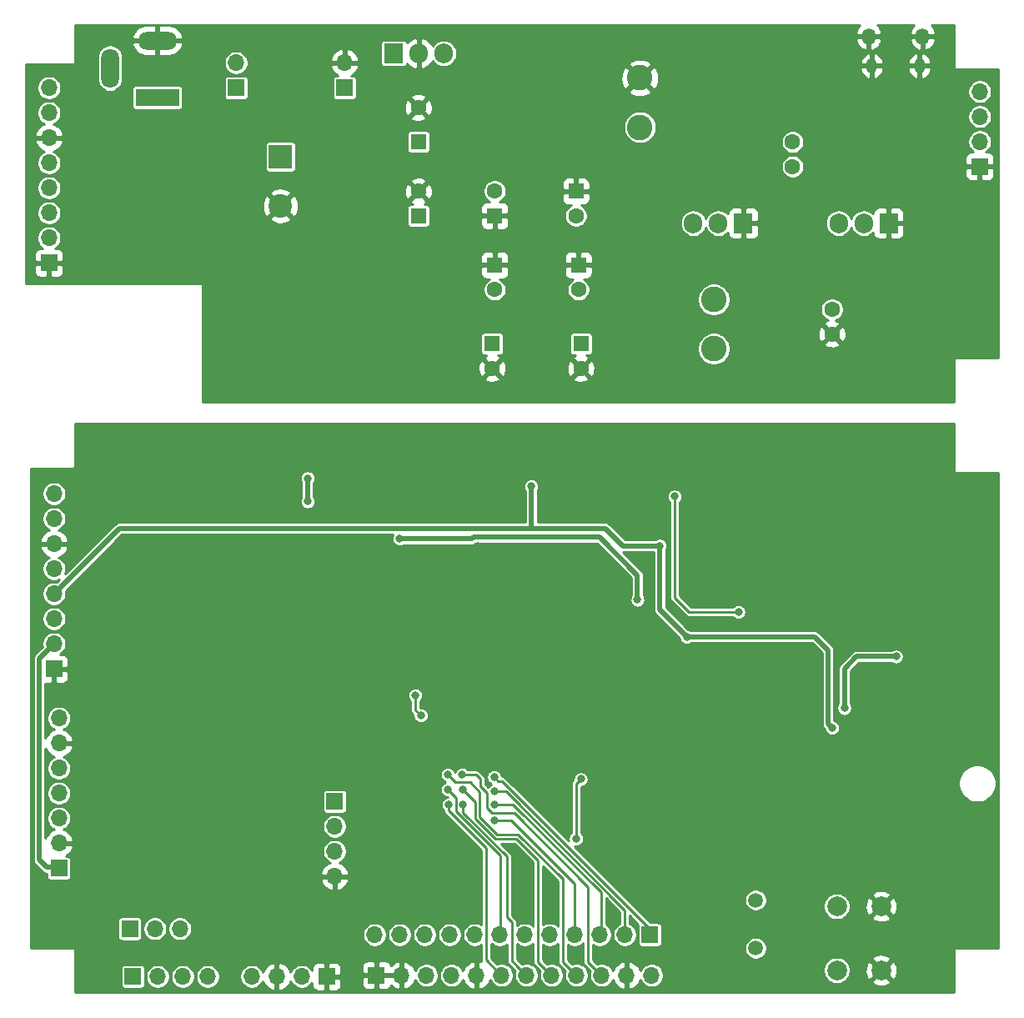
<source format=gbr>
G04 #@! TF.GenerationSoftware,KiCad,Pcbnew,5.1.5-52549c5~84~ubuntu18.04.1*
G04 #@! TF.CreationDate,2020-03-20T10:09:58+00:00*
G04 #@! TF.ProjectId,digiWave,64696769-5761-4766-952e-6b696361645f,rev?*
G04 #@! TF.SameCoordinates,Original*
G04 #@! TF.FileFunction,Copper,L2,Bot*
G04 #@! TF.FilePolarity,Positive*
%FSLAX46Y46*%
G04 Gerber Fmt 4.6, Leading zero omitted, Abs format (unit mm)*
G04 Created by KiCad (PCBNEW 5.1.5-52549c5~84~ubuntu18.04.1) date 2020-03-20 10:09:58*
%MOMM*%
%LPD*%
G04 APERTURE LIST*
%ADD10O,1.905000X2.000000*%
%ADD11R,1.905000X2.000000*%
%ADD12C,2.600000*%
%ADD13O,1.700000X1.700000*%
%ADD14R,1.700000X1.700000*%
%ADD15O,1.350000X1.700000*%
%ADD16O,1.100000X1.500000*%
%ADD17R,4.400000X1.800000*%
%ADD18O,4.000000X1.800000*%
%ADD19O,1.800000X4.000000*%
%ADD20C,1.600000*%
%ADD21R,1.600000X1.600000*%
%ADD22C,2.400000*%
%ADD23R,2.400000X2.400000*%
%ADD24C,1.500000*%
%ADD25C,2.000000*%
%ADD26C,0.800000*%
%ADD27C,0.500000*%
%ADD28C,0.250000*%
%ADD29C,0.254000*%
G04 APERTURE END LIST*
D10*
X182920000Y-71750000D03*
X185460000Y-71750000D03*
D11*
X188000000Y-71750000D03*
D10*
X197670000Y-71750000D03*
X200210000Y-71750000D03*
D11*
X202750000Y-71750000D03*
D10*
X157580000Y-54500000D03*
X155040000Y-54500000D03*
D11*
X152500000Y-54500000D03*
D12*
X185000000Y-84500000D03*
X185000000Y-79500000D03*
X177500000Y-57000000D03*
X177500000Y-62000000D03*
D13*
X212000000Y-58380000D03*
X212000000Y-60920000D03*
X212000000Y-63460000D03*
D14*
X212000000Y-66000000D03*
D13*
X117500000Y-58000000D03*
X117500000Y-60540000D03*
X117500000Y-63080000D03*
X117500000Y-65620000D03*
X117500000Y-68160000D03*
X117500000Y-70700000D03*
X117500000Y-73240000D03*
D14*
X117500000Y-75780000D03*
D15*
X200730000Y-52770000D03*
X206190000Y-52770000D03*
D16*
X201040000Y-55770000D03*
X205880000Y-55770000D03*
D13*
X147500000Y-55460000D03*
D14*
X147500000Y-58000000D03*
D13*
X136500000Y-55460000D03*
D14*
X136500000Y-58000000D03*
D17*
X128500000Y-59000000D03*
D18*
X128500000Y-53200000D03*
D19*
X123700000Y-56000000D03*
D20*
X162750000Y-78500000D03*
D21*
X162750000Y-76000000D03*
D20*
X155000000Y-68500000D03*
D21*
X155000000Y-71000000D03*
D20*
X162500000Y-86500000D03*
D21*
X162500000Y-84000000D03*
D20*
X155000000Y-60000000D03*
D21*
X155000000Y-63500000D03*
D20*
X171250000Y-78500000D03*
D21*
X171250000Y-76000000D03*
D20*
X171500000Y-86500000D03*
D21*
X171500000Y-84000000D03*
D22*
X141000000Y-70000000D03*
D23*
X141000000Y-65000000D03*
D20*
X171000000Y-71000000D03*
D21*
X171000000Y-68500000D03*
D20*
X197000000Y-83000000D03*
X197000000Y-80500000D03*
X162750000Y-68500000D03*
D21*
X162750000Y-71000000D03*
D20*
X193000000Y-66000000D03*
X193000000Y-63500000D03*
D13*
X133620000Y-148250000D03*
X131080000Y-148250000D03*
X128540000Y-148250000D03*
D14*
X126000000Y-148250000D03*
D13*
X146500000Y-138080000D03*
X146500000Y-135540000D03*
X146500000Y-133000000D03*
D14*
X146500000Y-130460000D03*
D13*
X118500000Y-122010000D03*
X118500000Y-124550000D03*
X118500000Y-127090000D03*
X118500000Y-129630000D03*
X118500000Y-132170000D03*
X118500000Y-134710000D03*
D14*
X118500000Y-137250000D03*
D13*
X150560000Y-144000000D03*
X153100000Y-144000000D03*
X155640000Y-144000000D03*
X158180000Y-144000000D03*
X160720000Y-144000000D03*
X163260000Y-144000000D03*
X165800000Y-144000000D03*
X168340000Y-144000000D03*
X170880000Y-144000000D03*
X173420000Y-144000000D03*
X175960000Y-144000000D03*
D14*
X178500000Y-144000000D03*
D13*
X118000000Y-99220000D03*
X118000000Y-101760000D03*
X118000000Y-104300000D03*
X118000000Y-106840000D03*
X118000000Y-109380000D03*
X118000000Y-111920000D03*
X118000000Y-114460000D03*
D14*
X118000000Y-117000000D03*
D13*
X130780000Y-143400000D03*
X128240000Y-143400000D03*
D14*
X125700000Y-143400000D03*
D24*
X189246000Y-140494000D03*
X189246000Y-145374000D03*
D25*
X197496000Y-141124000D03*
X201996000Y-141124000D03*
X197496000Y-147624000D03*
X201996000Y-147624000D03*
D13*
X178686000Y-148124000D03*
X176146000Y-148124000D03*
X173606000Y-148124000D03*
X171066000Y-148124000D03*
X168526000Y-148124000D03*
X165986000Y-148124000D03*
X163446000Y-148124000D03*
X160906000Y-148124000D03*
X158366000Y-148124000D03*
X155826000Y-148124000D03*
X153286000Y-148124000D03*
D14*
X150746000Y-148124000D03*
D13*
X138076000Y-148244000D03*
X140616000Y-148244000D03*
X143156000Y-148244000D03*
D14*
X145696000Y-148244000D03*
D26*
X145000000Y-101000000D03*
X142000000Y-101000000D03*
X161000000Y-107500000D03*
X161000000Y-104500000D03*
X168500000Y-122000000D03*
X168500000Y-124500000D03*
X171500000Y-124500000D03*
X171500000Y-122000000D03*
X187500000Y-121000000D03*
X187500000Y-126500000D03*
X195500000Y-121000000D03*
X197000000Y-126000000D03*
X189500000Y-137000000D03*
X189500000Y-143000000D03*
X151000000Y-134000000D03*
X144750000Y-132250000D03*
X165500000Y-140000000D03*
X168500000Y-140000000D03*
X180000000Y-141500000D03*
X179000000Y-141500000D03*
X193500000Y-115000000D03*
X159900000Y-115200000D03*
X148900000Y-118800000D03*
X183500000Y-98000000D03*
X177500000Y-113000000D03*
X187500000Y-105500000D03*
X192500000Y-107500000D03*
X149500000Y-111500000D03*
X154500000Y-136000000D03*
X151000000Y-136000000D03*
X154000000Y-124000000D03*
X205000000Y-99000000D03*
X166469000Y-98469000D03*
X179500000Y-104500000D03*
X182250000Y-113750000D03*
X197000000Y-123000000D03*
X143750000Y-100000000D03*
X143750000Y-97650000D03*
X198250000Y-121000000D03*
X203500000Y-115750000D03*
X155250000Y-121750000D03*
X154701487Y-119674990D03*
X171000000Y-134275000D03*
X171500000Y-128200000D03*
X177250000Y-110000000D03*
X153100000Y-103800000D03*
X181000000Y-99500000D03*
X187500000Y-111250000D03*
X157999984Y-129250000D03*
X162700000Y-132400000D03*
X162700000Y-130799988D03*
X162715747Y-129450011D03*
X162700000Y-128000000D03*
X159450014Y-127750000D03*
X158000000Y-127750000D03*
X159500000Y-129250000D03*
X159550011Y-130750000D03*
X158100000Y-130800000D03*
D27*
X150746000Y-148124000D02*
X150824000Y-148124000D01*
X175750000Y-104500000D02*
X179500000Y-104500000D01*
X174000000Y-102750000D02*
X175750000Y-104500000D01*
X118000000Y-109380000D02*
X124630000Y-102750000D01*
X166469000Y-102719000D02*
X166469000Y-98469000D01*
X166500000Y-102750000D02*
X166469000Y-102719000D01*
X166500000Y-102750000D02*
X174000000Y-102750000D01*
X124630000Y-102750000D02*
X166500000Y-102750000D01*
X179500000Y-111000000D02*
X181850001Y-113350001D01*
X181850001Y-113350001D02*
X182250000Y-113750000D01*
X179500000Y-104500000D02*
X179500000Y-111000000D01*
X196600001Y-122600001D02*
X197000000Y-123000000D01*
X196600001Y-115100001D02*
X196600001Y-122600001D01*
X182250000Y-113750000D02*
X195250000Y-113750000D01*
X195250000Y-113750000D02*
X196600001Y-115100001D01*
X143750000Y-100000000D02*
X143750000Y-97650000D01*
X198250000Y-121000000D02*
X198250000Y-117500000D01*
X198250000Y-117500000D02*
X198250000Y-117000000D01*
X198250000Y-117000000D02*
X199500000Y-115750000D01*
X199500000Y-115750000D02*
X203500000Y-115750000D01*
X118000000Y-114460000D02*
X116500000Y-115960000D01*
X116500000Y-115960000D02*
X116500000Y-136400000D01*
X117274000Y-137174000D02*
X118646000Y-137174000D01*
X116500000Y-136400000D02*
X117274000Y-137174000D01*
D28*
X154701487Y-120240675D02*
X154701487Y-119674990D01*
X154701487Y-121201487D02*
X154701487Y-120240675D01*
X155250000Y-121750000D02*
X154701487Y-121201487D01*
X171000000Y-134275000D02*
X171000000Y-128700000D01*
X171000000Y-128700000D02*
X171500000Y-128200000D01*
D27*
X177250000Y-107500000D02*
X177250000Y-110000000D01*
X160591999Y-103649999D02*
X173399999Y-103649999D01*
X173399999Y-103649999D02*
X177250000Y-107500000D01*
X160441998Y-103800000D02*
X160591999Y-103649999D01*
X153100000Y-103800000D02*
X160441998Y-103800000D01*
D28*
X181000000Y-99500000D02*
X181000000Y-109750000D01*
X181000000Y-109750000D02*
X182500000Y-111250000D01*
X182500000Y-111250000D02*
X187500000Y-111250000D01*
X158825001Y-131507238D02*
X163300000Y-135982237D01*
X163300000Y-135982237D02*
X163300000Y-143550000D01*
X157999984Y-129250000D02*
X158825001Y-130075017D01*
X158825001Y-130075017D02*
X158825001Y-131507238D01*
X163300000Y-143550000D02*
X163505000Y-143755000D01*
X163265685Y-132400000D02*
X162700000Y-132400000D01*
X170880000Y-144000000D02*
X170880000Y-138814315D01*
X164465685Y-132400000D02*
X163265685Y-132400000D01*
X170880000Y-138814315D02*
X164465685Y-132400000D01*
X173539205Y-143880795D02*
X173539205Y-139716025D01*
X173539205Y-139716025D02*
X164623168Y-130799988D01*
X164623168Y-130799988D02*
X163265685Y-130799988D01*
X163265685Y-130799988D02*
X162700000Y-130799988D01*
X175960000Y-141500410D02*
X163909601Y-129450011D01*
X163909601Y-129450011D02*
X163281432Y-129450011D01*
X163281432Y-129450011D02*
X162715747Y-129450011D01*
X175960000Y-144000000D02*
X175960000Y-141500410D01*
X163496000Y-128400000D02*
X163100000Y-128400000D01*
X163100000Y-128400000D02*
X162700000Y-128000000D01*
X178500000Y-144000000D02*
X178500000Y-143404000D01*
X178500000Y-143404000D02*
X163496000Y-128400000D01*
X172244999Y-139144999D02*
X172244999Y-146762999D01*
X162502009Y-131674999D02*
X164774999Y-131674999D01*
X160850000Y-127750000D02*
X161300000Y-128200000D01*
X164774999Y-131674999D02*
X172244999Y-139144999D01*
X159450014Y-127750000D02*
X160850000Y-127750000D01*
X161974999Y-131147989D02*
X162502009Y-131674999D01*
X161300000Y-128200000D02*
X161300000Y-128913590D01*
X161974999Y-129588589D02*
X161974999Y-131147989D01*
X172756001Y-147274001D02*
X173606000Y-148124000D01*
X172244999Y-146762999D02*
X172756001Y-147274001D01*
X161300000Y-128913590D02*
X161974999Y-129588589D01*
X161250000Y-129500000D02*
X161250000Y-132023004D01*
X170216001Y-147274001D02*
X171066000Y-148124000D01*
X169700000Y-146758000D02*
X170216001Y-147274001D01*
X165136410Y-133800000D02*
X169700000Y-138363590D01*
X158000000Y-127750000D02*
X158774999Y-128524999D01*
X163026996Y-133800000D02*
X165136410Y-133800000D01*
X158774999Y-128524999D02*
X160274999Y-128524999D01*
X169700000Y-138363590D02*
X169700000Y-146758000D01*
X160274999Y-128524999D02*
X161250000Y-129500000D01*
X161250000Y-132023004D02*
X163026996Y-133800000D01*
X159899999Y-129649999D02*
X159500000Y-129250000D01*
X167161001Y-146759001D02*
X167161001Y-136461001D01*
X160799989Y-130549989D02*
X159899999Y-129649999D01*
X160799989Y-132209404D02*
X160799989Y-130549989D01*
X162840596Y-134250011D02*
X160799989Y-132209404D01*
X168526000Y-148124000D02*
X167161001Y-146759001D01*
X167161001Y-136461001D02*
X164950011Y-134250011D01*
X164950011Y-134250011D02*
X162840596Y-134250011D01*
X164000000Y-136045826D02*
X164000000Y-142250000D01*
X164000000Y-142250000D02*
X164500000Y-142750000D01*
X165136001Y-147274001D02*
X165986000Y-148124000D01*
X159550011Y-130750000D02*
X159550011Y-131595837D01*
X164500000Y-142750000D02*
X164500000Y-146638000D01*
X159550011Y-131595837D02*
X164000000Y-136045826D01*
X164500000Y-146638000D02*
X165136001Y-147274001D01*
X161900000Y-135218648D02*
X158100000Y-131418648D01*
X158100000Y-131418648D02*
X158100000Y-131365685D01*
X161900000Y-146578000D02*
X161900000Y-135218648D01*
X158100000Y-131365685D02*
X158100000Y-130800000D01*
X163446000Y-148124000D02*
X161900000Y-146578000D01*
D29*
G36*
X209373000Y-97000000D02*
G01*
X209375440Y-97024776D01*
X209382667Y-97048601D01*
X209394403Y-97070557D01*
X209410197Y-97089803D01*
X209429443Y-97105597D01*
X209451399Y-97117333D01*
X209475224Y-97124560D01*
X209500000Y-97127000D01*
X213873000Y-97127000D01*
X213873000Y-145373000D01*
X209500000Y-145373000D01*
X209475224Y-145375440D01*
X209451399Y-145382667D01*
X209429443Y-145394403D01*
X209410197Y-145410197D01*
X209394403Y-145429443D01*
X209382667Y-145451399D01*
X209375440Y-145475224D01*
X209373000Y-145500000D01*
X209373000Y-149873000D01*
X120127000Y-149873000D01*
X120127000Y-147400000D01*
X124767157Y-147400000D01*
X124767157Y-149100000D01*
X124774513Y-149174689D01*
X124796299Y-149246508D01*
X124831678Y-149312696D01*
X124879289Y-149370711D01*
X124937304Y-149418322D01*
X125003492Y-149453701D01*
X125075311Y-149475487D01*
X125150000Y-149482843D01*
X126850000Y-149482843D01*
X126924689Y-149475487D01*
X126996508Y-149453701D01*
X127062696Y-149418322D01*
X127120711Y-149370711D01*
X127168322Y-149312696D01*
X127203701Y-149246508D01*
X127225487Y-149174689D01*
X127232843Y-149100000D01*
X127232843Y-148128757D01*
X127309000Y-148128757D01*
X127309000Y-148371243D01*
X127356307Y-148609069D01*
X127449102Y-148833097D01*
X127583820Y-149034717D01*
X127755283Y-149206180D01*
X127956903Y-149340898D01*
X128180931Y-149433693D01*
X128418757Y-149481000D01*
X128661243Y-149481000D01*
X128899069Y-149433693D01*
X129123097Y-149340898D01*
X129324717Y-149206180D01*
X129496180Y-149034717D01*
X129630898Y-148833097D01*
X129723693Y-148609069D01*
X129771000Y-148371243D01*
X129771000Y-148128757D01*
X129849000Y-148128757D01*
X129849000Y-148371243D01*
X129896307Y-148609069D01*
X129989102Y-148833097D01*
X130123820Y-149034717D01*
X130295283Y-149206180D01*
X130496903Y-149340898D01*
X130720931Y-149433693D01*
X130958757Y-149481000D01*
X131201243Y-149481000D01*
X131439069Y-149433693D01*
X131663097Y-149340898D01*
X131864717Y-149206180D01*
X132036180Y-149034717D01*
X132170898Y-148833097D01*
X132263693Y-148609069D01*
X132311000Y-148371243D01*
X132311000Y-148128757D01*
X132389000Y-148128757D01*
X132389000Y-148371243D01*
X132436307Y-148609069D01*
X132529102Y-148833097D01*
X132663820Y-149034717D01*
X132835283Y-149206180D01*
X133036903Y-149340898D01*
X133260931Y-149433693D01*
X133498757Y-149481000D01*
X133741243Y-149481000D01*
X133979069Y-149433693D01*
X134203097Y-149340898D01*
X134404717Y-149206180D01*
X134576180Y-149034717D01*
X134710898Y-148833097D01*
X134803693Y-148609069D01*
X134851000Y-148371243D01*
X134851000Y-148128757D01*
X134849807Y-148122757D01*
X136845000Y-148122757D01*
X136845000Y-148365243D01*
X136892307Y-148603069D01*
X136985102Y-148827097D01*
X137119820Y-149028717D01*
X137291283Y-149200180D01*
X137492903Y-149334898D01*
X137716931Y-149427693D01*
X137954757Y-149475000D01*
X138197243Y-149475000D01*
X138435069Y-149427693D01*
X138659097Y-149334898D01*
X138860717Y-149200180D01*
X139032180Y-149028717D01*
X139166898Y-148827097D01*
X139214228Y-148712832D01*
X139271843Y-148875252D01*
X139420822Y-149125355D01*
X139615731Y-149341588D01*
X139849080Y-149515641D01*
X140111901Y-149640825D01*
X140259110Y-149685476D01*
X140489000Y-149564155D01*
X140489000Y-148371000D01*
X140469000Y-148371000D01*
X140469000Y-148117000D01*
X140489000Y-148117000D01*
X140489000Y-146923845D01*
X140743000Y-146923845D01*
X140743000Y-148117000D01*
X140763000Y-148117000D01*
X140763000Y-148371000D01*
X140743000Y-148371000D01*
X140743000Y-149564155D01*
X140972890Y-149685476D01*
X141120099Y-149640825D01*
X141382920Y-149515641D01*
X141616269Y-149341588D01*
X141811178Y-149125355D01*
X141960157Y-148875252D01*
X142017772Y-148712832D01*
X142065102Y-148827097D01*
X142199820Y-149028717D01*
X142371283Y-149200180D01*
X142572903Y-149334898D01*
X142796931Y-149427693D01*
X143034757Y-149475000D01*
X143277243Y-149475000D01*
X143515069Y-149427693D01*
X143739097Y-149334898D01*
X143940717Y-149200180D01*
X144112180Y-149028717D01*
X144209073Y-148883706D01*
X144207928Y-149094000D01*
X144220188Y-149218482D01*
X144256498Y-149338180D01*
X144315463Y-149448494D01*
X144394815Y-149545185D01*
X144491506Y-149624537D01*
X144601820Y-149683502D01*
X144721518Y-149719812D01*
X144846000Y-149732072D01*
X145410250Y-149729000D01*
X145569000Y-149570250D01*
X145569000Y-148371000D01*
X145823000Y-148371000D01*
X145823000Y-149570250D01*
X145981750Y-149729000D01*
X146546000Y-149732072D01*
X146670482Y-149719812D01*
X146790180Y-149683502D01*
X146900494Y-149624537D01*
X146997185Y-149545185D01*
X147076537Y-149448494D01*
X147135502Y-149338180D01*
X147171812Y-149218482D01*
X147184072Y-149094000D01*
X147183419Y-148974000D01*
X149257928Y-148974000D01*
X149270188Y-149098482D01*
X149306498Y-149218180D01*
X149365463Y-149328494D01*
X149444815Y-149425185D01*
X149541506Y-149504537D01*
X149651820Y-149563502D01*
X149771518Y-149599812D01*
X149896000Y-149612072D01*
X150460250Y-149609000D01*
X150619000Y-149450250D01*
X150619000Y-148251000D01*
X150873000Y-148251000D01*
X150873000Y-149450250D01*
X151031750Y-149609000D01*
X151596000Y-149612072D01*
X151720482Y-149599812D01*
X151840180Y-149563502D01*
X151950494Y-149504537D01*
X152047185Y-149425185D01*
X152126537Y-149328494D01*
X152185502Y-149218180D01*
X152209966Y-149137534D01*
X152285731Y-149221588D01*
X152519080Y-149395641D01*
X152781901Y-149520825D01*
X152929110Y-149565476D01*
X153159000Y-149444155D01*
X153159000Y-148251000D01*
X150873000Y-148251000D01*
X150619000Y-148251000D01*
X149419750Y-148251000D01*
X149261000Y-148409750D01*
X149257928Y-148974000D01*
X147183419Y-148974000D01*
X147181000Y-148529750D01*
X147022250Y-148371000D01*
X145823000Y-148371000D01*
X145569000Y-148371000D01*
X145549000Y-148371000D01*
X145549000Y-148117000D01*
X145569000Y-148117000D01*
X145569000Y-146917750D01*
X145823000Y-146917750D01*
X145823000Y-148117000D01*
X147022250Y-148117000D01*
X147181000Y-147958250D01*
X147184072Y-147394000D01*
X147172254Y-147274000D01*
X149257928Y-147274000D01*
X149261000Y-147838250D01*
X149419750Y-147997000D01*
X150619000Y-147997000D01*
X150619000Y-146797750D01*
X150873000Y-146797750D01*
X150873000Y-147997000D01*
X153159000Y-147997000D01*
X153159000Y-146803845D01*
X153413000Y-146803845D01*
X153413000Y-147997000D01*
X153433000Y-147997000D01*
X153433000Y-148251000D01*
X153413000Y-148251000D01*
X153413000Y-149444155D01*
X153642890Y-149565476D01*
X153790099Y-149520825D01*
X154052920Y-149395641D01*
X154286269Y-149221588D01*
X154481178Y-149005355D01*
X154630157Y-148755252D01*
X154687772Y-148592832D01*
X154735102Y-148707097D01*
X154869820Y-148908717D01*
X155041283Y-149080180D01*
X155242903Y-149214898D01*
X155466931Y-149307693D01*
X155704757Y-149355000D01*
X155947243Y-149355000D01*
X156185069Y-149307693D01*
X156409097Y-149214898D01*
X156610717Y-149080180D01*
X156782180Y-148908717D01*
X156916898Y-148707097D01*
X157009693Y-148483069D01*
X157057000Y-148245243D01*
X157057000Y-148002757D01*
X157135000Y-148002757D01*
X157135000Y-148245243D01*
X157182307Y-148483069D01*
X157275102Y-148707097D01*
X157409820Y-148908717D01*
X157581283Y-149080180D01*
X157782903Y-149214898D01*
X158006931Y-149307693D01*
X158244757Y-149355000D01*
X158487243Y-149355000D01*
X158725069Y-149307693D01*
X158949097Y-149214898D01*
X159150717Y-149080180D01*
X159322180Y-148908717D01*
X159456898Y-148707097D01*
X159504228Y-148592832D01*
X159561843Y-148755252D01*
X159710822Y-149005355D01*
X159905731Y-149221588D01*
X160139080Y-149395641D01*
X160401901Y-149520825D01*
X160549110Y-149565476D01*
X160779000Y-149444155D01*
X160779000Y-148251000D01*
X160759000Y-148251000D01*
X160759000Y-147997000D01*
X160779000Y-147997000D01*
X160779000Y-146803845D01*
X160549110Y-146682524D01*
X160401901Y-146727175D01*
X160139080Y-146852359D01*
X159905731Y-147026412D01*
X159710822Y-147242645D01*
X159561843Y-147492748D01*
X159504228Y-147655168D01*
X159456898Y-147540903D01*
X159322180Y-147339283D01*
X159150717Y-147167820D01*
X158949097Y-147033102D01*
X158725069Y-146940307D01*
X158487243Y-146893000D01*
X158244757Y-146893000D01*
X158006931Y-146940307D01*
X157782903Y-147033102D01*
X157581283Y-147167820D01*
X157409820Y-147339283D01*
X157275102Y-147540903D01*
X157182307Y-147764931D01*
X157135000Y-148002757D01*
X157057000Y-148002757D01*
X157009693Y-147764931D01*
X156916898Y-147540903D01*
X156782180Y-147339283D01*
X156610717Y-147167820D01*
X156409097Y-147033102D01*
X156185069Y-146940307D01*
X155947243Y-146893000D01*
X155704757Y-146893000D01*
X155466931Y-146940307D01*
X155242903Y-147033102D01*
X155041283Y-147167820D01*
X154869820Y-147339283D01*
X154735102Y-147540903D01*
X154687772Y-147655168D01*
X154630157Y-147492748D01*
X154481178Y-147242645D01*
X154286269Y-147026412D01*
X154052920Y-146852359D01*
X153790099Y-146727175D01*
X153642890Y-146682524D01*
X153413000Y-146803845D01*
X153159000Y-146803845D01*
X152929110Y-146682524D01*
X152781901Y-146727175D01*
X152519080Y-146852359D01*
X152285731Y-147026412D01*
X152209966Y-147110466D01*
X152185502Y-147029820D01*
X152126537Y-146919506D01*
X152047185Y-146822815D01*
X151950494Y-146743463D01*
X151840180Y-146684498D01*
X151720482Y-146648188D01*
X151596000Y-146635928D01*
X151031750Y-146639000D01*
X150873000Y-146797750D01*
X150619000Y-146797750D01*
X150460250Y-146639000D01*
X149896000Y-146635928D01*
X149771518Y-146648188D01*
X149651820Y-146684498D01*
X149541506Y-146743463D01*
X149444815Y-146822815D01*
X149365463Y-146919506D01*
X149306498Y-147029820D01*
X149270188Y-147149518D01*
X149257928Y-147274000D01*
X147172254Y-147274000D01*
X147171812Y-147269518D01*
X147135502Y-147149820D01*
X147076537Y-147039506D01*
X146997185Y-146942815D01*
X146900494Y-146863463D01*
X146790180Y-146804498D01*
X146670482Y-146768188D01*
X146546000Y-146755928D01*
X145981750Y-146759000D01*
X145823000Y-146917750D01*
X145569000Y-146917750D01*
X145410250Y-146759000D01*
X144846000Y-146755928D01*
X144721518Y-146768188D01*
X144601820Y-146804498D01*
X144491506Y-146863463D01*
X144394815Y-146942815D01*
X144315463Y-147039506D01*
X144256498Y-147149820D01*
X144220188Y-147269518D01*
X144207928Y-147394000D01*
X144209073Y-147604294D01*
X144112180Y-147459283D01*
X143940717Y-147287820D01*
X143739097Y-147153102D01*
X143515069Y-147060307D01*
X143277243Y-147013000D01*
X143034757Y-147013000D01*
X142796931Y-147060307D01*
X142572903Y-147153102D01*
X142371283Y-147287820D01*
X142199820Y-147459283D01*
X142065102Y-147660903D01*
X142017772Y-147775168D01*
X141960157Y-147612748D01*
X141811178Y-147362645D01*
X141616269Y-147146412D01*
X141382920Y-146972359D01*
X141120099Y-146847175D01*
X140972890Y-146802524D01*
X140743000Y-146923845D01*
X140489000Y-146923845D01*
X140259110Y-146802524D01*
X140111901Y-146847175D01*
X139849080Y-146972359D01*
X139615731Y-147146412D01*
X139420822Y-147362645D01*
X139271843Y-147612748D01*
X139214228Y-147775168D01*
X139166898Y-147660903D01*
X139032180Y-147459283D01*
X138860717Y-147287820D01*
X138659097Y-147153102D01*
X138435069Y-147060307D01*
X138197243Y-147013000D01*
X137954757Y-147013000D01*
X137716931Y-147060307D01*
X137492903Y-147153102D01*
X137291283Y-147287820D01*
X137119820Y-147459283D01*
X136985102Y-147660903D01*
X136892307Y-147884931D01*
X136845000Y-148122757D01*
X134849807Y-148122757D01*
X134803693Y-147890931D01*
X134710898Y-147666903D01*
X134576180Y-147465283D01*
X134404717Y-147293820D01*
X134203097Y-147159102D01*
X133979069Y-147066307D01*
X133741243Y-147019000D01*
X133498757Y-147019000D01*
X133260931Y-147066307D01*
X133036903Y-147159102D01*
X132835283Y-147293820D01*
X132663820Y-147465283D01*
X132529102Y-147666903D01*
X132436307Y-147890931D01*
X132389000Y-148128757D01*
X132311000Y-148128757D01*
X132263693Y-147890931D01*
X132170898Y-147666903D01*
X132036180Y-147465283D01*
X131864717Y-147293820D01*
X131663097Y-147159102D01*
X131439069Y-147066307D01*
X131201243Y-147019000D01*
X130958757Y-147019000D01*
X130720931Y-147066307D01*
X130496903Y-147159102D01*
X130295283Y-147293820D01*
X130123820Y-147465283D01*
X129989102Y-147666903D01*
X129896307Y-147890931D01*
X129849000Y-148128757D01*
X129771000Y-148128757D01*
X129723693Y-147890931D01*
X129630898Y-147666903D01*
X129496180Y-147465283D01*
X129324717Y-147293820D01*
X129123097Y-147159102D01*
X128899069Y-147066307D01*
X128661243Y-147019000D01*
X128418757Y-147019000D01*
X128180931Y-147066307D01*
X127956903Y-147159102D01*
X127755283Y-147293820D01*
X127583820Y-147465283D01*
X127449102Y-147666903D01*
X127356307Y-147890931D01*
X127309000Y-148128757D01*
X127232843Y-148128757D01*
X127232843Y-147400000D01*
X127225487Y-147325311D01*
X127203701Y-147253492D01*
X127168322Y-147187304D01*
X127120711Y-147129289D01*
X127062696Y-147081678D01*
X126996508Y-147046299D01*
X126924689Y-147024513D01*
X126850000Y-147017157D01*
X125150000Y-147017157D01*
X125075311Y-147024513D01*
X125003492Y-147046299D01*
X124937304Y-147081678D01*
X124879289Y-147129289D01*
X124831678Y-147187304D01*
X124796299Y-147253492D01*
X124774513Y-147325311D01*
X124767157Y-147400000D01*
X120127000Y-147400000D01*
X120127000Y-145500000D01*
X120124560Y-145475224D01*
X120117333Y-145451399D01*
X120105597Y-145429443D01*
X120089803Y-145410197D01*
X120070557Y-145394403D01*
X120048601Y-145382667D01*
X120024776Y-145375440D01*
X120000000Y-145373000D01*
X115627000Y-145373000D01*
X115627000Y-142550000D01*
X124467157Y-142550000D01*
X124467157Y-144250000D01*
X124474513Y-144324689D01*
X124496299Y-144396508D01*
X124531678Y-144462696D01*
X124579289Y-144520711D01*
X124637304Y-144568322D01*
X124703492Y-144603701D01*
X124775311Y-144625487D01*
X124850000Y-144632843D01*
X126550000Y-144632843D01*
X126624689Y-144625487D01*
X126696508Y-144603701D01*
X126762696Y-144568322D01*
X126820711Y-144520711D01*
X126868322Y-144462696D01*
X126903701Y-144396508D01*
X126925487Y-144324689D01*
X126932843Y-144250000D01*
X126932843Y-143278757D01*
X127009000Y-143278757D01*
X127009000Y-143521243D01*
X127056307Y-143759069D01*
X127149102Y-143983097D01*
X127283820Y-144184717D01*
X127455283Y-144356180D01*
X127656903Y-144490898D01*
X127880931Y-144583693D01*
X128118757Y-144631000D01*
X128361243Y-144631000D01*
X128599069Y-144583693D01*
X128823097Y-144490898D01*
X129024717Y-144356180D01*
X129196180Y-144184717D01*
X129330898Y-143983097D01*
X129423693Y-143759069D01*
X129471000Y-143521243D01*
X129471000Y-143278757D01*
X129549000Y-143278757D01*
X129549000Y-143521243D01*
X129596307Y-143759069D01*
X129689102Y-143983097D01*
X129823820Y-144184717D01*
X129995283Y-144356180D01*
X130196903Y-144490898D01*
X130420931Y-144583693D01*
X130658757Y-144631000D01*
X130901243Y-144631000D01*
X131139069Y-144583693D01*
X131363097Y-144490898D01*
X131564717Y-144356180D01*
X131736180Y-144184717D01*
X131870898Y-143983097D01*
X131914116Y-143878757D01*
X149329000Y-143878757D01*
X149329000Y-144121243D01*
X149376307Y-144359069D01*
X149469102Y-144583097D01*
X149603820Y-144784717D01*
X149775283Y-144956180D01*
X149976903Y-145090898D01*
X150200931Y-145183693D01*
X150438757Y-145231000D01*
X150681243Y-145231000D01*
X150919069Y-145183693D01*
X151143097Y-145090898D01*
X151344717Y-144956180D01*
X151516180Y-144784717D01*
X151650898Y-144583097D01*
X151743693Y-144359069D01*
X151791000Y-144121243D01*
X151791000Y-143878757D01*
X151869000Y-143878757D01*
X151869000Y-144121243D01*
X151916307Y-144359069D01*
X152009102Y-144583097D01*
X152143820Y-144784717D01*
X152315283Y-144956180D01*
X152516903Y-145090898D01*
X152740931Y-145183693D01*
X152978757Y-145231000D01*
X153221243Y-145231000D01*
X153459069Y-145183693D01*
X153683097Y-145090898D01*
X153884717Y-144956180D01*
X154056180Y-144784717D01*
X154190898Y-144583097D01*
X154283693Y-144359069D01*
X154331000Y-144121243D01*
X154331000Y-143878757D01*
X154409000Y-143878757D01*
X154409000Y-144121243D01*
X154456307Y-144359069D01*
X154549102Y-144583097D01*
X154683820Y-144784717D01*
X154855283Y-144956180D01*
X155056903Y-145090898D01*
X155280931Y-145183693D01*
X155518757Y-145231000D01*
X155761243Y-145231000D01*
X155999069Y-145183693D01*
X156223097Y-145090898D01*
X156424717Y-144956180D01*
X156596180Y-144784717D01*
X156730898Y-144583097D01*
X156823693Y-144359069D01*
X156871000Y-144121243D01*
X156871000Y-143878757D01*
X156949000Y-143878757D01*
X156949000Y-144121243D01*
X156996307Y-144359069D01*
X157089102Y-144583097D01*
X157223820Y-144784717D01*
X157395283Y-144956180D01*
X157596903Y-145090898D01*
X157820931Y-145183693D01*
X158058757Y-145231000D01*
X158301243Y-145231000D01*
X158539069Y-145183693D01*
X158763097Y-145090898D01*
X158964717Y-144956180D01*
X159136180Y-144784717D01*
X159270898Y-144583097D01*
X159363693Y-144359069D01*
X159411000Y-144121243D01*
X159411000Y-143878757D01*
X159363693Y-143640931D01*
X159270898Y-143416903D01*
X159136180Y-143215283D01*
X158964717Y-143043820D01*
X158763097Y-142909102D01*
X158539069Y-142816307D01*
X158301243Y-142769000D01*
X158058757Y-142769000D01*
X157820931Y-142816307D01*
X157596903Y-142909102D01*
X157395283Y-143043820D01*
X157223820Y-143215283D01*
X157089102Y-143416903D01*
X156996307Y-143640931D01*
X156949000Y-143878757D01*
X156871000Y-143878757D01*
X156823693Y-143640931D01*
X156730898Y-143416903D01*
X156596180Y-143215283D01*
X156424717Y-143043820D01*
X156223097Y-142909102D01*
X155999069Y-142816307D01*
X155761243Y-142769000D01*
X155518757Y-142769000D01*
X155280931Y-142816307D01*
X155056903Y-142909102D01*
X154855283Y-143043820D01*
X154683820Y-143215283D01*
X154549102Y-143416903D01*
X154456307Y-143640931D01*
X154409000Y-143878757D01*
X154331000Y-143878757D01*
X154283693Y-143640931D01*
X154190898Y-143416903D01*
X154056180Y-143215283D01*
X153884717Y-143043820D01*
X153683097Y-142909102D01*
X153459069Y-142816307D01*
X153221243Y-142769000D01*
X152978757Y-142769000D01*
X152740931Y-142816307D01*
X152516903Y-142909102D01*
X152315283Y-143043820D01*
X152143820Y-143215283D01*
X152009102Y-143416903D01*
X151916307Y-143640931D01*
X151869000Y-143878757D01*
X151791000Y-143878757D01*
X151743693Y-143640931D01*
X151650898Y-143416903D01*
X151516180Y-143215283D01*
X151344717Y-143043820D01*
X151143097Y-142909102D01*
X150919069Y-142816307D01*
X150681243Y-142769000D01*
X150438757Y-142769000D01*
X150200931Y-142816307D01*
X149976903Y-142909102D01*
X149775283Y-143043820D01*
X149603820Y-143215283D01*
X149469102Y-143416903D01*
X149376307Y-143640931D01*
X149329000Y-143878757D01*
X131914116Y-143878757D01*
X131963693Y-143759069D01*
X132011000Y-143521243D01*
X132011000Y-143278757D01*
X131963693Y-143040931D01*
X131870898Y-142816903D01*
X131736180Y-142615283D01*
X131564717Y-142443820D01*
X131363097Y-142309102D01*
X131139069Y-142216307D01*
X130901243Y-142169000D01*
X130658757Y-142169000D01*
X130420931Y-142216307D01*
X130196903Y-142309102D01*
X129995283Y-142443820D01*
X129823820Y-142615283D01*
X129689102Y-142816903D01*
X129596307Y-143040931D01*
X129549000Y-143278757D01*
X129471000Y-143278757D01*
X129423693Y-143040931D01*
X129330898Y-142816903D01*
X129196180Y-142615283D01*
X129024717Y-142443820D01*
X128823097Y-142309102D01*
X128599069Y-142216307D01*
X128361243Y-142169000D01*
X128118757Y-142169000D01*
X127880931Y-142216307D01*
X127656903Y-142309102D01*
X127455283Y-142443820D01*
X127283820Y-142615283D01*
X127149102Y-142816903D01*
X127056307Y-143040931D01*
X127009000Y-143278757D01*
X126932843Y-143278757D01*
X126932843Y-142550000D01*
X126925487Y-142475311D01*
X126903701Y-142403492D01*
X126868322Y-142337304D01*
X126820711Y-142279289D01*
X126762696Y-142231678D01*
X126696508Y-142196299D01*
X126624689Y-142174513D01*
X126550000Y-142167157D01*
X124850000Y-142167157D01*
X124775311Y-142174513D01*
X124703492Y-142196299D01*
X124637304Y-142231678D01*
X124579289Y-142279289D01*
X124531678Y-142337304D01*
X124496299Y-142403492D01*
X124474513Y-142475311D01*
X124467157Y-142550000D01*
X115627000Y-142550000D01*
X115627000Y-115960000D01*
X115865948Y-115960000D01*
X115869000Y-115990990D01*
X115869001Y-136369000D01*
X115865948Y-136400000D01*
X115878130Y-136523697D01*
X115914211Y-136642641D01*
X115972804Y-136752260D01*
X116031897Y-136824265D01*
X116031900Y-136824268D01*
X116051658Y-136848343D01*
X116075733Y-136868101D01*
X116805899Y-137598268D01*
X116825657Y-137622343D01*
X116921739Y-137701196D01*
X117031358Y-137759789D01*
X117150302Y-137795870D01*
X117243002Y-137805000D01*
X117243011Y-137805000D01*
X117267157Y-137807378D01*
X117267157Y-138100000D01*
X117274513Y-138174689D01*
X117296299Y-138246508D01*
X117331678Y-138312696D01*
X117379289Y-138370711D01*
X117437304Y-138418322D01*
X117503492Y-138453701D01*
X117575311Y-138475487D01*
X117650000Y-138482843D01*
X119350000Y-138482843D01*
X119424689Y-138475487D01*
X119496508Y-138453701D01*
X119527958Y-138436890D01*
X145058524Y-138436890D01*
X145103175Y-138584099D01*
X145228359Y-138846920D01*
X145402412Y-139080269D01*
X145618645Y-139275178D01*
X145868748Y-139424157D01*
X146143109Y-139521481D01*
X146373000Y-139400814D01*
X146373000Y-138207000D01*
X146627000Y-138207000D01*
X146627000Y-139400814D01*
X146856891Y-139521481D01*
X147131252Y-139424157D01*
X147381355Y-139275178D01*
X147597588Y-139080269D01*
X147771641Y-138846920D01*
X147896825Y-138584099D01*
X147941476Y-138436890D01*
X147820155Y-138207000D01*
X146627000Y-138207000D01*
X146373000Y-138207000D01*
X145179845Y-138207000D01*
X145058524Y-138436890D01*
X119527958Y-138436890D01*
X119562696Y-138418322D01*
X119620711Y-138370711D01*
X119668322Y-138312696D01*
X119703701Y-138246508D01*
X119725487Y-138174689D01*
X119732843Y-138100000D01*
X119732843Y-137723110D01*
X145058524Y-137723110D01*
X145179845Y-137953000D01*
X146373000Y-137953000D01*
X146373000Y-137933000D01*
X146627000Y-137933000D01*
X146627000Y-137953000D01*
X147820155Y-137953000D01*
X147941476Y-137723110D01*
X147896825Y-137575901D01*
X147771641Y-137313080D01*
X147597588Y-137079731D01*
X147381355Y-136884822D01*
X147131252Y-136735843D01*
X146968832Y-136678228D01*
X147083097Y-136630898D01*
X147284717Y-136496180D01*
X147456180Y-136324717D01*
X147590898Y-136123097D01*
X147683693Y-135899069D01*
X147731000Y-135661243D01*
X147731000Y-135418757D01*
X147683693Y-135180931D01*
X147590898Y-134956903D01*
X147456180Y-134755283D01*
X147284717Y-134583820D01*
X147083097Y-134449102D01*
X146859069Y-134356307D01*
X146621243Y-134309000D01*
X146378757Y-134309000D01*
X146140931Y-134356307D01*
X145916903Y-134449102D01*
X145715283Y-134583820D01*
X145543820Y-134755283D01*
X145409102Y-134956903D01*
X145316307Y-135180931D01*
X145269000Y-135418757D01*
X145269000Y-135661243D01*
X145316307Y-135899069D01*
X145409102Y-136123097D01*
X145543820Y-136324717D01*
X145715283Y-136496180D01*
X145916903Y-136630898D01*
X146031168Y-136678228D01*
X145868748Y-136735843D01*
X145618645Y-136884822D01*
X145402412Y-137079731D01*
X145228359Y-137313080D01*
X145103175Y-137575901D01*
X145058524Y-137723110D01*
X119732843Y-137723110D01*
X119732843Y-136400000D01*
X119725487Y-136325311D01*
X119703701Y-136253492D01*
X119668322Y-136187304D01*
X119620711Y-136129289D01*
X119562696Y-136081678D01*
X119496508Y-136046299D01*
X119424689Y-136024513D01*
X119350000Y-136017157D01*
X119193367Y-136017157D01*
X119381355Y-135905178D01*
X119597588Y-135710269D01*
X119771641Y-135476920D01*
X119896825Y-135214099D01*
X119941476Y-135066890D01*
X119820155Y-134837000D01*
X118627000Y-134837000D01*
X118627000Y-134857000D01*
X118373000Y-134857000D01*
X118373000Y-134837000D01*
X118353000Y-134837000D01*
X118353000Y-134583000D01*
X118373000Y-134583000D01*
X118373000Y-134563000D01*
X118627000Y-134563000D01*
X118627000Y-134583000D01*
X119820155Y-134583000D01*
X119941476Y-134353110D01*
X119896825Y-134205901D01*
X119771641Y-133943080D01*
X119597588Y-133709731D01*
X119381355Y-133514822D01*
X119131252Y-133365843D01*
X118968832Y-133308228D01*
X119083097Y-133260898D01*
X119284717Y-133126180D01*
X119456180Y-132954717D01*
X119506934Y-132878757D01*
X145269000Y-132878757D01*
X145269000Y-133121243D01*
X145316307Y-133359069D01*
X145409102Y-133583097D01*
X145543820Y-133784717D01*
X145715283Y-133956180D01*
X145916903Y-134090898D01*
X146140931Y-134183693D01*
X146378757Y-134231000D01*
X146621243Y-134231000D01*
X146859069Y-134183693D01*
X147083097Y-134090898D01*
X147284717Y-133956180D01*
X147456180Y-133784717D01*
X147590898Y-133583097D01*
X147683693Y-133359069D01*
X147731000Y-133121243D01*
X147731000Y-132878757D01*
X147683693Y-132640931D01*
X147590898Y-132416903D01*
X147456180Y-132215283D01*
X147284717Y-132043820D01*
X147083097Y-131909102D01*
X146859069Y-131816307D01*
X146621243Y-131769000D01*
X146378757Y-131769000D01*
X146140931Y-131816307D01*
X145916903Y-131909102D01*
X145715283Y-132043820D01*
X145543820Y-132215283D01*
X145409102Y-132416903D01*
X145316307Y-132640931D01*
X145269000Y-132878757D01*
X119506934Y-132878757D01*
X119590898Y-132753097D01*
X119683693Y-132529069D01*
X119731000Y-132291243D01*
X119731000Y-132048757D01*
X119683693Y-131810931D01*
X119590898Y-131586903D01*
X119456180Y-131385283D01*
X119284717Y-131213820D01*
X119083097Y-131079102D01*
X118859069Y-130986307D01*
X118621243Y-130939000D01*
X118378757Y-130939000D01*
X118140931Y-130986307D01*
X117916903Y-131079102D01*
X117715283Y-131213820D01*
X117543820Y-131385283D01*
X117409102Y-131586903D01*
X117316307Y-131810931D01*
X117269000Y-132048757D01*
X117269000Y-132291243D01*
X117316307Y-132529069D01*
X117409102Y-132753097D01*
X117543820Y-132954717D01*
X117715283Y-133126180D01*
X117916903Y-133260898D01*
X118031168Y-133308228D01*
X117868748Y-133365843D01*
X117618645Y-133514822D01*
X117402412Y-133709731D01*
X117228359Y-133943080D01*
X117131000Y-134147483D01*
X117131000Y-129508757D01*
X117269000Y-129508757D01*
X117269000Y-129751243D01*
X117316307Y-129989069D01*
X117409102Y-130213097D01*
X117543820Y-130414717D01*
X117715283Y-130586180D01*
X117916903Y-130720898D01*
X118140931Y-130813693D01*
X118378757Y-130861000D01*
X118621243Y-130861000D01*
X118859069Y-130813693D01*
X119083097Y-130720898D01*
X119284717Y-130586180D01*
X119456180Y-130414717D01*
X119590898Y-130213097D01*
X119683693Y-129989069D01*
X119731000Y-129751243D01*
X119731000Y-129610000D01*
X145267157Y-129610000D01*
X145267157Y-131310000D01*
X145274513Y-131384689D01*
X145296299Y-131456508D01*
X145331678Y-131522696D01*
X145379289Y-131580711D01*
X145437304Y-131628322D01*
X145503492Y-131663701D01*
X145575311Y-131685487D01*
X145650000Y-131692843D01*
X147350000Y-131692843D01*
X147424689Y-131685487D01*
X147496508Y-131663701D01*
X147562696Y-131628322D01*
X147620711Y-131580711D01*
X147668322Y-131522696D01*
X147703701Y-131456508D01*
X147725487Y-131384689D01*
X147732843Y-131310000D01*
X147732843Y-129610000D01*
X147725487Y-129535311D01*
X147703701Y-129463492D01*
X147668322Y-129397304D01*
X147620711Y-129339289D01*
X147562696Y-129291678D01*
X147496508Y-129256299D01*
X147424689Y-129234513D01*
X147350000Y-129227157D01*
X145650000Y-129227157D01*
X145575311Y-129234513D01*
X145503492Y-129256299D01*
X145437304Y-129291678D01*
X145379289Y-129339289D01*
X145331678Y-129397304D01*
X145296299Y-129463492D01*
X145274513Y-129535311D01*
X145267157Y-129610000D01*
X119731000Y-129610000D01*
X119731000Y-129508757D01*
X119683693Y-129270931D01*
X119643162Y-129173078D01*
X157218984Y-129173078D01*
X157218984Y-129326922D01*
X157248997Y-129477809D01*
X157307871Y-129619942D01*
X157393342Y-129747859D01*
X157502125Y-129856642D01*
X157630042Y-129942113D01*
X157772175Y-130000987D01*
X157923062Y-130031000D01*
X157962749Y-130031000D01*
X157872191Y-130049013D01*
X157730058Y-130107887D01*
X157602141Y-130193358D01*
X157493358Y-130302141D01*
X157407887Y-130430058D01*
X157349013Y-130572191D01*
X157319000Y-130723078D01*
X157319000Y-130876922D01*
X157349013Y-131027809D01*
X157407887Y-131169942D01*
X157493358Y-131297859D01*
X157593579Y-131398080D01*
X157591553Y-131418648D01*
X157594000Y-131443494D01*
X157594000Y-131443501D01*
X157601322Y-131517840D01*
X157630255Y-131613222D01*
X157677241Y-131701127D01*
X157740473Y-131778175D01*
X157759785Y-131794024D01*
X161394001Y-135428241D01*
X161394000Y-142969842D01*
X161303097Y-142909102D01*
X161079069Y-142816307D01*
X160841243Y-142769000D01*
X160598757Y-142769000D01*
X160360931Y-142816307D01*
X160136903Y-142909102D01*
X159935283Y-143043820D01*
X159763820Y-143215283D01*
X159629102Y-143416903D01*
X159536307Y-143640931D01*
X159489000Y-143878757D01*
X159489000Y-144121243D01*
X159536307Y-144359069D01*
X159629102Y-144583097D01*
X159763820Y-144784717D01*
X159935283Y-144956180D01*
X160136903Y-145090898D01*
X160360931Y-145183693D01*
X160598757Y-145231000D01*
X160841243Y-145231000D01*
X161079069Y-145183693D01*
X161303097Y-145090898D01*
X161394000Y-145030159D01*
X161394000Y-146553154D01*
X161391553Y-146578000D01*
X161394000Y-146602846D01*
X161394000Y-146602853D01*
X161401322Y-146677192D01*
X161417562Y-146730730D01*
X161410099Y-146727175D01*
X161262890Y-146682524D01*
X161033000Y-146803845D01*
X161033000Y-147997000D01*
X161053000Y-147997000D01*
X161053000Y-148251000D01*
X161033000Y-148251000D01*
X161033000Y-149444155D01*
X161262890Y-149565476D01*
X161410099Y-149520825D01*
X161672920Y-149395641D01*
X161906269Y-149221588D01*
X162101178Y-149005355D01*
X162250157Y-148755252D01*
X162307772Y-148592832D01*
X162355102Y-148707097D01*
X162489820Y-148908717D01*
X162661283Y-149080180D01*
X162862903Y-149214898D01*
X163086931Y-149307693D01*
X163324757Y-149355000D01*
X163567243Y-149355000D01*
X163805069Y-149307693D01*
X164029097Y-149214898D01*
X164230717Y-149080180D01*
X164402180Y-148908717D01*
X164536898Y-148707097D01*
X164629693Y-148483069D01*
X164677000Y-148245243D01*
X164677000Y-148002757D01*
X164629693Y-147764931D01*
X164536898Y-147540903D01*
X164402180Y-147339283D01*
X164230717Y-147167820D01*
X164029097Y-147033102D01*
X163805069Y-146940307D01*
X163567243Y-146893000D01*
X163324757Y-146893000D01*
X163086931Y-146940307D01*
X163009833Y-146972242D01*
X162406000Y-146368409D01*
X162406000Y-144886897D01*
X162475283Y-144956180D01*
X162676903Y-145090898D01*
X162900931Y-145183693D01*
X163138757Y-145231000D01*
X163381243Y-145231000D01*
X163619069Y-145183693D01*
X163843097Y-145090898D01*
X163994001Y-144990068D01*
X163994001Y-146613144D01*
X163991553Y-146638000D01*
X164001322Y-146737192D01*
X164030255Y-146832574D01*
X164045171Y-146860479D01*
X164077242Y-146920479D01*
X164140474Y-146997527D01*
X164159780Y-147013371D01*
X164795779Y-147649371D01*
X164795784Y-147649375D01*
X164834242Y-147687833D01*
X164802307Y-147764931D01*
X164755000Y-148002757D01*
X164755000Y-148245243D01*
X164802307Y-148483069D01*
X164895102Y-148707097D01*
X165029820Y-148908717D01*
X165201283Y-149080180D01*
X165402903Y-149214898D01*
X165626931Y-149307693D01*
X165864757Y-149355000D01*
X166107243Y-149355000D01*
X166345069Y-149307693D01*
X166569097Y-149214898D01*
X166770717Y-149080180D01*
X166942180Y-148908717D01*
X167076898Y-148707097D01*
X167169693Y-148483069D01*
X167217000Y-148245243D01*
X167217000Y-148002757D01*
X167169693Y-147764931D01*
X167076898Y-147540903D01*
X166942180Y-147339283D01*
X166770717Y-147167820D01*
X166569097Y-147033102D01*
X166345069Y-146940307D01*
X166107243Y-146893000D01*
X165864757Y-146893000D01*
X165626931Y-146940307D01*
X165549833Y-146972242D01*
X165511375Y-146933784D01*
X165511371Y-146933779D01*
X165006000Y-146428409D01*
X165006000Y-144946897D01*
X165015283Y-144956180D01*
X165216903Y-145090898D01*
X165440931Y-145183693D01*
X165678757Y-145231000D01*
X165921243Y-145231000D01*
X166159069Y-145183693D01*
X166383097Y-145090898D01*
X166584717Y-144956180D01*
X166655001Y-144885896D01*
X166655001Y-146734155D01*
X166652554Y-146759001D01*
X166655001Y-146783847D01*
X166655001Y-146783854D01*
X166662323Y-146858193D01*
X166691256Y-146953575D01*
X166738242Y-147041480D01*
X166801474Y-147118528D01*
X166820786Y-147134377D01*
X167374242Y-147687833D01*
X167342307Y-147764931D01*
X167295000Y-148002757D01*
X167295000Y-148245243D01*
X167342307Y-148483069D01*
X167435102Y-148707097D01*
X167569820Y-148908717D01*
X167741283Y-149080180D01*
X167942903Y-149214898D01*
X168166931Y-149307693D01*
X168404757Y-149355000D01*
X168647243Y-149355000D01*
X168885069Y-149307693D01*
X169109097Y-149214898D01*
X169310717Y-149080180D01*
X169482180Y-148908717D01*
X169616898Y-148707097D01*
X169709693Y-148483069D01*
X169757000Y-148245243D01*
X169757000Y-148002757D01*
X169709693Y-147764931D01*
X169616898Y-147540903D01*
X169482180Y-147339283D01*
X169310717Y-147167820D01*
X169109097Y-147033102D01*
X168885069Y-146940307D01*
X168647243Y-146893000D01*
X168404757Y-146893000D01*
X168166931Y-146940307D01*
X168089833Y-146972242D01*
X167667001Y-146549410D01*
X167667001Y-145030827D01*
X167756903Y-145090898D01*
X167980931Y-145183693D01*
X168218757Y-145231000D01*
X168461243Y-145231000D01*
X168699069Y-145183693D01*
X168923097Y-145090898D01*
X169124717Y-144956180D01*
X169194001Y-144886896D01*
X169194001Y-146733144D01*
X169191553Y-146758000D01*
X169201322Y-146857192D01*
X169230255Y-146952574D01*
X169232928Y-146957574D01*
X169277242Y-147040479D01*
X169340474Y-147117527D01*
X169359780Y-147133371D01*
X169875779Y-147649371D01*
X169875784Y-147649375D01*
X169914242Y-147687833D01*
X169882307Y-147764931D01*
X169835000Y-148002757D01*
X169835000Y-148245243D01*
X169882307Y-148483069D01*
X169975102Y-148707097D01*
X170109820Y-148908717D01*
X170281283Y-149080180D01*
X170482903Y-149214898D01*
X170706931Y-149307693D01*
X170944757Y-149355000D01*
X171187243Y-149355000D01*
X171425069Y-149307693D01*
X171649097Y-149214898D01*
X171850717Y-149080180D01*
X172022180Y-148908717D01*
X172156898Y-148707097D01*
X172249693Y-148483069D01*
X172297000Y-148245243D01*
X172297000Y-148002757D01*
X172249693Y-147764931D01*
X172156898Y-147540903D01*
X172022180Y-147339283D01*
X171850717Y-147167820D01*
X171649097Y-147033102D01*
X171425069Y-146940307D01*
X171187243Y-146893000D01*
X170944757Y-146893000D01*
X170706931Y-146940307D01*
X170629833Y-146972242D01*
X170591375Y-146933784D01*
X170591371Y-146933779D01*
X170206000Y-146548409D01*
X170206000Y-145030159D01*
X170296903Y-145090898D01*
X170520931Y-145183693D01*
X170758757Y-145231000D01*
X171001243Y-145231000D01*
X171239069Y-145183693D01*
X171463097Y-145090898D01*
X171664717Y-144956180D01*
X171739000Y-144881897D01*
X171739000Y-146738143D01*
X171736552Y-146762999D01*
X171746321Y-146862191D01*
X171775254Y-146957573D01*
X171775255Y-146957574D01*
X171822241Y-147045478D01*
X171885473Y-147122526D01*
X171904779Y-147138370D01*
X172415779Y-147649371D01*
X172415784Y-147649375D01*
X172454242Y-147687833D01*
X172422307Y-147764931D01*
X172375000Y-148002757D01*
X172375000Y-148245243D01*
X172422307Y-148483069D01*
X172515102Y-148707097D01*
X172649820Y-148908717D01*
X172821283Y-149080180D01*
X173022903Y-149214898D01*
X173246931Y-149307693D01*
X173484757Y-149355000D01*
X173727243Y-149355000D01*
X173965069Y-149307693D01*
X174189097Y-149214898D01*
X174390717Y-149080180D01*
X174562180Y-148908717D01*
X174696898Y-148707097D01*
X174744228Y-148592832D01*
X174801843Y-148755252D01*
X174950822Y-149005355D01*
X175145731Y-149221588D01*
X175379080Y-149395641D01*
X175641901Y-149520825D01*
X175789110Y-149565476D01*
X176019000Y-149444155D01*
X176019000Y-148251000D01*
X175999000Y-148251000D01*
X175999000Y-147997000D01*
X176019000Y-147997000D01*
X176019000Y-146803845D01*
X176273000Y-146803845D01*
X176273000Y-147997000D01*
X176293000Y-147997000D01*
X176293000Y-148251000D01*
X176273000Y-148251000D01*
X176273000Y-149444155D01*
X176502890Y-149565476D01*
X176650099Y-149520825D01*
X176912920Y-149395641D01*
X177146269Y-149221588D01*
X177341178Y-149005355D01*
X177490157Y-148755252D01*
X177547772Y-148592832D01*
X177595102Y-148707097D01*
X177729820Y-148908717D01*
X177901283Y-149080180D01*
X178102903Y-149214898D01*
X178326931Y-149307693D01*
X178564757Y-149355000D01*
X178807243Y-149355000D01*
X179045069Y-149307693D01*
X179269097Y-149214898D01*
X179470717Y-149080180D01*
X179642180Y-148908717D01*
X179776898Y-148707097D01*
X179869693Y-148483069D01*
X179917000Y-148245243D01*
X179917000Y-148002757D01*
X179869693Y-147764931D01*
X179776898Y-147540903D01*
X179741539Y-147487983D01*
X196115000Y-147487983D01*
X196115000Y-147760017D01*
X196168071Y-148026823D01*
X196272174Y-148278149D01*
X196423307Y-148504336D01*
X196615664Y-148696693D01*
X196841851Y-148847826D01*
X197093177Y-148951929D01*
X197359983Y-149005000D01*
X197632017Y-149005000D01*
X197898823Y-148951929D01*
X198150149Y-148847826D01*
X198282468Y-148759413D01*
X201040192Y-148759413D01*
X201135956Y-149023814D01*
X201425571Y-149164704D01*
X201737108Y-149246384D01*
X202058595Y-149265718D01*
X202377675Y-149221961D01*
X202682088Y-149116795D01*
X202856044Y-149023814D01*
X202951808Y-148759413D01*
X201996000Y-147803605D01*
X201040192Y-148759413D01*
X198282468Y-148759413D01*
X198376336Y-148696693D01*
X198568693Y-148504336D01*
X198719826Y-148278149D01*
X198823929Y-148026823D01*
X198877000Y-147760017D01*
X198877000Y-147686595D01*
X200354282Y-147686595D01*
X200398039Y-148005675D01*
X200503205Y-148310088D01*
X200596186Y-148484044D01*
X200860587Y-148579808D01*
X201816395Y-147624000D01*
X202175605Y-147624000D01*
X203131413Y-148579808D01*
X203395814Y-148484044D01*
X203536704Y-148194429D01*
X203618384Y-147882892D01*
X203637718Y-147561405D01*
X203593961Y-147242325D01*
X203488795Y-146937912D01*
X203395814Y-146763956D01*
X203131413Y-146668192D01*
X202175605Y-147624000D01*
X201816395Y-147624000D01*
X200860587Y-146668192D01*
X200596186Y-146763956D01*
X200455296Y-147053571D01*
X200373616Y-147365108D01*
X200354282Y-147686595D01*
X198877000Y-147686595D01*
X198877000Y-147487983D01*
X198823929Y-147221177D01*
X198719826Y-146969851D01*
X198568693Y-146743664D01*
X198376336Y-146551307D01*
X198282469Y-146488587D01*
X201040192Y-146488587D01*
X201996000Y-147444395D01*
X202951808Y-146488587D01*
X202856044Y-146224186D01*
X202566429Y-146083296D01*
X202254892Y-146001616D01*
X201933405Y-145982282D01*
X201614325Y-146026039D01*
X201309912Y-146131205D01*
X201135956Y-146224186D01*
X201040192Y-146488587D01*
X198282469Y-146488587D01*
X198150149Y-146400174D01*
X197898823Y-146296071D01*
X197632017Y-146243000D01*
X197359983Y-146243000D01*
X197093177Y-146296071D01*
X196841851Y-146400174D01*
X196615664Y-146551307D01*
X196423307Y-146743664D01*
X196272174Y-146969851D01*
X196168071Y-147221177D01*
X196115000Y-147487983D01*
X179741539Y-147487983D01*
X179642180Y-147339283D01*
X179470717Y-147167820D01*
X179269097Y-147033102D01*
X179045069Y-146940307D01*
X178807243Y-146893000D01*
X178564757Y-146893000D01*
X178326931Y-146940307D01*
X178102903Y-147033102D01*
X177901283Y-147167820D01*
X177729820Y-147339283D01*
X177595102Y-147540903D01*
X177547772Y-147655168D01*
X177490157Y-147492748D01*
X177341178Y-147242645D01*
X177146269Y-147026412D01*
X176912920Y-146852359D01*
X176650099Y-146727175D01*
X176502890Y-146682524D01*
X176273000Y-146803845D01*
X176019000Y-146803845D01*
X175789110Y-146682524D01*
X175641901Y-146727175D01*
X175379080Y-146852359D01*
X175145731Y-147026412D01*
X174950822Y-147242645D01*
X174801843Y-147492748D01*
X174744228Y-147655168D01*
X174696898Y-147540903D01*
X174562180Y-147339283D01*
X174390717Y-147167820D01*
X174189097Y-147033102D01*
X173965069Y-146940307D01*
X173727243Y-146893000D01*
X173484757Y-146893000D01*
X173246931Y-146940307D01*
X173169833Y-146972242D01*
X173131375Y-146933784D01*
X173131371Y-146933779D01*
X172750999Y-146553408D01*
X172750999Y-145262606D01*
X188115000Y-145262606D01*
X188115000Y-145485394D01*
X188158464Y-145703900D01*
X188243721Y-145909729D01*
X188367495Y-146094970D01*
X188525030Y-146252505D01*
X188710271Y-146376279D01*
X188916100Y-146461536D01*
X189134606Y-146505000D01*
X189357394Y-146505000D01*
X189575900Y-146461536D01*
X189781729Y-146376279D01*
X189966970Y-146252505D01*
X190124505Y-146094970D01*
X190248279Y-145909729D01*
X190333536Y-145703900D01*
X190377000Y-145485394D01*
X190377000Y-145262606D01*
X190333536Y-145044100D01*
X190248279Y-144838271D01*
X190124505Y-144653030D01*
X189966970Y-144495495D01*
X189781729Y-144371721D01*
X189575900Y-144286464D01*
X189357394Y-144243000D01*
X189134606Y-144243000D01*
X188916100Y-144286464D01*
X188710271Y-144371721D01*
X188525030Y-144495495D01*
X188367495Y-144653030D01*
X188243721Y-144838271D01*
X188158464Y-145044100D01*
X188115000Y-145262606D01*
X172750999Y-145262606D01*
X172750999Y-145033499D01*
X172836903Y-145090898D01*
X173060931Y-145183693D01*
X173298757Y-145231000D01*
X173541243Y-145231000D01*
X173779069Y-145183693D01*
X174003097Y-145090898D01*
X174204717Y-144956180D01*
X174376180Y-144784717D01*
X174510898Y-144583097D01*
X174603693Y-144359069D01*
X174651000Y-144121243D01*
X174651000Y-143878757D01*
X174603693Y-143640931D01*
X174510898Y-143416903D01*
X174376180Y-143215283D01*
X174204717Y-143043820D01*
X174045205Y-142937238D01*
X174045205Y-140301207D01*
X175454001Y-141710003D01*
X175454000Y-142877167D01*
X175376903Y-142909102D01*
X175175283Y-143043820D01*
X175003820Y-143215283D01*
X174869102Y-143416903D01*
X174776307Y-143640931D01*
X174729000Y-143878757D01*
X174729000Y-144121243D01*
X174776307Y-144359069D01*
X174869102Y-144583097D01*
X175003820Y-144784717D01*
X175175283Y-144956180D01*
X175376903Y-145090898D01*
X175600931Y-145183693D01*
X175838757Y-145231000D01*
X176081243Y-145231000D01*
X176319069Y-145183693D01*
X176543097Y-145090898D01*
X176744717Y-144956180D01*
X176916180Y-144784717D01*
X177050898Y-144583097D01*
X177143693Y-144359069D01*
X177191000Y-144121243D01*
X177191000Y-143878757D01*
X177143693Y-143640931D01*
X177050898Y-143416903D01*
X176916180Y-143215283D01*
X176744717Y-143043820D01*
X176543097Y-142909102D01*
X176466000Y-142877168D01*
X176466000Y-142085592D01*
X177326813Y-142946405D01*
X177296299Y-143003492D01*
X177274513Y-143075311D01*
X177267157Y-143150000D01*
X177267157Y-144850000D01*
X177274513Y-144924689D01*
X177296299Y-144996508D01*
X177331678Y-145062696D01*
X177379289Y-145120711D01*
X177437304Y-145168322D01*
X177503492Y-145203701D01*
X177575311Y-145225487D01*
X177650000Y-145232843D01*
X179350000Y-145232843D01*
X179424689Y-145225487D01*
X179496508Y-145203701D01*
X179562696Y-145168322D01*
X179620711Y-145120711D01*
X179668322Y-145062696D01*
X179703701Y-144996508D01*
X179725487Y-144924689D01*
X179732843Y-144850000D01*
X179732843Y-143150000D01*
X179725487Y-143075311D01*
X179703701Y-143003492D01*
X179668322Y-142937304D01*
X179620711Y-142879289D01*
X179562696Y-142831678D01*
X179496508Y-142796299D01*
X179424689Y-142774513D01*
X179350000Y-142767157D01*
X178578749Y-142767157D01*
X176194198Y-140382606D01*
X188115000Y-140382606D01*
X188115000Y-140605394D01*
X188158464Y-140823900D01*
X188243721Y-141029729D01*
X188367495Y-141214970D01*
X188525030Y-141372505D01*
X188710271Y-141496279D01*
X188916100Y-141581536D01*
X189134606Y-141625000D01*
X189357394Y-141625000D01*
X189575900Y-141581536D01*
X189781729Y-141496279D01*
X189966970Y-141372505D01*
X190124505Y-141214970D01*
X190248279Y-141029729D01*
X190265570Y-140987983D01*
X196115000Y-140987983D01*
X196115000Y-141260017D01*
X196168071Y-141526823D01*
X196272174Y-141778149D01*
X196423307Y-142004336D01*
X196615664Y-142196693D01*
X196841851Y-142347826D01*
X197093177Y-142451929D01*
X197359983Y-142505000D01*
X197632017Y-142505000D01*
X197898823Y-142451929D01*
X198150149Y-142347826D01*
X198282468Y-142259413D01*
X201040192Y-142259413D01*
X201135956Y-142523814D01*
X201425571Y-142664704D01*
X201737108Y-142746384D01*
X202058595Y-142765718D01*
X202377675Y-142721961D01*
X202682088Y-142616795D01*
X202856044Y-142523814D01*
X202951808Y-142259413D01*
X201996000Y-141303605D01*
X201040192Y-142259413D01*
X198282468Y-142259413D01*
X198376336Y-142196693D01*
X198568693Y-142004336D01*
X198719826Y-141778149D01*
X198823929Y-141526823D01*
X198877000Y-141260017D01*
X198877000Y-141186595D01*
X200354282Y-141186595D01*
X200398039Y-141505675D01*
X200503205Y-141810088D01*
X200596186Y-141984044D01*
X200860587Y-142079808D01*
X201816395Y-141124000D01*
X202175605Y-141124000D01*
X203131413Y-142079808D01*
X203395814Y-141984044D01*
X203536704Y-141694429D01*
X203618384Y-141382892D01*
X203637718Y-141061405D01*
X203593961Y-140742325D01*
X203488795Y-140437912D01*
X203395814Y-140263956D01*
X203131413Y-140168192D01*
X202175605Y-141124000D01*
X201816395Y-141124000D01*
X200860587Y-140168192D01*
X200596186Y-140263956D01*
X200455296Y-140553571D01*
X200373616Y-140865108D01*
X200354282Y-141186595D01*
X198877000Y-141186595D01*
X198877000Y-140987983D01*
X198823929Y-140721177D01*
X198719826Y-140469851D01*
X198568693Y-140243664D01*
X198376336Y-140051307D01*
X198282469Y-139988587D01*
X201040192Y-139988587D01*
X201996000Y-140944395D01*
X202951808Y-139988587D01*
X202856044Y-139724186D01*
X202566429Y-139583296D01*
X202254892Y-139501616D01*
X201933405Y-139482282D01*
X201614325Y-139526039D01*
X201309912Y-139631205D01*
X201135956Y-139724186D01*
X201040192Y-139988587D01*
X198282469Y-139988587D01*
X198150149Y-139900174D01*
X197898823Y-139796071D01*
X197632017Y-139743000D01*
X197359983Y-139743000D01*
X197093177Y-139796071D01*
X196841851Y-139900174D01*
X196615664Y-140051307D01*
X196423307Y-140243664D01*
X196272174Y-140469851D01*
X196168071Y-140721177D01*
X196115000Y-140987983D01*
X190265570Y-140987983D01*
X190333536Y-140823900D01*
X190377000Y-140605394D01*
X190377000Y-140382606D01*
X190333536Y-140164100D01*
X190248279Y-139958271D01*
X190124505Y-139773030D01*
X189966970Y-139615495D01*
X189781729Y-139491721D01*
X189575900Y-139406464D01*
X189357394Y-139363000D01*
X189134606Y-139363000D01*
X188916100Y-139406464D01*
X188710271Y-139491721D01*
X188525030Y-139615495D01*
X188367495Y-139773030D01*
X188243721Y-139958271D01*
X188158464Y-140164100D01*
X188115000Y-140382606D01*
X176194198Y-140382606D01*
X170853814Y-135042223D01*
X170923078Y-135056000D01*
X171076922Y-135056000D01*
X171227809Y-135025987D01*
X171369942Y-134967113D01*
X171497859Y-134881642D01*
X171606642Y-134772859D01*
X171692113Y-134644942D01*
X171750987Y-134502809D01*
X171781000Y-134351922D01*
X171781000Y-134198078D01*
X171750987Y-134047191D01*
X171692113Y-133905058D01*
X171606642Y-133777141D01*
X171506000Y-133676499D01*
X171506000Y-128981000D01*
X171576922Y-128981000D01*
X171727809Y-128950987D01*
X171869942Y-128892113D01*
X171997859Y-128806642D01*
X172106642Y-128697859D01*
X172192113Y-128569942D01*
X172237147Y-128461219D01*
X209833274Y-128461219D01*
X209833274Y-128838781D01*
X209906933Y-129209088D01*
X210051420Y-129557910D01*
X210261182Y-129871841D01*
X210528159Y-130138818D01*
X210842090Y-130348580D01*
X211190912Y-130493067D01*
X211561219Y-130566726D01*
X211938781Y-130566726D01*
X212309088Y-130493067D01*
X212657910Y-130348580D01*
X212971841Y-130138818D01*
X213238818Y-129871841D01*
X213448580Y-129557910D01*
X213593067Y-129209088D01*
X213666726Y-128838781D01*
X213666726Y-128461219D01*
X213593067Y-128090912D01*
X213448580Y-127742090D01*
X213238818Y-127428159D01*
X212971841Y-127161182D01*
X212657910Y-126951420D01*
X212309088Y-126806933D01*
X211938781Y-126733274D01*
X211561219Y-126733274D01*
X211190912Y-126806933D01*
X210842090Y-126951420D01*
X210528159Y-127161182D01*
X210261182Y-127428159D01*
X210051420Y-127742090D01*
X209906933Y-128090912D01*
X209833274Y-128461219D01*
X172237147Y-128461219D01*
X172250987Y-128427809D01*
X172281000Y-128276922D01*
X172281000Y-128123078D01*
X172250987Y-127972191D01*
X172192113Y-127830058D01*
X172106642Y-127702141D01*
X171997859Y-127593358D01*
X171869942Y-127507887D01*
X171727809Y-127449013D01*
X171576922Y-127419000D01*
X171423078Y-127419000D01*
X171272191Y-127449013D01*
X171130058Y-127507887D01*
X171002141Y-127593358D01*
X170893358Y-127702141D01*
X170807887Y-127830058D01*
X170749013Y-127972191D01*
X170719000Y-128123078D01*
X170719000Y-128265409D01*
X170659780Y-128324629D01*
X170640474Y-128340473D01*
X170577242Y-128417521D01*
X170553885Y-128461219D01*
X170530255Y-128505426D01*
X170501322Y-128600808D01*
X170491553Y-128700000D01*
X170494001Y-128724856D01*
X170494000Y-133676499D01*
X170393358Y-133777141D01*
X170307887Y-133905058D01*
X170249013Y-134047191D01*
X170219000Y-134198078D01*
X170219000Y-134351922D01*
X170232777Y-134421186D01*
X163871376Y-128059785D01*
X163855527Y-128040473D01*
X163778479Y-127977241D01*
X163690575Y-127930255D01*
X163595193Y-127901322D01*
X163520854Y-127894000D01*
X163520846Y-127894000D01*
X163496000Y-127891553D01*
X163475138Y-127893608D01*
X163450987Y-127772191D01*
X163392113Y-127630058D01*
X163306642Y-127502141D01*
X163197859Y-127393358D01*
X163069942Y-127307887D01*
X162927809Y-127249013D01*
X162776922Y-127219000D01*
X162623078Y-127219000D01*
X162472191Y-127249013D01*
X162330058Y-127307887D01*
X162202141Y-127393358D01*
X162093358Y-127502141D01*
X162007887Y-127630058D01*
X161949013Y-127772191D01*
X161919000Y-127923078D01*
X161919000Y-128076922D01*
X161949013Y-128227809D01*
X162007887Y-128369942D01*
X162093358Y-128497859D01*
X162202141Y-128606642D01*
X162330058Y-128692113D01*
X162417340Y-128728267D01*
X162345805Y-128757898D01*
X162217888Y-128843369D01*
X162109105Y-128952152D01*
X162087095Y-128985093D01*
X161806000Y-128703999D01*
X161806000Y-128224845D01*
X161808447Y-128199999D01*
X161806000Y-128175153D01*
X161806000Y-128175146D01*
X161798678Y-128100807D01*
X161795677Y-128090912D01*
X161769745Y-128005425D01*
X161754984Y-127977809D01*
X161722759Y-127917521D01*
X161659527Y-127840473D01*
X161640220Y-127824628D01*
X161225376Y-127409785D01*
X161209527Y-127390473D01*
X161132479Y-127327241D01*
X161044575Y-127280255D01*
X160949193Y-127251322D01*
X160874854Y-127244000D01*
X160874846Y-127244000D01*
X160850000Y-127241553D01*
X160825154Y-127244000D01*
X160048515Y-127244000D01*
X159947873Y-127143358D01*
X159819956Y-127057887D01*
X159677823Y-126999013D01*
X159526936Y-126969000D01*
X159373092Y-126969000D01*
X159222205Y-126999013D01*
X159080072Y-127057887D01*
X158952155Y-127143358D01*
X158843372Y-127252141D01*
X158757901Y-127380058D01*
X158725007Y-127459470D01*
X158692113Y-127380058D01*
X158606642Y-127252141D01*
X158497859Y-127143358D01*
X158369942Y-127057887D01*
X158227809Y-126999013D01*
X158076922Y-126969000D01*
X157923078Y-126969000D01*
X157772191Y-126999013D01*
X157630058Y-127057887D01*
X157502141Y-127143358D01*
X157393358Y-127252141D01*
X157307887Y-127380058D01*
X157249013Y-127522191D01*
X157219000Y-127673078D01*
X157219000Y-127826922D01*
X157249013Y-127977809D01*
X157307887Y-128119942D01*
X157393358Y-128247859D01*
X157502141Y-128356642D01*
X157630058Y-128442113D01*
X157769800Y-128499997D01*
X157630042Y-128557887D01*
X157502125Y-128643358D01*
X157393342Y-128752141D01*
X157307871Y-128880058D01*
X157248997Y-129022191D01*
X157218984Y-129173078D01*
X119643162Y-129173078D01*
X119590898Y-129046903D01*
X119456180Y-128845283D01*
X119284717Y-128673820D01*
X119083097Y-128539102D01*
X118859069Y-128446307D01*
X118621243Y-128399000D01*
X118378757Y-128399000D01*
X118140931Y-128446307D01*
X117916903Y-128539102D01*
X117715283Y-128673820D01*
X117543820Y-128845283D01*
X117409102Y-129046903D01*
X117316307Y-129270931D01*
X117269000Y-129508757D01*
X117131000Y-129508757D01*
X117131000Y-125112517D01*
X117228359Y-125316920D01*
X117402412Y-125550269D01*
X117618645Y-125745178D01*
X117868748Y-125894157D01*
X118031168Y-125951772D01*
X117916903Y-125999102D01*
X117715283Y-126133820D01*
X117543820Y-126305283D01*
X117409102Y-126506903D01*
X117316307Y-126730931D01*
X117269000Y-126968757D01*
X117269000Y-127211243D01*
X117316307Y-127449069D01*
X117409102Y-127673097D01*
X117543820Y-127874717D01*
X117715283Y-128046180D01*
X117916903Y-128180898D01*
X118140931Y-128273693D01*
X118378757Y-128321000D01*
X118621243Y-128321000D01*
X118859069Y-128273693D01*
X119083097Y-128180898D01*
X119284717Y-128046180D01*
X119456180Y-127874717D01*
X119590898Y-127673097D01*
X119683693Y-127449069D01*
X119731000Y-127211243D01*
X119731000Y-126968757D01*
X119683693Y-126730931D01*
X119590898Y-126506903D01*
X119456180Y-126305283D01*
X119284717Y-126133820D01*
X119083097Y-125999102D01*
X118968832Y-125951772D01*
X119131252Y-125894157D01*
X119381355Y-125745178D01*
X119597588Y-125550269D01*
X119771641Y-125316920D01*
X119896825Y-125054099D01*
X119941476Y-124906890D01*
X119820155Y-124677000D01*
X118627000Y-124677000D01*
X118627000Y-124697000D01*
X118373000Y-124697000D01*
X118373000Y-124677000D01*
X118353000Y-124677000D01*
X118353000Y-124423000D01*
X118373000Y-124423000D01*
X118373000Y-124403000D01*
X118627000Y-124403000D01*
X118627000Y-124423000D01*
X119820155Y-124423000D01*
X119941476Y-124193110D01*
X119896825Y-124045901D01*
X119771641Y-123783080D01*
X119597588Y-123549731D01*
X119381355Y-123354822D01*
X119131252Y-123205843D01*
X118968832Y-123148228D01*
X119083097Y-123100898D01*
X119284717Y-122966180D01*
X119456180Y-122794717D01*
X119590898Y-122593097D01*
X119683693Y-122369069D01*
X119731000Y-122131243D01*
X119731000Y-121888757D01*
X119683693Y-121650931D01*
X119590898Y-121426903D01*
X119456180Y-121225283D01*
X119284717Y-121053820D01*
X119083097Y-120919102D01*
X118859069Y-120826307D01*
X118621243Y-120779000D01*
X118378757Y-120779000D01*
X118140931Y-120826307D01*
X117916903Y-120919102D01*
X117715283Y-121053820D01*
X117543820Y-121225283D01*
X117409102Y-121426903D01*
X117316307Y-121650931D01*
X117269000Y-121888757D01*
X117269000Y-122131243D01*
X117316307Y-122369069D01*
X117409102Y-122593097D01*
X117543820Y-122794717D01*
X117715283Y-122966180D01*
X117916903Y-123100898D01*
X118031168Y-123148228D01*
X117868748Y-123205843D01*
X117618645Y-123354822D01*
X117402412Y-123549731D01*
X117228359Y-123783080D01*
X117131000Y-123987483D01*
X117131000Y-119598068D01*
X153920487Y-119598068D01*
X153920487Y-119751912D01*
X153950500Y-119902799D01*
X154009374Y-120044932D01*
X154094845Y-120172849D01*
X154195488Y-120273492D01*
X154195487Y-121176640D01*
X154193040Y-121201487D01*
X154195487Y-121226333D01*
X154195487Y-121226340D01*
X154202809Y-121300679D01*
X154231742Y-121396061D01*
X154278728Y-121483966D01*
X154341960Y-121561014D01*
X154361272Y-121576863D01*
X154469000Y-121684591D01*
X154469000Y-121826922D01*
X154499013Y-121977809D01*
X154557887Y-122119942D01*
X154643358Y-122247859D01*
X154752141Y-122356642D01*
X154880058Y-122442113D01*
X155022191Y-122500987D01*
X155173078Y-122531000D01*
X155326922Y-122531000D01*
X155477809Y-122500987D01*
X155619942Y-122442113D01*
X155747859Y-122356642D01*
X155856642Y-122247859D01*
X155942113Y-122119942D01*
X156000987Y-121977809D01*
X156031000Y-121826922D01*
X156031000Y-121673078D01*
X156000987Y-121522191D01*
X155942113Y-121380058D01*
X155856642Y-121252141D01*
X155747859Y-121143358D01*
X155619942Y-121057887D01*
X155477809Y-120999013D01*
X155326922Y-120969000D01*
X155207487Y-120969000D01*
X155207487Y-120273491D01*
X155308129Y-120172849D01*
X155393600Y-120044932D01*
X155452474Y-119902799D01*
X155482487Y-119751912D01*
X155482487Y-119598068D01*
X155452474Y-119447181D01*
X155393600Y-119305048D01*
X155308129Y-119177131D01*
X155199346Y-119068348D01*
X155071429Y-118982877D01*
X154929296Y-118924003D01*
X154778409Y-118893990D01*
X154624565Y-118893990D01*
X154473678Y-118924003D01*
X154331545Y-118982877D01*
X154203628Y-119068348D01*
X154094845Y-119177131D01*
X154009374Y-119305048D01*
X153950500Y-119447181D01*
X153920487Y-119598068D01*
X117131000Y-119598068D01*
X117131000Y-118486201D01*
X117150000Y-118488072D01*
X117714250Y-118485000D01*
X117873000Y-118326250D01*
X117873000Y-117127000D01*
X118127000Y-117127000D01*
X118127000Y-118326250D01*
X118285750Y-118485000D01*
X118850000Y-118488072D01*
X118974482Y-118475812D01*
X119094180Y-118439502D01*
X119204494Y-118380537D01*
X119301185Y-118301185D01*
X119380537Y-118204494D01*
X119439502Y-118094180D01*
X119475812Y-117974482D01*
X119488072Y-117850000D01*
X119485000Y-117285750D01*
X119326250Y-117127000D01*
X118127000Y-117127000D01*
X117873000Y-117127000D01*
X117853000Y-117127000D01*
X117853000Y-116873000D01*
X117873000Y-116873000D01*
X117873000Y-116853000D01*
X118127000Y-116853000D01*
X118127000Y-116873000D01*
X119326250Y-116873000D01*
X119485000Y-116714250D01*
X119488072Y-116150000D01*
X119475812Y-116025518D01*
X119439502Y-115905820D01*
X119380537Y-115795506D01*
X119301185Y-115698815D01*
X119204494Y-115619463D01*
X119094180Y-115560498D01*
X118974482Y-115524188D01*
X118850000Y-115511928D01*
X118639706Y-115513073D01*
X118784717Y-115416180D01*
X118956180Y-115244717D01*
X119090898Y-115043097D01*
X119183693Y-114819069D01*
X119231000Y-114581243D01*
X119231000Y-114338757D01*
X119183693Y-114100931D01*
X119090898Y-113876903D01*
X118956180Y-113675283D01*
X118784717Y-113503820D01*
X118583097Y-113369102D01*
X118359069Y-113276307D01*
X118121243Y-113229000D01*
X117878757Y-113229000D01*
X117640931Y-113276307D01*
X117416903Y-113369102D01*
X117215283Y-113503820D01*
X117043820Y-113675283D01*
X116909102Y-113876903D01*
X116816307Y-114100931D01*
X116769000Y-114338757D01*
X116769000Y-114581243D01*
X116805067Y-114762564D01*
X116075737Y-115491895D01*
X116051657Y-115511657D01*
X115972804Y-115607740D01*
X115914211Y-115717359D01*
X115878130Y-115836303D01*
X115869000Y-115929003D01*
X115869000Y-115929010D01*
X115865948Y-115960000D01*
X115627000Y-115960000D01*
X115627000Y-111798757D01*
X116769000Y-111798757D01*
X116769000Y-112041243D01*
X116816307Y-112279069D01*
X116909102Y-112503097D01*
X117043820Y-112704717D01*
X117215283Y-112876180D01*
X117416903Y-113010898D01*
X117640931Y-113103693D01*
X117878757Y-113151000D01*
X118121243Y-113151000D01*
X118359069Y-113103693D01*
X118583097Y-113010898D01*
X118784717Y-112876180D01*
X118956180Y-112704717D01*
X119090898Y-112503097D01*
X119183693Y-112279069D01*
X119231000Y-112041243D01*
X119231000Y-111798757D01*
X119183693Y-111560931D01*
X119090898Y-111336903D01*
X118956180Y-111135283D01*
X118784717Y-110963820D01*
X118583097Y-110829102D01*
X118359069Y-110736307D01*
X118121243Y-110689000D01*
X117878757Y-110689000D01*
X117640931Y-110736307D01*
X117416903Y-110829102D01*
X117215283Y-110963820D01*
X117043820Y-111135283D01*
X116909102Y-111336903D01*
X116816307Y-111560931D01*
X116769000Y-111798757D01*
X115627000Y-111798757D01*
X115627000Y-104656890D01*
X116558524Y-104656890D01*
X116603175Y-104804099D01*
X116728359Y-105066920D01*
X116902412Y-105300269D01*
X117118645Y-105495178D01*
X117368748Y-105644157D01*
X117531168Y-105701772D01*
X117416903Y-105749102D01*
X117215283Y-105883820D01*
X117043820Y-106055283D01*
X116909102Y-106256903D01*
X116816307Y-106480931D01*
X116769000Y-106718757D01*
X116769000Y-106961243D01*
X116816307Y-107199069D01*
X116909102Y-107423097D01*
X117043820Y-107624717D01*
X117215283Y-107796180D01*
X117416903Y-107930898D01*
X117640931Y-108023693D01*
X117878757Y-108071000D01*
X118121243Y-108071000D01*
X118359069Y-108023693D01*
X118538092Y-107949539D01*
X118302564Y-108185067D01*
X118121243Y-108149000D01*
X117878757Y-108149000D01*
X117640931Y-108196307D01*
X117416903Y-108289102D01*
X117215283Y-108423820D01*
X117043820Y-108595283D01*
X116909102Y-108796903D01*
X116816307Y-109020931D01*
X116769000Y-109258757D01*
X116769000Y-109501243D01*
X116816307Y-109739069D01*
X116909102Y-109963097D01*
X117043820Y-110164717D01*
X117215283Y-110336180D01*
X117416903Y-110470898D01*
X117640931Y-110563693D01*
X117878757Y-110611000D01*
X118121243Y-110611000D01*
X118359069Y-110563693D01*
X118583097Y-110470898D01*
X118784717Y-110336180D01*
X118956180Y-110164717D01*
X119090898Y-109963097D01*
X119183693Y-109739069D01*
X119231000Y-109501243D01*
X119231000Y-109258757D01*
X119194933Y-109077436D01*
X124891369Y-103381000D01*
X152440666Y-103381000D01*
X152407887Y-103430058D01*
X152349013Y-103572191D01*
X152319000Y-103723078D01*
X152319000Y-103876922D01*
X152349013Y-104027809D01*
X152407887Y-104169942D01*
X152493358Y-104297859D01*
X152602141Y-104406642D01*
X152730058Y-104492113D01*
X152872191Y-104550987D01*
X153023078Y-104581000D01*
X153176922Y-104581000D01*
X153327809Y-104550987D01*
X153469942Y-104492113D01*
X153561405Y-104431000D01*
X160411008Y-104431000D01*
X160441998Y-104434052D01*
X160472988Y-104431000D01*
X160472996Y-104431000D01*
X160565696Y-104421870D01*
X160684640Y-104385789D01*
X160794259Y-104327196D01*
X160850550Y-104280999D01*
X173138631Y-104280999D01*
X176619000Y-107761369D01*
X176619001Y-109538594D01*
X176557887Y-109630058D01*
X176499013Y-109772191D01*
X176469000Y-109923078D01*
X176469000Y-110076922D01*
X176499013Y-110227809D01*
X176557887Y-110369942D01*
X176643358Y-110497859D01*
X176752141Y-110606642D01*
X176880058Y-110692113D01*
X177022191Y-110750987D01*
X177173078Y-110781000D01*
X177326922Y-110781000D01*
X177477809Y-110750987D01*
X177619942Y-110692113D01*
X177747859Y-110606642D01*
X177856642Y-110497859D01*
X177942113Y-110369942D01*
X178000987Y-110227809D01*
X178031000Y-110076922D01*
X178031000Y-109923078D01*
X178000987Y-109772191D01*
X177942113Y-109630058D01*
X177881000Y-109538595D01*
X177881000Y-107530998D01*
X177884053Y-107500000D01*
X177871870Y-107376302D01*
X177835789Y-107257358D01*
X177777196Y-107147739D01*
X177718103Y-107075734D01*
X177718101Y-107075732D01*
X177698343Y-107051657D01*
X177674269Y-107031900D01*
X175774052Y-105131683D01*
X175780990Y-105131000D01*
X178869000Y-105131000D01*
X178869001Y-110969000D01*
X178865948Y-111000000D01*
X178878130Y-111123697D01*
X178914211Y-111242641D01*
X178972804Y-111352260D01*
X179031897Y-111424265D01*
X179031900Y-111424268D01*
X179051658Y-111448343D01*
X179075733Y-111468101D01*
X181425735Y-113818104D01*
X181425741Y-113818109D01*
X181477553Y-113869921D01*
X181499013Y-113977809D01*
X181557887Y-114119942D01*
X181643358Y-114247859D01*
X181752141Y-114356642D01*
X181880058Y-114442113D01*
X182022191Y-114500987D01*
X182173078Y-114531000D01*
X182326922Y-114531000D01*
X182477809Y-114500987D01*
X182619942Y-114442113D01*
X182711405Y-114381000D01*
X194988632Y-114381000D01*
X195969001Y-115361370D01*
X195969002Y-122569001D01*
X195965949Y-122600001D01*
X195978131Y-122723698D01*
X196014212Y-122842642D01*
X196072805Y-122952261D01*
X196131898Y-123024266D01*
X196131901Y-123024269D01*
X196151659Y-123048344D01*
X196175734Y-123068102D01*
X196227553Y-123119921D01*
X196249013Y-123227809D01*
X196307887Y-123369942D01*
X196393358Y-123497859D01*
X196502141Y-123606642D01*
X196630058Y-123692113D01*
X196772191Y-123750987D01*
X196923078Y-123781000D01*
X197076922Y-123781000D01*
X197227809Y-123750987D01*
X197369942Y-123692113D01*
X197497859Y-123606642D01*
X197606642Y-123497859D01*
X197692113Y-123369942D01*
X197750987Y-123227809D01*
X197781000Y-123076922D01*
X197781000Y-122923078D01*
X197750987Y-122772191D01*
X197692113Y-122630058D01*
X197606642Y-122502141D01*
X197497859Y-122393358D01*
X197369942Y-122307887D01*
X197231001Y-122250335D01*
X197231001Y-120923078D01*
X197469000Y-120923078D01*
X197469000Y-121076922D01*
X197499013Y-121227809D01*
X197557887Y-121369942D01*
X197643358Y-121497859D01*
X197752141Y-121606642D01*
X197880058Y-121692113D01*
X198022191Y-121750987D01*
X198173078Y-121781000D01*
X198326922Y-121781000D01*
X198477809Y-121750987D01*
X198619942Y-121692113D01*
X198747859Y-121606642D01*
X198856642Y-121497859D01*
X198942113Y-121369942D01*
X199000987Y-121227809D01*
X199031000Y-121076922D01*
X199031000Y-120923078D01*
X199000987Y-120772191D01*
X198942113Y-120630058D01*
X198881000Y-120538595D01*
X198881000Y-117261368D01*
X199761369Y-116381000D01*
X203038595Y-116381000D01*
X203130058Y-116442113D01*
X203272191Y-116500987D01*
X203423078Y-116531000D01*
X203576922Y-116531000D01*
X203727809Y-116500987D01*
X203869942Y-116442113D01*
X203997859Y-116356642D01*
X204106642Y-116247859D01*
X204192113Y-116119942D01*
X204250987Y-115977809D01*
X204281000Y-115826922D01*
X204281000Y-115673078D01*
X204250987Y-115522191D01*
X204192113Y-115380058D01*
X204106642Y-115252141D01*
X203997859Y-115143358D01*
X203869942Y-115057887D01*
X203727809Y-114999013D01*
X203576922Y-114969000D01*
X203423078Y-114969000D01*
X203272191Y-114999013D01*
X203130058Y-115057887D01*
X203038595Y-115119000D01*
X199530990Y-115119000D01*
X199500000Y-115115948D01*
X199469009Y-115119000D01*
X199469002Y-115119000D01*
X199376302Y-115128130D01*
X199257358Y-115164211D01*
X199147739Y-115222804D01*
X199051657Y-115301657D01*
X199031899Y-115325732D01*
X197825733Y-116531899D01*
X197801658Y-116551657D01*
X197722804Y-116647739D01*
X197664211Y-116757358D01*
X197628130Y-116876302D01*
X197619000Y-116969002D01*
X197619000Y-116969010D01*
X197615948Y-117000000D01*
X197619000Y-117030990D01*
X197619000Y-117530997D01*
X197619001Y-117531007D01*
X197619000Y-120538595D01*
X197557887Y-120630058D01*
X197499013Y-120772191D01*
X197469000Y-120923078D01*
X197231001Y-120923078D01*
X197231001Y-115130991D01*
X197234053Y-115100001D01*
X197231001Y-115069010D01*
X197231001Y-115069003D01*
X197221871Y-114976303D01*
X197185790Y-114857359D01*
X197127197Y-114747740D01*
X197048344Y-114651658D01*
X197024270Y-114631901D01*
X195718103Y-113325735D01*
X195698343Y-113301657D01*
X195602261Y-113222804D01*
X195492642Y-113164211D01*
X195373698Y-113128130D01*
X195280998Y-113119000D01*
X195280990Y-113119000D01*
X195250000Y-113115948D01*
X195219010Y-113119000D01*
X182711405Y-113119000D01*
X182619942Y-113057887D01*
X182477809Y-112999013D01*
X182369921Y-112977553D01*
X182318109Y-112925741D01*
X182318104Y-112925735D01*
X180131000Y-110738632D01*
X180131000Y-104961405D01*
X180192113Y-104869942D01*
X180250987Y-104727809D01*
X180281000Y-104576922D01*
X180281000Y-104423078D01*
X180250987Y-104272191D01*
X180192113Y-104130058D01*
X180106642Y-104002141D01*
X179997859Y-103893358D01*
X179869942Y-103807887D01*
X179727809Y-103749013D01*
X179576922Y-103719000D01*
X179423078Y-103719000D01*
X179272191Y-103749013D01*
X179130058Y-103807887D01*
X179038595Y-103869000D01*
X176011369Y-103869000D01*
X174468103Y-102325735D01*
X174448343Y-102301657D01*
X174352261Y-102222804D01*
X174242642Y-102164211D01*
X174123698Y-102128130D01*
X174030998Y-102119000D01*
X174030990Y-102119000D01*
X174000000Y-102115948D01*
X173969010Y-102119000D01*
X167100000Y-102119000D01*
X167100000Y-99423078D01*
X180219000Y-99423078D01*
X180219000Y-99576922D01*
X180249013Y-99727809D01*
X180307887Y-99869942D01*
X180393358Y-99997859D01*
X180494000Y-100098501D01*
X180494001Y-109725144D01*
X180491553Y-109750000D01*
X180501322Y-109849192D01*
X180530255Y-109944574D01*
X180530256Y-109944575D01*
X180577242Y-110032479D01*
X180640474Y-110109527D01*
X180659780Y-110125372D01*
X182124628Y-111590220D01*
X182140473Y-111609527D01*
X182217521Y-111672759D01*
X182305425Y-111719745D01*
X182378607Y-111741944D01*
X182400806Y-111748678D01*
X182410694Y-111749652D01*
X182475146Y-111756000D01*
X182475153Y-111756000D01*
X182499999Y-111758447D01*
X182524845Y-111756000D01*
X186901499Y-111756000D01*
X187002141Y-111856642D01*
X187130058Y-111942113D01*
X187272191Y-112000987D01*
X187423078Y-112031000D01*
X187576922Y-112031000D01*
X187727809Y-112000987D01*
X187869942Y-111942113D01*
X187997859Y-111856642D01*
X188106642Y-111747859D01*
X188192113Y-111619942D01*
X188250987Y-111477809D01*
X188281000Y-111326922D01*
X188281000Y-111173078D01*
X188250987Y-111022191D01*
X188192113Y-110880058D01*
X188106642Y-110752141D01*
X187997859Y-110643358D01*
X187869942Y-110557887D01*
X187727809Y-110499013D01*
X187576922Y-110469000D01*
X187423078Y-110469000D01*
X187272191Y-110499013D01*
X187130058Y-110557887D01*
X187002141Y-110643358D01*
X186901499Y-110744000D01*
X182709592Y-110744000D01*
X181506000Y-109540409D01*
X181506000Y-100098501D01*
X181606642Y-99997859D01*
X181692113Y-99869942D01*
X181750987Y-99727809D01*
X181781000Y-99576922D01*
X181781000Y-99423078D01*
X181750987Y-99272191D01*
X181692113Y-99130058D01*
X181606642Y-99002141D01*
X181497859Y-98893358D01*
X181369942Y-98807887D01*
X181227809Y-98749013D01*
X181076922Y-98719000D01*
X180923078Y-98719000D01*
X180772191Y-98749013D01*
X180630058Y-98807887D01*
X180502141Y-98893358D01*
X180393358Y-99002141D01*
X180307887Y-99130058D01*
X180249013Y-99272191D01*
X180219000Y-99423078D01*
X167100000Y-99423078D01*
X167100000Y-98930405D01*
X167161113Y-98838942D01*
X167219987Y-98696809D01*
X167250000Y-98545922D01*
X167250000Y-98392078D01*
X167219987Y-98241191D01*
X167161113Y-98099058D01*
X167075642Y-97971141D01*
X166966859Y-97862358D01*
X166838942Y-97776887D01*
X166696809Y-97718013D01*
X166545922Y-97688000D01*
X166392078Y-97688000D01*
X166241191Y-97718013D01*
X166099058Y-97776887D01*
X165971141Y-97862358D01*
X165862358Y-97971141D01*
X165776887Y-98099058D01*
X165718013Y-98241191D01*
X165688000Y-98392078D01*
X165688000Y-98545922D01*
X165718013Y-98696809D01*
X165776887Y-98838942D01*
X165838001Y-98930406D01*
X165838000Y-102119000D01*
X124660990Y-102119000D01*
X124630000Y-102115948D01*
X124599009Y-102119000D01*
X124599002Y-102119000D01*
X124506302Y-102128130D01*
X124387358Y-102164211D01*
X124277739Y-102222804D01*
X124181657Y-102301657D01*
X124161899Y-102325732D01*
X119109539Y-107378092D01*
X119183693Y-107199069D01*
X119231000Y-106961243D01*
X119231000Y-106718757D01*
X119183693Y-106480931D01*
X119090898Y-106256903D01*
X118956180Y-106055283D01*
X118784717Y-105883820D01*
X118583097Y-105749102D01*
X118468832Y-105701772D01*
X118631252Y-105644157D01*
X118881355Y-105495178D01*
X119097588Y-105300269D01*
X119271641Y-105066920D01*
X119396825Y-104804099D01*
X119441476Y-104656890D01*
X119320155Y-104427000D01*
X118127000Y-104427000D01*
X118127000Y-104447000D01*
X117873000Y-104447000D01*
X117873000Y-104427000D01*
X116679845Y-104427000D01*
X116558524Y-104656890D01*
X115627000Y-104656890D01*
X115627000Y-103943110D01*
X116558524Y-103943110D01*
X116679845Y-104173000D01*
X117873000Y-104173000D01*
X117873000Y-104153000D01*
X118127000Y-104153000D01*
X118127000Y-104173000D01*
X119320155Y-104173000D01*
X119441476Y-103943110D01*
X119396825Y-103795901D01*
X119271641Y-103533080D01*
X119097588Y-103299731D01*
X118881355Y-103104822D01*
X118631252Y-102955843D01*
X118468832Y-102898228D01*
X118583097Y-102850898D01*
X118784717Y-102716180D01*
X118956180Y-102544717D01*
X119090898Y-102343097D01*
X119183693Y-102119069D01*
X119231000Y-101881243D01*
X119231000Y-101638757D01*
X119183693Y-101400931D01*
X119090898Y-101176903D01*
X118956180Y-100975283D01*
X118784717Y-100803820D01*
X118583097Y-100669102D01*
X118359069Y-100576307D01*
X118121243Y-100529000D01*
X117878757Y-100529000D01*
X117640931Y-100576307D01*
X117416903Y-100669102D01*
X117215283Y-100803820D01*
X117043820Y-100975283D01*
X116909102Y-101176903D01*
X116816307Y-101400931D01*
X116769000Y-101638757D01*
X116769000Y-101881243D01*
X116816307Y-102119069D01*
X116909102Y-102343097D01*
X117043820Y-102544717D01*
X117215283Y-102716180D01*
X117416903Y-102850898D01*
X117531168Y-102898228D01*
X117368748Y-102955843D01*
X117118645Y-103104822D01*
X116902412Y-103299731D01*
X116728359Y-103533080D01*
X116603175Y-103795901D01*
X116558524Y-103943110D01*
X115627000Y-103943110D01*
X115627000Y-99098757D01*
X116769000Y-99098757D01*
X116769000Y-99341243D01*
X116816307Y-99579069D01*
X116909102Y-99803097D01*
X117043820Y-100004717D01*
X117215283Y-100176180D01*
X117416903Y-100310898D01*
X117640931Y-100403693D01*
X117878757Y-100451000D01*
X118121243Y-100451000D01*
X118359069Y-100403693D01*
X118583097Y-100310898D01*
X118784717Y-100176180D01*
X118956180Y-100004717D01*
X119090898Y-99803097D01*
X119183693Y-99579069D01*
X119231000Y-99341243D01*
X119231000Y-99098757D01*
X119183693Y-98860931D01*
X119090898Y-98636903D01*
X118956180Y-98435283D01*
X118784717Y-98263820D01*
X118583097Y-98129102D01*
X118359069Y-98036307D01*
X118121243Y-97989000D01*
X117878757Y-97989000D01*
X117640931Y-98036307D01*
X117416903Y-98129102D01*
X117215283Y-98263820D01*
X117043820Y-98435283D01*
X116909102Y-98636903D01*
X116816307Y-98860931D01*
X116769000Y-99098757D01*
X115627000Y-99098757D01*
X115627000Y-97573078D01*
X142969000Y-97573078D01*
X142969000Y-97726922D01*
X142999013Y-97877809D01*
X143057887Y-98019942D01*
X143119001Y-98111406D01*
X143119000Y-99538595D01*
X143057887Y-99630058D01*
X142999013Y-99772191D01*
X142969000Y-99923078D01*
X142969000Y-100076922D01*
X142999013Y-100227809D01*
X143057887Y-100369942D01*
X143143358Y-100497859D01*
X143252141Y-100606642D01*
X143380058Y-100692113D01*
X143522191Y-100750987D01*
X143673078Y-100781000D01*
X143826922Y-100781000D01*
X143977809Y-100750987D01*
X144119942Y-100692113D01*
X144247859Y-100606642D01*
X144356642Y-100497859D01*
X144442113Y-100369942D01*
X144500987Y-100227809D01*
X144531000Y-100076922D01*
X144531000Y-99923078D01*
X144500987Y-99772191D01*
X144442113Y-99630058D01*
X144381000Y-99538595D01*
X144381000Y-98111405D01*
X144442113Y-98019942D01*
X144500987Y-97877809D01*
X144531000Y-97726922D01*
X144531000Y-97573078D01*
X144500987Y-97422191D01*
X144442113Y-97280058D01*
X144356642Y-97152141D01*
X144247859Y-97043358D01*
X144119942Y-96957887D01*
X143977809Y-96899013D01*
X143826922Y-96869000D01*
X143673078Y-96869000D01*
X143522191Y-96899013D01*
X143380058Y-96957887D01*
X143252141Y-97043358D01*
X143143358Y-97152141D01*
X143057887Y-97280058D01*
X142999013Y-97422191D01*
X142969000Y-97573078D01*
X115627000Y-97573078D01*
X115627000Y-96627000D01*
X120000000Y-96627000D01*
X120024776Y-96624560D01*
X120048601Y-96617333D01*
X120070557Y-96605597D01*
X120089803Y-96589803D01*
X120105597Y-96570557D01*
X120117333Y-96548601D01*
X120124560Y-96524776D01*
X120127000Y-96500000D01*
X120127000Y-92127000D01*
X209373000Y-92127000D01*
X209373000Y-97000000D01*
G37*
X209373000Y-97000000D02*
X209375440Y-97024776D01*
X209382667Y-97048601D01*
X209394403Y-97070557D01*
X209410197Y-97089803D01*
X209429443Y-97105597D01*
X209451399Y-97117333D01*
X209475224Y-97124560D01*
X209500000Y-97127000D01*
X213873000Y-97127000D01*
X213873000Y-145373000D01*
X209500000Y-145373000D01*
X209475224Y-145375440D01*
X209451399Y-145382667D01*
X209429443Y-145394403D01*
X209410197Y-145410197D01*
X209394403Y-145429443D01*
X209382667Y-145451399D01*
X209375440Y-145475224D01*
X209373000Y-145500000D01*
X209373000Y-149873000D01*
X120127000Y-149873000D01*
X120127000Y-147400000D01*
X124767157Y-147400000D01*
X124767157Y-149100000D01*
X124774513Y-149174689D01*
X124796299Y-149246508D01*
X124831678Y-149312696D01*
X124879289Y-149370711D01*
X124937304Y-149418322D01*
X125003492Y-149453701D01*
X125075311Y-149475487D01*
X125150000Y-149482843D01*
X126850000Y-149482843D01*
X126924689Y-149475487D01*
X126996508Y-149453701D01*
X127062696Y-149418322D01*
X127120711Y-149370711D01*
X127168322Y-149312696D01*
X127203701Y-149246508D01*
X127225487Y-149174689D01*
X127232843Y-149100000D01*
X127232843Y-148128757D01*
X127309000Y-148128757D01*
X127309000Y-148371243D01*
X127356307Y-148609069D01*
X127449102Y-148833097D01*
X127583820Y-149034717D01*
X127755283Y-149206180D01*
X127956903Y-149340898D01*
X128180931Y-149433693D01*
X128418757Y-149481000D01*
X128661243Y-149481000D01*
X128899069Y-149433693D01*
X129123097Y-149340898D01*
X129324717Y-149206180D01*
X129496180Y-149034717D01*
X129630898Y-148833097D01*
X129723693Y-148609069D01*
X129771000Y-148371243D01*
X129771000Y-148128757D01*
X129849000Y-148128757D01*
X129849000Y-148371243D01*
X129896307Y-148609069D01*
X129989102Y-148833097D01*
X130123820Y-149034717D01*
X130295283Y-149206180D01*
X130496903Y-149340898D01*
X130720931Y-149433693D01*
X130958757Y-149481000D01*
X131201243Y-149481000D01*
X131439069Y-149433693D01*
X131663097Y-149340898D01*
X131864717Y-149206180D01*
X132036180Y-149034717D01*
X132170898Y-148833097D01*
X132263693Y-148609069D01*
X132311000Y-148371243D01*
X132311000Y-148128757D01*
X132389000Y-148128757D01*
X132389000Y-148371243D01*
X132436307Y-148609069D01*
X132529102Y-148833097D01*
X132663820Y-149034717D01*
X132835283Y-149206180D01*
X133036903Y-149340898D01*
X133260931Y-149433693D01*
X133498757Y-149481000D01*
X133741243Y-149481000D01*
X133979069Y-149433693D01*
X134203097Y-149340898D01*
X134404717Y-149206180D01*
X134576180Y-149034717D01*
X134710898Y-148833097D01*
X134803693Y-148609069D01*
X134851000Y-148371243D01*
X134851000Y-148128757D01*
X134849807Y-148122757D01*
X136845000Y-148122757D01*
X136845000Y-148365243D01*
X136892307Y-148603069D01*
X136985102Y-148827097D01*
X137119820Y-149028717D01*
X137291283Y-149200180D01*
X137492903Y-149334898D01*
X137716931Y-149427693D01*
X137954757Y-149475000D01*
X138197243Y-149475000D01*
X138435069Y-149427693D01*
X138659097Y-149334898D01*
X138860717Y-149200180D01*
X139032180Y-149028717D01*
X139166898Y-148827097D01*
X139214228Y-148712832D01*
X139271843Y-148875252D01*
X139420822Y-149125355D01*
X139615731Y-149341588D01*
X139849080Y-149515641D01*
X140111901Y-149640825D01*
X140259110Y-149685476D01*
X140489000Y-149564155D01*
X140489000Y-148371000D01*
X140469000Y-148371000D01*
X140469000Y-148117000D01*
X140489000Y-148117000D01*
X140489000Y-146923845D01*
X140743000Y-146923845D01*
X140743000Y-148117000D01*
X140763000Y-148117000D01*
X140763000Y-148371000D01*
X140743000Y-148371000D01*
X140743000Y-149564155D01*
X140972890Y-149685476D01*
X141120099Y-149640825D01*
X141382920Y-149515641D01*
X141616269Y-149341588D01*
X141811178Y-149125355D01*
X141960157Y-148875252D01*
X142017772Y-148712832D01*
X142065102Y-148827097D01*
X142199820Y-149028717D01*
X142371283Y-149200180D01*
X142572903Y-149334898D01*
X142796931Y-149427693D01*
X143034757Y-149475000D01*
X143277243Y-149475000D01*
X143515069Y-149427693D01*
X143739097Y-149334898D01*
X143940717Y-149200180D01*
X144112180Y-149028717D01*
X144209073Y-148883706D01*
X144207928Y-149094000D01*
X144220188Y-149218482D01*
X144256498Y-149338180D01*
X144315463Y-149448494D01*
X144394815Y-149545185D01*
X144491506Y-149624537D01*
X144601820Y-149683502D01*
X144721518Y-149719812D01*
X144846000Y-149732072D01*
X145410250Y-149729000D01*
X145569000Y-149570250D01*
X145569000Y-148371000D01*
X145823000Y-148371000D01*
X145823000Y-149570250D01*
X145981750Y-149729000D01*
X146546000Y-149732072D01*
X146670482Y-149719812D01*
X146790180Y-149683502D01*
X146900494Y-149624537D01*
X146997185Y-149545185D01*
X147076537Y-149448494D01*
X147135502Y-149338180D01*
X147171812Y-149218482D01*
X147184072Y-149094000D01*
X147183419Y-148974000D01*
X149257928Y-148974000D01*
X149270188Y-149098482D01*
X149306498Y-149218180D01*
X149365463Y-149328494D01*
X149444815Y-149425185D01*
X149541506Y-149504537D01*
X149651820Y-149563502D01*
X149771518Y-149599812D01*
X149896000Y-149612072D01*
X150460250Y-149609000D01*
X150619000Y-149450250D01*
X150619000Y-148251000D01*
X150873000Y-148251000D01*
X150873000Y-149450250D01*
X151031750Y-149609000D01*
X151596000Y-149612072D01*
X151720482Y-149599812D01*
X151840180Y-149563502D01*
X151950494Y-149504537D01*
X152047185Y-149425185D01*
X152126537Y-149328494D01*
X152185502Y-149218180D01*
X152209966Y-149137534D01*
X152285731Y-149221588D01*
X152519080Y-149395641D01*
X152781901Y-149520825D01*
X152929110Y-149565476D01*
X153159000Y-149444155D01*
X153159000Y-148251000D01*
X150873000Y-148251000D01*
X150619000Y-148251000D01*
X149419750Y-148251000D01*
X149261000Y-148409750D01*
X149257928Y-148974000D01*
X147183419Y-148974000D01*
X147181000Y-148529750D01*
X147022250Y-148371000D01*
X145823000Y-148371000D01*
X145569000Y-148371000D01*
X145549000Y-148371000D01*
X145549000Y-148117000D01*
X145569000Y-148117000D01*
X145569000Y-146917750D01*
X145823000Y-146917750D01*
X145823000Y-148117000D01*
X147022250Y-148117000D01*
X147181000Y-147958250D01*
X147184072Y-147394000D01*
X147172254Y-147274000D01*
X149257928Y-147274000D01*
X149261000Y-147838250D01*
X149419750Y-147997000D01*
X150619000Y-147997000D01*
X150619000Y-146797750D01*
X150873000Y-146797750D01*
X150873000Y-147997000D01*
X153159000Y-147997000D01*
X153159000Y-146803845D01*
X153413000Y-146803845D01*
X153413000Y-147997000D01*
X153433000Y-147997000D01*
X153433000Y-148251000D01*
X153413000Y-148251000D01*
X153413000Y-149444155D01*
X153642890Y-149565476D01*
X153790099Y-149520825D01*
X154052920Y-149395641D01*
X154286269Y-149221588D01*
X154481178Y-149005355D01*
X154630157Y-148755252D01*
X154687772Y-148592832D01*
X154735102Y-148707097D01*
X154869820Y-148908717D01*
X155041283Y-149080180D01*
X155242903Y-149214898D01*
X155466931Y-149307693D01*
X155704757Y-149355000D01*
X155947243Y-149355000D01*
X156185069Y-149307693D01*
X156409097Y-149214898D01*
X156610717Y-149080180D01*
X156782180Y-148908717D01*
X156916898Y-148707097D01*
X157009693Y-148483069D01*
X157057000Y-148245243D01*
X157057000Y-148002757D01*
X157135000Y-148002757D01*
X157135000Y-148245243D01*
X157182307Y-148483069D01*
X157275102Y-148707097D01*
X157409820Y-148908717D01*
X157581283Y-149080180D01*
X157782903Y-149214898D01*
X158006931Y-149307693D01*
X158244757Y-149355000D01*
X158487243Y-149355000D01*
X158725069Y-149307693D01*
X158949097Y-149214898D01*
X159150717Y-149080180D01*
X159322180Y-148908717D01*
X159456898Y-148707097D01*
X159504228Y-148592832D01*
X159561843Y-148755252D01*
X159710822Y-149005355D01*
X159905731Y-149221588D01*
X160139080Y-149395641D01*
X160401901Y-149520825D01*
X160549110Y-149565476D01*
X160779000Y-149444155D01*
X160779000Y-148251000D01*
X160759000Y-148251000D01*
X160759000Y-147997000D01*
X160779000Y-147997000D01*
X160779000Y-146803845D01*
X160549110Y-146682524D01*
X160401901Y-146727175D01*
X160139080Y-146852359D01*
X159905731Y-147026412D01*
X159710822Y-147242645D01*
X159561843Y-147492748D01*
X159504228Y-147655168D01*
X159456898Y-147540903D01*
X159322180Y-147339283D01*
X159150717Y-147167820D01*
X158949097Y-147033102D01*
X158725069Y-146940307D01*
X158487243Y-146893000D01*
X158244757Y-146893000D01*
X158006931Y-146940307D01*
X157782903Y-147033102D01*
X157581283Y-147167820D01*
X157409820Y-147339283D01*
X157275102Y-147540903D01*
X157182307Y-147764931D01*
X157135000Y-148002757D01*
X157057000Y-148002757D01*
X157009693Y-147764931D01*
X156916898Y-147540903D01*
X156782180Y-147339283D01*
X156610717Y-147167820D01*
X156409097Y-147033102D01*
X156185069Y-146940307D01*
X155947243Y-146893000D01*
X155704757Y-146893000D01*
X155466931Y-146940307D01*
X155242903Y-147033102D01*
X155041283Y-147167820D01*
X154869820Y-147339283D01*
X154735102Y-147540903D01*
X154687772Y-147655168D01*
X154630157Y-147492748D01*
X154481178Y-147242645D01*
X154286269Y-147026412D01*
X154052920Y-146852359D01*
X153790099Y-146727175D01*
X153642890Y-146682524D01*
X153413000Y-146803845D01*
X153159000Y-146803845D01*
X152929110Y-146682524D01*
X152781901Y-146727175D01*
X152519080Y-146852359D01*
X152285731Y-147026412D01*
X152209966Y-147110466D01*
X152185502Y-147029820D01*
X152126537Y-146919506D01*
X152047185Y-146822815D01*
X151950494Y-146743463D01*
X151840180Y-146684498D01*
X151720482Y-146648188D01*
X151596000Y-146635928D01*
X151031750Y-146639000D01*
X150873000Y-146797750D01*
X150619000Y-146797750D01*
X150460250Y-146639000D01*
X149896000Y-146635928D01*
X149771518Y-146648188D01*
X149651820Y-146684498D01*
X149541506Y-146743463D01*
X149444815Y-146822815D01*
X149365463Y-146919506D01*
X149306498Y-147029820D01*
X149270188Y-147149518D01*
X149257928Y-147274000D01*
X147172254Y-147274000D01*
X147171812Y-147269518D01*
X147135502Y-147149820D01*
X147076537Y-147039506D01*
X146997185Y-146942815D01*
X146900494Y-146863463D01*
X146790180Y-146804498D01*
X146670482Y-146768188D01*
X146546000Y-146755928D01*
X145981750Y-146759000D01*
X145823000Y-146917750D01*
X145569000Y-146917750D01*
X145410250Y-146759000D01*
X144846000Y-146755928D01*
X144721518Y-146768188D01*
X144601820Y-146804498D01*
X144491506Y-146863463D01*
X144394815Y-146942815D01*
X144315463Y-147039506D01*
X144256498Y-147149820D01*
X144220188Y-147269518D01*
X144207928Y-147394000D01*
X144209073Y-147604294D01*
X144112180Y-147459283D01*
X143940717Y-147287820D01*
X143739097Y-147153102D01*
X143515069Y-147060307D01*
X143277243Y-147013000D01*
X143034757Y-147013000D01*
X142796931Y-147060307D01*
X142572903Y-147153102D01*
X142371283Y-147287820D01*
X142199820Y-147459283D01*
X142065102Y-147660903D01*
X142017772Y-147775168D01*
X141960157Y-147612748D01*
X141811178Y-147362645D01*
X141616269Y-147146412D01*
X141382920Y-146972359D01*
X141120099Y-146847175D01*
X140972890Y-146802524D01*
X140743000Y-146923845D01*
X140489000Y-146923845D01*
X140259110Y-146802524D01*
X140111901Y-146847175D01*
X139849080Y-146972359D01*
X139615731Y-147146412D01*
X139420822Y-147362645D01*
X139271843Y-147612748D01*
X139214228Y-147775168D01*
X139166898Y-147660903D01*
X139032180Y-147459283D01*
X138860717Y-147287820D01*
X138659097Y-147153102D01*
X138435069Y-147060307D01*
X138197243Y-147013000D01*
X137954757Y-147013000D01*
X137716931Y-147060307D01*
X137492903Y-147153102D01*
X137291283Y-147287820D01*
X137119820Y-147459283D01*
X136985102Y-147660903D01*
X136892307Y-147884931D01*
X136845000Y-148122757D01*
X134849807Y-148122757D01*
X134803693Y-147890931D01*
X134710898Y-147666903D01*
X134576180Y-147465283D01*
X134404717Y-147293820D01*
X134203097Y-147159102D01*
X133979069Y-147066307D01*
X133741243Y-147019000D01*
X133498757Y-147019000D01*
X133260931Y-147066307D01*
X133036903Y-147159102D01*
X132835283Y-147293820D01*
X132663820Y-147465283D01*
X132529102Y-147666903D01*
X132436307Y-147890931D01*
X132389000Y-148128757D01*
X132311000Y-148128757D01*
X132263693Y-147890931D01*
X132170898Y-147666903D01*
X132036180Y-147465283D01*
X131864717Y-147293820D01*
X131663097Y-147159102D01*
X131439069Y-147066307D01*
X131201243Y-147019000D01*
X130958757Y-147019000D01*
X130720931Y-147066307D01*
X130496903Y-147159102D01*
X130295283Y-147293820D01*
X130123820Y-147465283D01*
X129989102Y-147666903D01*
X129896307Y-147890931D01*
X129849000Y-148128757D01*
X129771000Y-148128757D01*
X129723693Y-147890931D01*
X129630898Y-147666903D01*
X129496180Y-147465283D01*
X129324717Y-147293820D01*
X129123097Y-147159102D01*
X128899069Y-147066307D01*
X128661243Y-147019000D01*
X128418757Y-147019000D01*
X128180931Y-147066307D01*
X127956903Y-147159102D01*
X127755283Y-147293820D01*
X127583820Y-147465283D01*
X127449102Y-147666903D01*
X127356307Y-147890931D01*
X127309000Y-148128757D01*
X127232843Y-148128757D01*
X127232843Y-147400000D01*
X127225487Y-147325311D01*
X127203701Y-147253492D01*
X127168322Y-147187304D01*
X127120711Y-147129289D01*
X127062696Y-147081678D01*
X126996508Y-147046299D01*
X126924689Y-147024513D01*
X126850000Y-147017157D01*
X125150000Y-147017157D01*
X125075311Y-147024513D01*
X125003492Y-147046299D01*
X124937304Y-147081678D01*
X124879289Y-147129289D01*
X124831678Y-147187304D01*
X124796299Y-147253492D01*
X124774513Y-147325311D01*
X124767157Y-147400000D01*
X120127000Y-147400000D01*
X120127000Y-145500000D01*
X120124560Y-145475224D01*
X120117333Y-145451399D01*
X120105597Y-145429443D01*
X120089803Y-145410197D01*
X120070557Y-145394403D01*
X120048601Y-145382667D01*
X120024776Y-145375440D01*
X120000000Y-145373000D01*
X115627000Y-145373000D01*
X115627000Y-142550000D01*
X124467157Y-142550000D01*
X124467157Y-144250000D01*
X124474513Y-144324689D01*
X124496299Y-144396508D01*
X124531678Y-144462696D01*
X124579289Y-144520711D01*
X124637304Y-144568322D01*
X124703492Y-144603701D01*
X124775311Y-144625487D01*
X124850000Y-144632843D01*
X126550000Y-144632843D01*
X126624689Y-144625487D01*
X126696508Y-144603701D01*
X126762696Y-144568322D01*
X126820711Y-144520711D01*
X126868322Y-144462696D01*
X126903701Y-144396508D01*
X126925487Y-144324689D01*
X126932843Y-144250000D01*
X126932843Y-143278757D01*
X127009000Y-143278757D01*
X127009000Y-143521243D01*
X127056307Y-143759069D01*
X127149102Y-143983097D01*
X127283820Y-144184717D01*
X127455283Y-144356180D01*
X127656903Y-144490898D01*
X127880931Y-144583693D01*
X128118757Y-144631000D01*
X128361243Y-144631000D01*
X128599069Y-144583693D01*
X128823097Y-144490898D01*
X129024717Y-144356180D01*
X129196180Y-144184717D01*
X129330898Y-143983097D01*
X129423693Y-143759069D01*
X129471000Y-143521243D01*
X129471000Y-143278757D01*
X129549000Y-143278757D01*
X129549000Y-143521243D01*
X129596307Y-143759069D01*
X129689102Y-143983097D01*
X129823820Y-144184717D01*
X129995283Y-144356180D01*
X130196903Y-144490898D01*
X130420931Y-144583693D01*
X130658757Y-144631000D01*
X130901243Y-144631000D01*
X131139069Y-144583693D01*
X131363097Y-144490898D01*
X131564717Y-144356180D01*
X131736180Y-144184717D01*
X131870898Y-143983097D01*
X131914116Y-143878757D01*
X149329000Y-143878757D01*
X149329000Y-144121243D01*
X149376307Y-144359069D01*
X149469102Y-144583097D01*
X149603820Y-144784717D01*
X149775283Y-144956180D01*
X149976903Y-145090898D01*
X150200931Y-145183693D01*
X150438757Y-145231000D01*
X150681243Y-145231000D01*
X150919069Y-145183693D01*
X151143097Y-145090898D01*
X151344717Y-144956180D01*
X151516180Y-144784717D01*
X151650898Y-144583097D01*
X151743693Y-144359069D01*
X151791000Y-144121243D01*
X151791000Y-143878757D01*
X151869000Y-143878757D01*
X151869000Y-144121243D01*
X151916307Y-144359069D01*
X152009102Y-144583097D01*
X152143820Y-144784717D01*
X152315283Y-144956180D01*
X152516903Y-145090898D01*
X152740931Y-145183693D01*
X152978757Y-145231000D01*
X153221243Y-145231000D01*
X153459069Y-145183693D01*
X153683097Y-145090898D01*
X153884717Y-144956180D01*
X154056180Y-144784717D01*
X154190898Y-144583097D01*
X154283693Y-144359069D01*
X154331000Y-144121243D01*
X154331000Y-143878757D01*
X154409000Y-143878757D01*
X154409000Y-144121243D01*
X154456307Y-144359069D01*
X154549102Y-144583097D01*
X154683820Y-144784717D01*
X154855283Y-144956180D01*
X155056903Y-145090898D01*
X155280931Y-145183693D01*
X155518757Y-145231000D01*
X155761243Y-145231000D01*
X155999069Y-145183693D01*
X156223097Y-145090898D01*
X156424717Y-144956180D01*
X156596180Y-144784717D01*
X156730898Y-144583097D01*
X156823693Y-144359069D01*
X156871000Y-144121243D01*
X156871000Y-143878757D01*
X156949000Y-143878757D01*
X156949000Y-144121243D01*
X156996307Y-144359069D01*
X157089102Y-144583097D01*
X157223820Y-144784717D01*
X157395283Y-144956180D01*
X157596903Y-145090898D01*
X157820931Y-145183693D01*
X158058757Y-145231000D01*
X158301243Y-145231000D01*
X158539069Y-145183693D01*
X158763097Y-145090898D01*
X158964717Y-144956180D01*
X159136180Y-144784717D01*
X159270898Y-144583097D01*
X159363693Y-144359069D01*
X159411000Y-144121243D01*
X159411000Y-143878757D01*
X159363693Y-143640931D01*
X159270898Y-143416903D01*
X159136180Y-143215283D01*
X158964717Y-143043820D01*
X158763097Y-142909102D01*
X158539069Y-142816307D01*
X158301243Y-142769000D01*
X158058757Y-142769000D01*
X157820931Y-142816307D01*
X157596903Y-142909102D01*
X157395283Y-143043820D01*
X157223820Y-143215283D01*
X157089102Y-143416903D01*
X156996307Y-143640931D01*
X156949000Y-143878757D01*
X156871000Y-143878757D01*
X156823693Y-143640931D01*
X156730898Y-143416903D01*
X156596180Y-143215283D01*
X156424717Y-143043820D01*
X156223097Y-142909102D01*
X155999069Y-142816307D01*
X155761243Y-142769000D01*
X155518757Y-142769000D01*
X155280931Y-142816307D01*
X155056903Y-142909102D01*
X154855283Y-143043820D01*
X154683820Y-143215283D01*
X154549102Y-143416903D01*
X154456307Y-143640931D01*
X154409000Y-143878757D01*
X154331000Y-143878757D01*
X154283693Y-143640931D01*
X154190898Y-143416903D01*
X154056180Y-143215283D01*
X153884717Y-143043820D01*
X153683097Y-142909102D01*
X153459069Y-142816307D01*
X153221243Y-142769000D01*
X152978757Y-142769000D01*
X152740931Y-142816307D01*
X152516903Y-142909102D01*
X152315283Y-143043820D01*
X152143820Y-143215283D01*
X152009102Y-143416903D01*
X151916307Y-143640931D01*
X151869000Y-143878757D01*
X151791000Y-143878757D01*
X151743693Y-143640931D01*
X151650898Y-143416903D01*
X151516180Y-143215283D01*
X151344717Y-143043820D01*
X151143097Y-142909102D01*
X150919069Y-142816307D01*
X150681243Y-142769000D01*
X150438757Y-142769000D01*
X150200931Y-142816307D01*
X149976903Y-142909102D01*
X149775283Y-143043820D01*
X149603820Y-143215283D01*
X149469102Y-143416903D01*
X149376307Y-143640931D01*
X149329000Y-143878757D01*
X131914116Y-143878757D01*
X131963693Y-143759069D01*
X132011000Y-143521243D01*
X132011000Y-143278757D01*
X131963693Y-143040931D01*
X131870898Y-142816903D01*
X131736180Y-142615283D01*
X131564717Y-142443820D01*
X131363097Y-142309102D01*
X131139069Y-142216307D01*
X130901243Y-142169000D01*
X130658757Y-142169000D01*
X130420931Y-142216307D01*
X130196903Y-142309102D01*
X129995283Y-142443820D01*
X129823820Y-142615283D01*
X129689102Y-142816903D01*
X129596307Y-143040931D01*
X129549000Y-143278757D01*
X129471000Y-143278757D01*
X129423693Y-143040931D01*
X129330898Y-142816903D01*
X129196180Y-142615283D01*
X129024717Y-142443820D01*
X128823097Y-142309102D01*
X128599069Y-142216307D01*
X128361243Y-142169000D01*
X128118757Y-142169000D01*
X127880931Y-142216307D01*
X127656903Y-142309102D01*
X127455283Y-142443820D01*
X127283820Y-142615283D01*
X127149102Y-142816903D01*
X127056307Y-143040931D01*
X127009000Y-143278757D01*
X126932843Y-143278757D01*
X126932843Y-142550000D01*
X126925487Y-142475311D01*
X126903701Y-142403492D01*
X126868322Y-142337304D01*
X126820711Y-142279289D01*
X126762696Y-142231678D01*
X126696508Y-142196299D01*
X126624689Y-142174513D01*
X126550000Y-142167157D01*
X124850000Y-142167157D01*
X124775311Y-142174513D01*
X124703492Y-142196299D01*
X124637304Y-142231678D01*
X124579289Y-142279289D01*
X124531678Y-142337304D01*
X124496299Y-142403492D01*
X124474513Y-142475311D01*
X124467157Y-142550000D01*
X115627000Y-142550000D01*
X115627000Y-115960000D01*
X115865948Y-115960000D01*
X115869000Y-115990990D01*
X115869001Y-136369000D01*
X115865948Y-136400000D01*
X115878130Y-136523697D01*
X115914211Y-136642641D01*
X115972804Y-136752260D01*
X116031897Y-136824265D01*
X116031900Y-136824268D01*
X116051658Y-136848343D01*
X116075733Y-136868101D01*
X116805899Y-137598268D01*
X116825657Y-137622343D01*
X116921739Y-137701196D01*
X117031358Y-137759789D01*
X117150302Y-137795870D01*
X117243002Y-137805000D01*
X117243011Y-137805000D01*
X117267157Y-137807378D01*
X117267157Y-138100000D01*
X117274513Y-138174689D01*
X117296299Y-138246508D01*
X117331678Y-138312696D01*
X117379289Y-138370711D01*
X117437304Y-138418322D01*
X117503492Y-138453701D01*
X117575311Y-138475487D01*
X117650000Y-138482843D01*
X119350000Y-138482843D01*
X119424689Y-138475487D01*
X119496508Y-138453701D01*
X119527958Y-138436890D01*
X145058524Y-138436890D01*
X145103175Y-138584099D01*
X145228359Y-138846920D01*
X145402412Y-139080269D01*
X145618645Y-139275178D01*
X145868748Y-139424157D01*
X146143109Y-139521481D01*
X146373000Y-139400814D01*
X146373000Y-138207000D01*
X146627000Y-138207000D01*
X146627000Y-139400814D01*
X146856891Y-139521481D01*
X147131252Y-139424157D01*
X147381355Y-139275178D01*
X147597588Y-139080269D01*
X147771641Y-138846920D01*
X147896825Y-138584099D01*
X147941476Y-138436890D01*
X147820155Y-138207000D01*
X146627000Y-138207000D01*
X146373000Y-138207000D01*
X145179845Y-138207000D01*
X145058524Y-138436890D01*
X119527958Y-138436890D01*
X119562696Y-138418322D01*
X119620711Y-138370711D01*
X119668322Y-138312696D01*
X119703701Y-138246508D01*
X119725487Y-138174689D01*
X119732843Y-138100000D01*
X119732843Y-137723110D01*
X145058524Y-137723110D01*
X145179845Y-137953000D01*
X146373000Y-137953000D01*
X146373000Y-137933000D01*
X146627000Y-137933000D01*
X146627000Y-137953000D01*
X147820155Y-137953000D01*
X147941476Y-137723110D01*
X147896825Y-137575901D01*
X147771641Y-137313080D01*
X147597588Y-137079731D01*
X147381355Y-136884822D01*
X147131252Y-136735843D01*
X146968832Y-136678228D01*
X147083097Y-136630898D01*
X147284717Y-136496180D01*
X147456180Y-136324717D01*
X147590898Y-136123097D01*
X147683693Y-135899069D01*
X147731000Y-135661243D01*
X147731000Y-135418757D01*
X147683693Y-135180931D01*
X147590898Y-134956903D01*
X147456180Y-134755283D01*
X147284717Y-134583820D01*
X147083097Y-134449102D01*
X146859069Y-134356307D01*
X146621243Y-134309000D01*
X146378757Y-134309000D01*
X146140931Y-134356307D01*
X145916903Y-134449102D01*
X145715283Y-134583820D01*
X145543820Y-134755283D01*
X145409102Y-134956903D01*
X145316307Y-135180931D01*
X145269000Y-135418757D01*
X145269000Y-135661243D01*
X145316307Y-135899069D01*
X145409102Y-136123097D01*
X145543820Y-136324717D01*
X145715283Y-136496180D01*
X145916903Y-136630898D01*
X146031168Y-136678228D01*
X145868748Y-136735843D01*
X145618645Y-136884822D01*
X145402412Y-137079731D01*
X145228359Y-137313080D01*
X145103175Y-137575901D01*
X145058524Y-137723110D01*
X119732843Y-137723110D01*
X119732843Y-136400000D01*
X119725487Y-136325311D01*
X119703701Y-136253492D01*
X119668322Y-136187304D01*
X119620711Y-136129289D01*
X119562696Y-136081678D01*
X119496508Y-136046299D01*
X119424689Y-136024513D01*
X119350000Y-136017157D01*
X119193367Y-136017157D01*
X119381355Y-135905178D01*
X119597588Y-135710269D01*
X119771641Y-135476920D01*
X119896825Y-135214099D01*
X119941476Y-135066890D01*
X119820155Y-134837000D01*
X118627000Y-134837000D01*
X118627000Y-134857000D01*
X118373000Y-134857000D01*
X118373000Y-134837000D01*
X118353000Y-134837000D01*
X118353000Y-134583000D01*
X118373000Y-134583000D01*
X118373000Y-134563000D01*
X118627000Y-134563000D01*
X118627000Y-134583000D01*
X119820155Y-134583000D01*
X119941476Y-134353110D01*
X119896825Y-134205901D01*
X119771641Y-133943080D01*
X119597588Y-133709731D01*
X119381355Y-133514822D01*
X119131252Y-133365843D01*
X118968832Y-133308228D01*
X119083097Y-133260898D01*
X119284717Y-133126180D01*
X119456180Y-132954717D01*
X119506934Y-132878757D01*
X145269000Y-132878757D01*
X145269000Y-133121243D01*
X145316307Y-133359069D01*
X145409102Y-133583097D01*
X145543820Y-133784717D01*
X145715283Y-133956180D01*
X145916903Y-134090898D01*
X146140931Y-134183693D01*
X146378757Y-134231000D01*
X146621243Y-134231000D01*
X146859069Y-134183693D01*
X147083097Y-134090898D01*
X147284717Y-133956180D01*
X147456180Y-133784717D01*
X147590898Y-133583097D01*
X147683693Y-133359069D01*
X147731000Y-133121243D01*
X147731000Y-132878757D01*
X147683693Y-132640931D01*
X147590898Y-132416903D01*
X147456180Y-132215283D01*
X147284717Y-132043820D01*
X147083097Y-131909102D01*
X146859069Y-131816307D01*
X146621243Y-131769000D01*
X146378757Y-131769000D01*
X146140931Y-131816307D01*
X145916903Y-131909102D01*
X145715283Y-132043820D01*
X145543820Y-132215283D01*
X145409102Y-132416903D01*
X145316307Y-132640931D01*
X145269000Y-132878757D01*
X119506934Y-132878757D01*
X119590898Y-132753097D01*
X119683693Y-132529069D01*
X119731000Y-132291243D01*
X119731000Y-132048757D01*
X119683693Y-131810931D01*
X119590898Y-131586903D01*
X119456180Y-131385283D01*
X119284717Y-131213820D01*
X119083097Y-131079102D01*
X118859069Y-130986307D01*
X118621243Y-130939000D01*
X118378757Y-130939000D01*
X118140931Y-130986307D01*
X117916903Y-131079102D01*
X117715283Y-131213820D01*
X117543820Y-131385283D01*
X117409102Y-131586903D01*
X117316307Y-131810931D01*
X117269000Y-132048757D01*
X117269000Y-132291243D01*
X117316307Y-132529069D01*
X117409102Y-132753097D01*
X117543820Y-132954717D01*
X117715283Y-133126180D01*
X117916903Y-133260898D01*
X118031168Y-133308228D01*
X117868748Y-133365843D01*
X117618645Y-133514822D01*
X117402412Y-133709731D01*
X117228359Y-133943080D01*
X117131000Y-134147483D01*
X117131000Y-129508757D01*
X117269000Y-129508757D01*
X117269000Y-129751243D01*
X117316307Y-129989069D01*
X117409102Y-130213097D01*
X117543820Y-130414717D01*
X117715283Y-130586180D01*
X117916903Y-130720898D01*
X118140931Y-130813693D01*
X118378757Y-130861000D01*
X118621243Y-130861000D01*
X118859069Y-130813693D01*
X119083097Y-130720898D01*
X119284717Y-130586180D01*
X119456180Y-130414717D01*
X119590898Y-130213097D01*
X119683693Y-129989069D01*
X119731000Y-129751243D01*
X119731000Y-129610000D01*
X145267157Y-129610000D01*
X145267157Y-131310000D01*
X145274513Y-131384689D01*
X145296299Y-131456508D01*
X145331678Y-131522696D01*
X145379289Y-131580711D01*
X145437304Y-131628322D01*
X145503492Y-131663701D01*
X145575311Y-131685487D01*
X145650000Y-131692843D01*
X147350000Y-131692843D01*
X147424689Y-131685487D01*
X147496508Y-131663701D01*
X147562696Y-131628322D01*
X147620711Y-131580711D01*
X147668322Y-131522696D01*
X147703701Y-131456508D01*
X147725487Y-131384689D01*
X147732843Y-131310000D01*
X147732843Y-129610000D01*
X147725487Y-129535311D01*
X147703701Y-129463492D01*
X147668322Y-129397304D01*
X147620711Y-129339289D01*
X147562696Y-129291678D01*
X147496508Y-129256299D01*
X147424689Y-129234513D01*
X147350000Y-129227157D01*
X145650000Y-129227157D01*
X145575311Y-129234513D01*
X145503492Y-129256299D01*
X145437304Y-129291678D01*
X145379289Y-129339289D01*
X145331678Y-129397304D01*
X145296299Y-129463492D01*
X145274513Y-129535311D01*
X145267157Y-129610000D01*
X119731000Y-129610000D01*
X119731000Y-129508757D01*
X119683693Y-129270931D01*
X119643162Y-129173078D01*
X157218984Y-129173078D01*
X157218984Y-129326922D01*
X157248997Y-129477809D01*
X157307871Y-129619942D01*
X157393342Y-129747859D01*
X157502125Y-129856642D01*
X157630042Y-129942113D01*
X157772175Y-130000987D01*
X157923062Y-130031000D01*
X157962749Y-130031000D01*
X157872191Y-130049013D01*
X157730058Y-130107887D01*
X157602141Y-130193358D01*
X157493358Y-130302141D01*
X157407887Y-130430058D01*
X157349013Y-130572191D01*
X157319000Y-130723078D01*
X157319000Y-130876922D01*
X157349013Y-131027809D01*
X157407887Y-131169942D01*
X157493358Y-131297859D01*
X157593579Y-131398080D01*
X157591553Y-131418648D01*
X157594000Y-131443494D01*
X157594000Y-131443501D01*
X157601322Y-131517840D01*
X157630255Y-131613222D01*
X157677241Y-131701127D01*
X157740473Y-131778175D01*
X157759785Y-131794024D01*
X161394001Y-135428241D01*
X161394000Y-142969842D01*
X161303097Y-142909102D01*
X161079069Y-142816307D01*
X160841243Y-142769000D01*
X160598757Y-142769000D01*
X160360931Y-142816307D01*
X160136903Y-142909102D01*
X159935283Y-143043820D01*
X159763820Y-143215283D01*
X159629102Y-143416903D01*
X159536307Y-143640931D01*
X159489000Y-143878757D01*
X159489000Y-144121243D01*
X159536307Y-144359069D01*
X159629102Y-144583097D01*
X159763820Y-144784717D01*
X159935283Y-144956180D01*
X160136903Y-145090898D01*
X160360931Y-145183693D01*
X160598757Y-145231000D01*
X160841243Y-145231000D01*
X161079069Y-145183693D01*
X161303097Y-145090898D01*
X161394000Y-145030159D01*
X161394000Y-146553154D01*
X161391553Y-146578000D01*
X161394000Y-146602846D01*
X161394000Y-146602853D01*
X161401322Y-146677192D01*
X161417562Y-146730730D01*
X161410099Y-146727175D01*
X161262890Y-146682524D01*
X161033000Y-146803845D01*
X161033000Y-147997000D01*
X161053000Y-147997000D01*
X161053000Y-148251000D01*
X161033000Y-148251000D01*
X161033000Y-149444155D01*
X161262890Y-149565476D01*
X161410099Y-149520825D01*
X161672920Y-149395641D01*
X161906269Y-149221588D01*
X162101178Y-149005355D01*
X162250157Y-148755252D01*
X162307772Y-148592832D01*
X162355102Y-148707097D01*
X162489820Y-148908717D01*
X162661283Y-149080180D01*
X162862903Y-149214898D01*
X163086931Y-149307693D01*
X163324757Y-149355000D01*
X163567243Y-149355000D01*
X163805069Y-149307693D01*
X164029097Y-149214898D01*
X164230717Y-149080180D01*
X164402180Y-148908717D01*
X164536898Y-148707097D01*
X164629693Y-148483069D01*
X164677000Y-148245243D01*
X164677000Y-148002757D01*
X164629693Y-147764931D01*
X164536898Y-147540903D01*
X164402180Y-147339283D01*
X164230717Y-147167820D01*
X164029097Y-147033102D01*
X163805069Y-146940307D01*
X163567243Y-146893000D01*
X163324757Y-146893000D01*
X163086931Y-146940307D01*
X163009833Y-146972242D01*
X162406000Y-146368409D01*
X162406000Y-144886897D01*
X162475283Y-144956180D01*
X162676903Y-145090898D01*
X162900931Y-145183693D01*
X163138757Y-145231000D01*
X163381243Y-145231000D01*
X163619069Y-145183693D01*
X163843097Y-145090898D01*
X163994001Y-144990068D01*
X163994001Y-146613144D01*
X163991553Y-146638000D01*
X164001322Y-146737192D01*
X164030255Y-146832574D01*
X164045171Y-146860479D01*
X164077242Y-146920479D01*
X164140474Y-146997527D01*
X164159780Y-147013371D01*
X164795779Y-147649371D01*
X164795784Y-147649375D01*
X164834242Y-147687833D01*
X164802307Y-147764931D01*
X164755000Y-148002757D01*
X164755000Y-148245243D01*
X164802307Y-148483069D01*
X164895102Y-148707097D01*
X165029820Y-148908717D01*
X165201283Y-149080180D01*
X165402903Y-149214898D01*
X165626931Y-149307693D01*
X165864757Y-149355000D01*
X166107243Y-149355000D01*
X166345069Y-149307693D01*
X166569097Y-149214898D01*
X166770717Y-149080180D01*
X166942180Y-148908717D01*
X167076898Y-148707097D01*
X167169693Y-148483069D01*
X167217000Y-148245243D01*
X167217000Y-148002757D01*
X167169693Y-147764931D01*
X167076898Y-147540903D01*
X166942180Y-147339283D01*
X166770717Y-147167820D01*
X166569097Y-147033102D01*
X166345069Y-146940307D01*
X166107243Y-146893000D01*
X165864757Y-146893000D01*
X165626931Y-146940307D01*
X165549833Y-146972242D01*
X165511375Y-146933784D01*
X165511371Y-146933779D01*
X165006000Y-146428409D01*
X165006000Y-144946897D01*
X165015283Y-144956180D01*
X165216903Y-145090898D01*
X165440931Y-145183693D01*
X165678757Y-145231000D01*
X165921243Y-145231000D01*
X166159069Y-145183693D01*
X166383097Y-145090898D01*
X166584717Y-144956180D01*
X166655001Y-144885896D01*
X166655001Y-146734155D01*
X166652554Y-146759001D01*
X166655001Y-146783847D01*
X166655001Y-146783854D01*
X166662323Y-146858193D01*
X166691256Y-146953575D01*
X166738242Y-147041480D01*
X166801474Y-147118528D01*
X166820786Y-147134377D01*
X167374242Y-147687833D01*
X167342307Y-147764931D01*
X167295000Y-148002757D01*
X167295000Y-148245243D01*
X167342307Y-148483069D01*
X167435102Y-148707097D01*
X167569820Y-148908717D01*
X167741283Y-149080180D01*
X167942903Y-149214898D01*
X168166931Y-149307693D01*
X168404757Y-149355000D01*
X168647243Y-149355000D01*
X168885069Y-149307693D01*
X169109097Y-149214898D01*
X169310717Y-149080180D01*
X169482180Y-148908717D01*
X169616898Y-148707097D01*
X169709693Y-148483069D01*
X169757000Y-148245243D01*
X169757000Y-148002757D01*
X169709693Y-147764931D01*
X169616898Y-147540903D01*
X169482180Y-147339283D01*
X169310717Y-147167820D01*
X169109097Y-147033102D01*
X168885069Y-146940307D01*
X168647243Y-146893000D01*
X168404757Y-146893000D01*
X168166931Y-146940307D01*
X168089833Y-146972242D01*
X167667001Y-146549410D01*
X167667001Y-145030827D01*
X167756903Y-145090898D01*
X167980931Y-145183693D01*
X168218757Y-145231000D01*
X168461243Y-145231000D01*
X168699069Y-145183693D01*
X168923097Y-145090898D01*
X169124717Y-144956180D01*
X169194001Y-144886896D01*
X169194001Y-146733144D01*
X169191553Y-146758000D01*
X169201322Y-146857192D01*
X169230255Y-146952574D01*
X169232928Y-146957574D01*
X169277242Y-147040479D01*
X169340474Y-147117527D01*
X169359780Y-147133371D01*
X169875779Y-147649371D01*
X169875784Y-147649375D01*
X169914242Y-147687833D01*
X169882307Y-147764931D01*
X169835000Y-148002757D01*
X169835000Y-148245243D01*
X169882307Y-148483069D01*
X169975102Y-148707097D01*
X170109820Y-148908717D01*
X170281283Y-149080180D01*
X170482903Y-149214898D01*
X170706931Y-149307693D01*
X170944757Y-149355000D01*
X171187243Y-149355000D01*
X171425069Y-149307693D01*
X171649097Y-149214898D01*
X171850717Y-149080180D01*
X172022180Y-148908717D01*
X172156898Y-148707097D01*
X172249693Y-148483069D01*
X172297000Y-148245243D01*
X172297000Y-148002757D01*
X172249693Y-147764931D01*
X172156898Y-147540903D01*
X172022180Y-147339283D01*
X171850717Y-147167820D01*
X171649097Y-147033102D01*
X171425069Y-146940307D01*
X171187243Y-146893000D01*
X170944757Y-146893000D01*
X170706931Y-146940307D01*
X170629833Y-146972242D01*
X170591375Y-146933784D01*
X170591371Y-146933779D01*
X170206000Y-146548409D01*
X170206000Y-145030159D01*
X170296903Y-145090898D01*
X170520931Y-145183693D01*
X170758757Y-145231000D01*
X171001243Y-145231000D01*
X171239069Y-145183693D01*
X171463097Y-145090898D01*
X171664717Y-144956180D01*
X171739000Y-144881897D01*
X171739000Y-146738143D01*
X171736552Y-146762999D01*
X171746321Y-146862191D01*
X171775254Y-146957573D01*
X171775255Y-146957574D01*
X171822241Y-147045478D01*
X171885473Y-147122526D01*
X171904779Y-147138370D01*
X172415779Y-147649371D01*
X172415784Y-147649375D01*
X172454242Y-147687833D01*
X172422307Y-147764931D01*
X172375000Y-148002757D01*
X172375000Y-148245243D01*
X172422307Y-148483069D01*
X172515102Y-148707097D01*
X172649820Y-148908717D01*
X172821283Y-149080180D01*
X173022903Y-149214898D01*
X173246931Y-149307693D01*
X173484757Y-149355000D01*
X173727243Y-149355000D01*
X173965069Y-149307693D01*
X174189097Y-149214898D01*
X174390717Y-149080180D01*
X174562180Y-148908717D01*
X174696898Y-148707097D01*
X174744228Y-148592832D01*
X174801843Y-148755252D01*
X174950822Y-149005355D01*
X175145731Y-149221588D01*
X175379080Y-149395641D01*
X175641901Y-149520825D01*
X175789110Y-149565476D01*
X176019000Y-149444155D01*
X176019000Y-148251000D01*
X175999000Y-148251000D01*
X175999000Y-147997000D01*
X176019000Y-147997000D01*
X176019000Y-146803845D01*
X176273000Y-146803845D01*
X176273000Y-147997000D01*
X176293000Y-147997000D01*
X176293000Y-148251000D01*
X176273000Y-148251000D01*
X176273000Y-149444155D01*
X176502890Y-149565476D01*
X176650099Y-149520825D01*
X176912920Y-149395641D01*
X177146269Y-149221588D01*
X177341178Y-149005355D01*
X177490157Y-148755252D01*
X177547772Y-148592832D01*
X177595102Y-148707097D01*
X177729820Y-148908717D01*
X177901283Y-149080180D01*
X178102903Y-149214898D01*
X178326931Y-149307693D01*
X178564757Y-149355000D01*
X178807243Y-149355000D01*
X179045069Y-149307693D01*
X179269097Y-149214898D01*
X179470717Y-149080180D01*
X179642180Y-148908717D01*
X179776898Y-148707097D01*
X179869693Y-148483069D01*
X179917000Y-148245243D01*
X179917000Y-148002757D01*
X179869693Y-147764931D01*
X179776898Y-147540903D01*
X179741539Y-147487983D01*
X196115000Y-147487983D01*
X196115000Y-147760017D01*
X196168071Y-148026823D01*
X196272174Y-148278149D01*
X196423307Y-148504336D01*
X196615664Y-148696693D01*
X196841851Y-148847826D01*
X197093177Y-148951929D01*
X197359983Y-149005000D01*
X197632017Y-149005000D01*
X197898823Y-148951929D01*
X198150149Y-148847826D01*
X198282468Y-148759413D01*
X201040192Y-148759413D01*
X201135956Y-149023814D01*
X201425571Y-149164704D01*
X201737108Y-149246384D01*
X202058595Y-149265718D01*
X202377675Y-149221961D01*
X202682088Y-149116795D01*
X202856044Y-149023814D01*
X202951808Y-148759413D01*
X201996000Y-147803605D01*
X201040192Y-148759413D01*
X198282468Y-148759413D01*
X198376336Y-148696693D01*
X198568693Y-148504336D01*
X198719826Y-148278149D01*
X198823929Y-148026823D01*
X198877000Y-147760017D01*
X198877000Y-147686595D01*
X200354282Y-147686595D01*
X200398039Y-148005675D01*
X200503205Y-148310088D01*
X200596186Y-148484044D01*
X200860587Y-148579808D01*
X201816395Y-147624000D01*
X202175605Y-147624000D01*
X203131413Y-148579808D01*
X203395814Y-148484044D01*
X203536704Y-148194429D01*
X203618384Y-147882892D01*
X203637718Y-147561405D01*
X203593961Y-147242325D01*
X203488795Y-146937912D01*
X203395814Y-146763956D01*
X203131413Y-146668192D01*
X202175605Y-147624000D01*
X201816395Y-147624000D01*
X200860587Y-146668192D01*
X200596186Y-146763956D01*
X200455296Y-147053571D01*
X200373616Y-147365108D01*
X200354282Y-147686595D01*
X198877000Y-147686595D01*
X198877000Y-147487983D01*
X198823929Y-147221177D01*
X198719826Y-146969851D01*
X198568693Y-146743664D01*
X198376336Y-146551307D01*
X198282469Y-146488587D01*
X201040192Y-146488587D01*
X201996000Y-147444395D01*
X202951808Y-146488587D01*
X202856044Y-146224186D01*
X202566429Y-146083296D01*
X202254892Y-146001616D01*
X201933405Y-145982282D01*
X201614325Y-146026039D01*
X201309912Y-146131205D01*
X201135956Y-146224186D01*
X201040192Y-146488587D01*
X198282469Y-146488587D01*
X198150149Y-146400174D01*
X197898823Y-146296071D01*
X197632017Y-146243000D01*
X197359983Y-146243000D01*
X197093177Y-146296071D01*
X196841851Y-146400174D01*
X196615664Y-146551307D01*
X196423307Y-146743664D01*
X196272174Y-146969851D01*
X196168071Y-147221177D01*
X196115000Y-147487983D01*
X179741539Y-147487983D01*
X179642180Y-147339283D01*
X179470717Y-147167820D01*
X179269097Y-147033102D01*
X179045069Y-146940307D01*
X178807243Y-146893000D01*
X178564757Y-146893000D01*
X178326931Y-146940307D01*
X178102903Y-147033102D01*
X177901283Y-147167820D01*
X177729820Y-147339283D01*
X177595102Y-147540903D01*
X177547772Y-147655168D01*
X177490157Y-147492748D01*
X177341178Y-147242645D01*
X177146269Y-147026412D01*
X176912920Y-146852359D01*
X176650099Y-146727175D01*
X176502890Y-146682524D01*
X176273000Y-146803845D01*
X176019000Y-146803845D01*
X175789110Y-146682524D01*
X175641901Y-146727175D01*
X175379080Y-146852359D01*
X175145731Y-147026412D01*
X174950822Y-147242645D01*
X174801843Y-147492748D01*
X174744228Y-147655168D01*
X174696898Y-147540903D01*
X174562180Y-147339283D01*
X174390717Y-147167820D01*
X174189097Y-147033102D01*
X173965069Y-146940307D01*
X173727243Y-146893000D01*
X173484757Y-146893000D01*
X173246931Y-146940307D01*
X173169833Y-146972242D01*
X173131375Y-146933784D01*
X173131371Y-146933779D01*
X172750999Y-146553408D01*
X172750999Y-145262606D01*
X188115000Y-145262606D01*
X188115000Y-145485394D01*
X188158464Y-145703900D01*
X188243721Y-145909729D01*
X188367495Y-146094970D01*
X188525030Y-146252505D01*
X188710271Y-146376279D01*
X188916100Y-146461536D01*
X189134606Y-146505000D01*
X189357394Y-146505000D01*
X189575900Y-146461536D01*
X189781729Y-146376279D01*
X189966970Y-146252505D01*
X190124505Y-146094970D01*
X190248279Y-145909729D01*
X190333536Y-145703900D01*
X190377000Y-145485394D01*
X190377000Y-145262606D01*
X190333536Y-145044100D01*
X190248279Y-144838271D01*
X190124505Y-144653030D01*
X189966970Y-144495495D01*
X189781729Y-144371721D01*
X189575900Y-144286464D01*
X189357394Y-144243000D01*
X189134606Y-144243000D01*
X188916100Y-144286464D01*
X188710271Y-144371721D01*
X188525030Y-144495495D01*
X188367495Y-144653030D01*
X188243721Y-144838271D01*
X188158464Y-145044100D01*
X188115000Y-145262606D01*
X172750999Y-145262606D01*
X172750999Y-145033499D01*
X172836903Y-145090898D01*
X173060931Y-145183693D01*
X173298757Y-145231000D01*
X173541243Y-145231000D01*
X173779069Y-145183693D01*
X174003097Y-145090898D01*
X174204717Y-144956180D01*
X174376180Y-144784717D01*
X174510898Y-144583097D01*
X174603693Y-144359069D01*
X174651000Y-144121243D01*
X174651000Y-143878757D01*
X174603693Y-143640931D01*
X174510898Y-143416903D01*
X174376180Y-143215283D01*
X174204717Y-143043820D01*
X174045205Y-142937238D01*
X174045205Y-140301207D01*
X175454001Y-141710003D01*
X175454000Y-142877167D01*
X175376903Y-142909102D01*
X175175283Y-143043820D01*
X175003820Y-143215283D01*
X174869102Y-143416903D01*
X174776307Y-143640931D01*
X174729000Y-143878757D01*
X174729000Y-144121243D01*
X174776307Y-144359069D01*
X174869102Y-144583097D01*
X175003820Y-144784717D01*
X175175283Y-144956180D01*
X175376903Y-145090898D01*
X175600931Y-145183693D01*
X175838757Y-145231000D01*
X176081243Y-145231000D01*
X176319069Y-145183693D01*
X176543097Y-145090898D01*
X176744717Y-144956180D01*
X176916180Y-144784717D01*
X177050898Y-144583097D01*
X177143693Y-144359069D01*
X177191000Y-144121243D01*
X177191000Y-143878757D01*
X177143693Y-143640931D01*
X177050898Y-143416903D01*
X176916180Y-143215283D01*
X176744717Y-143043820D01*
X176543097Y-142909102D01*
X176466000Y-142877168D01*
X176466000Y-142085592D01*
X177326813Y-142946405D01*
X177296299Y-143003492D01*
X177274513Y-143075311D01*
X177267157Y-143150000D01*
X177267157Y-144850000D01*
X177274513Y-144924689D01*
X177296299Y-144996508D01*
X177331678Y-145062696D01*
X177379289Y-145120711D01*
X177437304Y-145168322D01*
X177503492Y-145203701D01*
X177575311Y-145225487D01*
X177650000Y-145232843D01*
X179350000Y-145232843D01*
X179424689Y-145225487D01*
X179496508Y-145203701D01*
X179562696Y-145168322D01*
X179620711Y-145120711D01*
X179668322Y-145062696D01*
X179703701Y-144996508D01*
X179725487Y-144924689D01*
X179732843Y-144850000D01*
X179732843Y-143150000D01*
X179725487Y-143075311D01*
X179703701Y-143003492D01*
X179668322Y-142937304D01*
X179620711Y-142879289D01*
X179562696Y-142831678D01*
X179496508Y-142796299D01*
X179424689Y-142774513D01*
X179350000Y-142767157D01*
X178578749Y-142767157D01*
X176194198Y-140382606D01*
X188115000Y-140382606D01*
X188115000Y-140605394D01*
X188158464Y-140823900D01*
X188243721Y-141029729D01*
X188367495Y-141214970D01*
X188525030Y-141372505D01*
X188710271Y-141496279D01*
X188916100Y-141581536D01*
X189134606Y-141625000D01*
X189357394Y-141625000D01*
X189575900Y-141581536D01*
X189781729Y-141496279D01*
X189966970Y-141372505D01*
X190124505Y-141214970D01*
X190248279Y-141029729D01*
X190265570Y-140987983D01*
X196115000Y-140987983D01*
X196115000Y-141260017D01*
X196168071Y-141526823D01*
X196272174Y-141778149D01*
X196423307Y-142004336D01*
X196615664Y-142196693D01*
X196841851Y-142347826D01*
X197093177Y-142451929D01*
X197359983Y-142505000D01*
X197632017Y-142505000D01*
X197898823Y-142451929D01*
X198150149Y-142347826D01*
X198282468Y-142259413D01*
X201040192Y-142259413D01*
X201135956Y-142523814D01*
X201425571Y-142664704D01*
X201737108Y-142746384D01*
X202058595Y-142765718D01*
X202377675Y-142721961D01*
X202682088Y-142616795D01*
X202856044Y-142523814D01*
X202951808Y-142259413D01*
X201996000Y-141303605D01*
X201040192Y-142259413D01*
X198282468Y-142259413D01*
X198376336Y-142196693D01*
X198568693Y-142004336D01*
X198719826Y-141778149D01*
X198823929Y-141526823D01*
X198877000Y-141260017D01*
X198877000Y-141186595D01*
X200354282Y-141186595D01*
X200398039Y-141505675D01*
X200503205Y-141810088D01*
X200596186Y-141984044D01*
X200860587Y-142079808D01*
X201816395Y-141124000D01*
X202175605Y-141124000D01*
X203131413Y-142079808D01*
X203395814Y-141984044D01*
X203536704Y-141694429D01*
X203618384Y-141382892D01*
X203637718Y-141061405D01*
X203593961Y-140742325D01*
X203488795Y-140437912D01*
X203395814Y-140263956D01*
X203131413Y-140168192D01*
X202175605Y-141124000D01*
X201816395Y-141124000D01*
X200860587Y-140168192D01*
X200596186Y-140263956D01*
X200455296Y-140553571D01*
X200373616Y-140865108D01*
X200354282Y-141186595D01*
X198877000Y-141186595D01*
X198877000Y-140987983D01*
X198823929Y-140721177D01*
X198719826Y-140469851D01*
X198568693Y-140243664D01*
X198376336Y-140051307D01*
X198282469Y-139988587D01*
X201040192Y-139988587D01*
X201996000Y-140944395D01*
X202951808Y-139988587D01*
X202856044Y-139724186D01*
X202566429Y-139583296D01*
X202254892Y-139501616D01*
X201933405Y-139482282D01*
X201614325Y-139526039D01*
X201309912Y-139631205D01*
X201135956Y-139724186D01*
X201040192Y-139988587D01*
X198282469Y-139988587D01*
X198150149Y-139900174D01*
X197898823Y-139796071D01*
X197632017Y-139743000D01*
X197359983Y-139743000D01*
X197093177Y-139796071D01*
X196841851Y-139900174D01*
X196615664Y-140051307D01*
X196423307Y-140243664D01*
X196272174Y-140469851D01*
X196168071Y-140721177D01*
X196115000Y-140987983D01*
X190265570Y-140987983D01*
X190333536Y-140823900D01*
X190377000Y-140605394D01*
X190377000Y-140382606D01*
X190333536Y-140164100D01*
X190248279Y-139958271D01*
X190124505Y-139773030D01*
X189966970Y-139615495D01*
X189781729Y-139491721D01*
X189575900Y-139406464D01*
X189357394Y-139363000D01*
X189134606Y-139363000D01*
X188916100Y-139406464D01*
X188710271Y-139491721D01*
X188525030Y-139615495D01*
X188367495Y-139773030D01*
X188243721Y-139958271D01*
X188158464Y-140164100D01*
X188115000Y-140382606D01*
X176194198Y-140382606D01*
X170853814Y-135042223D01*
X170923078Y-135056000D01*
X171076922Y-135056000D01*
X171227809Y-135025987D01*
X171369942Y-134967113D01*
X171497859Y-134881642D01*
X171606642Y-134772859D01*
X171692113Y-134644942D01*
X171750987Y-134502809D01*
X171781000Y-134351922D01*
X171781000Y-134198078D01*
X171750987Y-134047191D01*
X171692113Y-133905058D01*
X171606642Y-133777141D01*
X171506000Y-133676499D01*
X171506000Y-128981000D01*
X171576922Y-128981000D01*
X171727809Y-128950987D01*
X171869942Y-128892113D01*
X171997859Y-128806642D01*
X172106642Y-128697859D01*
X172192113Y-128569942D01*
X172237147Y-128461219D01*
X209833274Y-128461219D01*
X209833274Y-128838781D01*
X209906933Y-129209088D01*
X210051420Y-129557910D01*
X210261182Y-129871841D01*
X210528159Y-130138818D01*
X210842090Y-130348580D01*
X211190912Y-130493067D01*
X211561219Y-130566726D01*
X211938781Y-130566726D01*
X212309088Y-130493067D01*
X212657910Y-130348580D01*
X212971841Y-130138818D01*
X213238818Y-129871841D01*
X213448580Y-129557910D01*
X213593067Y-129209088D01*
X213666726Y-128838781D01*
X213666726Y-128461219D01*
X213593067Y-128090912D01*
X213448580Y-127742090D01*
X213238818Y-127428159D01*
X212971841Y-127161182D01*
X212657910Y-126951420D01*
X212309088Y-126806933D01*
X211938781Y-126733274D01*
X211561219Y-126733274D01*
X211190912Y-126806933D01*
X210842090Y-126951420D01*
X210528159Y-127161182D01*
X210261182Y-127428159D01*
X210051420Y-127742090D01*
X209906933Y-128090912D01*
X209833274Y-128461219D01*
X172237147Y-128461219D01*
X172250987Y-128427809D01*
X172281000Y-128276922D01*
X172281000Y-128123078D01*
X172250987Y-127972191D01*
X172192113Y-127830058D01*
X172106642Y-127702141D01*
X171997859Y-127593358D01*
X171869942Y-127507887D01*
X171727809Y-127449013D01*
X171576922Y-127419000D01*
X171423078Y-127419000D01*
X171272191Y-127449013D01*
X171130058Y-127507887D01*
X171002141Y-127593358D01*
X170893358Y-127702141D01*
X170807887Y-127830058D01*
X170749013Y-127972191D01*
X170719000Y-128123078D01*
X170719000Y-128265409D01*
X170659780Y-128324629D01*
X170640474Y-128340473D01*
X170577242Y-128417521D01*
X170553885Y-128461219D01*
X170530255Y-128505426D01*
X170501322Y-128600808D01*
X170491553Y-128700000D01*
X170494001Y-128724856D01*
X170494000Y-133676499D01*
X170393358Y-133777141D01*
X170307887Y-133905058D01*
X170249013Y-134047191D01*
X170219000Y-134198078D01*
X170219000Y-134351922D01*
X170232777Y-134421186D01*
X163871376Y-128059785D01*
X163855527Y-128040473D01*
X163778479Y-127977241D01*
X163690575Y-127930255D01*
X163595193Y-127901322D01*
X163520854Y-127894000D01*
X163520846Y-127894000D01*
X163496000Y-127891553D01*
X163475138Y-127893608D01*
X163450987Y-127772191D01*
X163392113Y-127630058D01*
X163306642Y-127502141D01*
X163197859Y-127393358D01*
X163069942Y-127307887D01*
X162927809Y-127249013D01*
X162776922Y-127219000D01*
X162623078Y-127219000D01*
X162472191Y-127249013D01*
X162330058Y-127307887D01*
X162202141Y-127393358D01*
X162093358Y-127502141D01*
X162007887Y-127630058D01*
X161949013Y-127772191D01*
X161919000Y-127923078D01*
X161919000Y-128076922D01*
X161949013Y-128227809D01*
X162007887Y-128369942D01*
X162093358Y-128497859D01*
X162202141Y-128606642D01*
X162330058Y-128692113D01*
X162417340Y-128728267D01*
X162345805Y-128757898D01*
X162217888Y-128843369D01*
X162109105Y-128952152D01*
X162087095Y-128985093D01*
X161806000Y-128703999D01*
X161806000Y-128224845D01*
X161808447Y-128199999D01*
X161806000Y-128175153D01*
X161806000Y-128175146D01*
X161798678Y-128100807D01*
X161795677Y-128090912D01*
X161769745Y-128005425D01*
X161754984Y-127977809D01*
X161722759Y-127917521D01*
X161659527Y-127840473D01*
X161640220Y-127824628D01*
X161225376Y-127409785D01*
X161209527Y-127390473D01*
X161132479Y-127327241D01*
X161044575Y-127280255D01*
X160949193Y-127251322D01*
X160874854Y-127244000D01*
X160874846Y-127244000D01*
X160850000Y-127241553D01*
X160825154Y-127244000D01*
X160048515Y-127244000D01*
X159947873Y-127143358D01*
X159819956Y-127057887D01*
X159677823Y-126999013D01*
X159526936Y-126969000D01*
X159373092Y-126969000D01*
X159222205Y-126999013D01*
X159080072Y-127057887D01*
X158952155Y-127143358D01*
X158843372Y-127252141D01*
X158757901Y-127380058D01*
X158725007Y-127459470D01*
X158692113Y-127380058D01*
X158606642Y-127252141D01*
X158497859Y-127143358D01*
X158369942Y-127057887D01*
X158227809Y-126999013D01*
X158076922Y-126969000D01*
X157923078Y-126969000D01*
X157772191Y-126999013D01*
X157630058Y-127057887D01*
X157502141Y-127143358D01*
X157393358Y-127252141D01*
X157307887Y-127380058D01*
X157249013Y-127522191D01*
X157219000Y-127673078D01*
X157219000Y-127826922D01*
X157249013Y-127977809D01*
X157307887Y-128119942D01*
X157393358Y-128247859D01*
X157502141Y-128356642D01*
X157630058Y-128442113D01*
X157769800Y-128499997D01*
X157630042Y-128557887D01*
X157502125Y-128643358D01*
X157393342Y-128752141D01*
X157307871Y-128880058D01*
X157248997Y-129022191D01*
X157218984Y-129173078D01*
X119643162Y-129173078D01*
X119590898Y-129046903D01*
X119456180Y-128845283D01*
X119284717Y-128673820D01*
X119083097Y-128539102D01*
X118859069Y-128446307D01*
X118621243Y-128399000D01*
X118378757Y-128399000D01*
X118140931Y-128446307D01*
X117916903Y-128539102D01*
X117715283Y-128673820D01*
X117543820Y-128845283D01*
X117409102Y-129046903D01*
X117316307Y-129270931D01*
X117269000Y-129508757D01*
X117131000Y-129508757D01*
X117131000Y-125112517D01*
X117228359Y-125316920D01*
X117402412Y-125550269D01*
X117618645Y-125745178D01*
X117868748Y-125894157D01*
X118031168Y-125951772D01*
X117916903Y-125999102D01*
X117715283Y-126133820D01*
X117543820Y-126305283D01*
X117409102Y-126506903D01*
X117316307Y-126730931D01*
X117269000Y-126968757D01*
X117269000Y-127211243D01*
X117316307Y-127449069D01*
X117409102Y-127673097D01*
X117543820Y-127874717D01*
X117715283Y-128046180D01*
X117916903Y-128180898D01*
X118140931Y-128273693D01*
X118378757Y-128321000D01*
X118621243Y-128321000D01*
X118859069Y-128273693D01*
X119083097Y-128180898D01*
X119284717Y-128046180D01*
X119456180Y-127874717D01*
X119590898Y-127673097D01*
X119683693Y-127449069D01*
X119731000Y-127211243D01*
X119731000Y-126968757D01*
X119683693Y-126730931D01*
X119590898Y-126506903D01*
X119456180Y-126305283D01*
X119284717Y-126133820D01*
X119083097Y-125999102D01*
X118968832Y-125951772D01*
X119131252Y-125894157D01*
X119381355Y-125745178D01*
X119597588Y-125550269D01*
X119771641Y-125316920D01*
X119896825Y-125054099D01*
X119941476Y-124906890D01*
X119820155Y-124677000D01*
X118627000Y-124677000D01*
X118627000Y-124697000D01*
X118373000Y-124697000D01*
X118373000Y-124677000D01*
X118353000Y-124677000D01*
X118353000Y-124423000D01*
X118373000Y-124423000D01*
X118373000Y-124403000D01*
X118627000Y-124403000D01*
X118627000Y-124423000D01*
X119820155Y-124423000D01*
X119941476Y-124193110D01*
X119896825Y-124045901D01*
X119771641Y-123783080D01*
X119597588Y-123549731D01*
X119381355Y-123354822D01*
X119131252Y-123205843D01*
X118968832Y-123148228D01*
X119083097Y-123100898D01*
X119284717Y-122966180D01*
X119456180Y-122794717D01*
X119590898Y-122593097D01*
X119683693Y-122369069D01*
X119731000Y-122131243D01*
X119731000Y-121888757D01*
X119683693Y-121650931D01*
X119590898Y-121426903D01*
X119456180Y-121225283D01*
X119284717Y-121053820D01*
X119083097Y-120919102D01*
X118859069Y-120826307D01*
X118621243Y-120779000D01*
X118378757Y-120779000D01*
X118140931Y-120826307D01*
X117916903Y-120919102D01*
X117715283Y-121053820D01*
X117543820Y-121225283D01*
X117409102Y-121426903D01*
X117316307Y-121650931D01*
X117269000Y-121888757D01*
X117269000Y-122131243D01*
X117316307Y-122369069D01*
X117409102Y-122593097D01*
X117543820Y-122794717D01*
X117715283Y-122966180D01*
X117916903Y-123100898D01*
X118031168Y-123148228D01*
X117868748Y-123205843D01*
X117618645Y-123354822D01*
X117402412Y-123549731D01*
X117228359Y-123783080D01*
X117131000Y-123987483D01*
X117131000Y-119598068D01*
X153920487Y-119598068D01*
X153920487Y-119751912D01*
X153950500Y-119902799D01*
X154009374Y-120044932D01*
X154094845Y-120172849D01*
X154195488Y-120273492D01*
X154195487Y-121176640D01*
X154193040Y-121201487D01*
X154195487Y-121226333D01*
X154195487Y-121226340D01*
X154202809Y-121300679D01*
X154231742Y-121396061D01*
X154278728Y-121483966D01*
X154341960Y-121561014D01*
X154361272Y-121576863D01*
X154469000Y-121684591D01*
X154469000Y-121826922D01*
X154499013Y-121977809D01*
X154557887Y-122119942D01*
X154643358Y-122247859D01*
X154752141Y-122356642D01*
X154880058Y-122442113D01*
X155022191Y-122500987D01*
X155173078Y-122531000D01*
X155326922Y-122531000D01*
X155477809Y-122500987D01*
X155619942Y-122442113D01*
X155747859Y-122356642D01*
X155856642Y-122247859D01*
X155942113Y-122119942D01*
X156000987Y-121977809D01*
X156031000Y-121826922D01*
X156031000Y-121673078D01*
X156000987Y-121522191D01*
X155942113Y-121380058D01*
X155856642Y-121252141D01*
X155747859Y-121143358D01*
X155619942Y-121057887D01*
X155477809Y-120999013D01*
X155326922Y-120969000D01*
X155207487Y-120969000D01*
X155207487Y-120273491D01*
X155308129Y-120172849D01*
X155393600Y-120044932D01*
X155452474Y-119902799D01*
X155482487Y-119751912D01*
X155482487Y-119598068D01*
X155452474Y-119447181D01*
X155393600Y-119305048D01*
X155308129Y-119177131D01*
X155199346Y-119068348D01*
X155071429Y-118982877D01*
X154929296Y-118924003D01*
X154778409Y-118893990D01*
X154624565Y-118893990D01*
X154473678Y-118924003D01*
X154331545Y-118982877D01*
X154203628Y-119068348D01*
X154094845Y-119177131D01*
X154009374Y-119305048D01*
X153950500Y-119447181D01*
X153920487Y-119598068D01*
X117131000Y-119598068D01*
X117131000Y-118486201D01*
X117150000Y-118488072D01*
X117714250Y-118485000D01*
X117873000Y-118326250D01*
X117873000Y-117127000D01*
X118127000Y-117127000D01*
X118127000Y-118326250D01*
X118285750Y-118485000D01*
X118850000Y-118488072D01*
X118974482Y-118475812D01*
X119094180Y-118439502D01*
X119204494Y-118380537D01*
X119301185Y-118301185D01*
X119380537Y-118204494D01*
X119439502Y-118094180D01*
X119475812Y-117974482D01*
X119488072Y-117850000D01*
X119485000Y-117285750D01*
X119326250Y-117127000D01*
X118127000Y-117127000D01*
X117873000Y-117127000D01*
X117853000Y-117127000D01*
X117853000Y-116873000D01*
X117873000Y-116873000D01*
X117873000Y-116853000D01*
X118127000Y-116853000D01*
X118127000Y-116873000D01*
X119326250Y-116873000D01*
X119485000Y-116714250D01*
X119488072Y-116150000D01*
X119475812Y-116025518D01*
X119439502Y-115905820D01*
X119380537Y-115795506D01*
X119301185Y-115698815D01*
X119204494Y-115619463D01*
X119094180Y-115560498D01*
X118974482Y-115524188D01*
X118850000Y-115511928D01*
X118639706Y-115513073D01*
X118784717Y-115416180D01*
X118956180Y-115244717D01*
X119090898Y-115043097D01*
X119183693Y-114819069D01*
X119231000Y-114581243D01*
X119231000Y-114338757D01*
X119183693Y-114100931D01*
X119090898Y-113876903D01*
X118956180Y-113675283D01*
X118784717Y-113503820D01*
X118583097Y-113369102D01*
X118359069Y-113276307D01*
X118121243Y-113229000D01*
X117878757Y-113229000D01*
X117640931Y-113276307D01*
X117416903Y-113369102D01*
X117215283Y-113503820D01*
X117043820Y-113675283D01*
X116909102Y-113876903D01*
X116816307Y-114100931D01*
X116769000Y-114338757D01*
X116769000Y-114581243D01*
X116805067Y-114762564D01*
X116075737Y-115491895D01*
X116051657Y-115511657D01*
X115972804Y-115607740D01*
X115914211Y-115717359D01*
X115878130Y-115836303D01*
X115869000Y-115929003D01*
X115869000Y-115929010D01*
X115865948Y-115960000D01*
X115627000Y-115960000D01*
X115627000Y-111798757D01*
X116769000Y-111798757D01*
X116769000Y-112041243D01*
X116816307Y-112279069D01*
X116909102Y-112503097D01*
X117043820Y-112704717D01*
X117215283Y-112876180D01*
X117416903Y-113010898D01*
X117640931Y-113103693D01*
X117878757Y-113151000D01*
X118121243Y-113151000D01*
X118359069Y-113103693D01*
X118583097Y-113010898D01*
X118784717Y-112876180D01*
X118956180Y-112704717D01*
X119090898Y-112503097D01*
X119183693Y-112279069D01*
X119231000Y-112041243D01*
X119231000Y-111798757D01*
X119183693Y-111560931D01*
X119090898Y-111336903D01*
X118956180Y-111135283D01*
X118784717Y-110963820D01*
X118583097Y-110829102D01*
X118359069Y-110736307D01*
X118121243Y-110689000D01*
X117878757Y-110689000D01*
X117640931Y-110736307D01*
X117416903Y-110829102D01*
X117215283Y-110963820D01*
X117043820Y-111135283D01*
X116909102Y-111336903D01*
X116816307Y-111560931D01*
X116769000Y-111798757D01*
X115627000Y-111798757D01*
X115627000Y-104656890D01*
X116558524Y-104656890D01*
X116603175Y-104804099D01*
X116728359Y-105066920D01*
X116902412Y-105300269D01*
X117118645Y-105495178D01*
X117368748Y-105644157D01*
X117531168Y-105701772D01*
X117416903Y-105749102D01*
X117215283Y-105883820D01*
X117043820Y-106055283D01*
X116909102Y-106256903D01*
X116816307Y-106480931D01*
X116769000Y-106718757D01*
X116769000Y-106961243D01*
X116816307Y-107199069D01*
X116909102Y-107423097D01*
X117043820Y-107624717D01*
X117215283Y-107796180D01*
X117416903Y-107930898D01*
X117640931Y-108023693D01*
X117878757Y-108071000D01*
X118121243Y-108071000D01*
X118359069Y-108023693D01*
X118538092Y-107949539D01*
X118302564Y-108185067D01*
X118121243Y-108149000D01*
X117878757Y-108149000D01*
X117640931Y-108196307D01*
X117416903Y-108289102D01*
X117215283Y-108423820D01*
X117043820Y-108595283D01*
X116909102Y-108796903D01*
X116816307Y-109020931D01*
X116769000Y-109258757D01*
X116769000Y-109501243D01*
X116816307Y-109739069D01*
X116909102Y-109963097D01*
X117043820Y-110164717D01*
X117215283Y-110336180D01*
X117416903Y-110470898D01*
X117640931Y-110563693D01*
X117878757Y-110611000D01*
X118121243Y-110611000D01*
X118359069Y-110563693D01*
X118583097Y-110470898D01*
X118784717Y-110336180D01*
X118956180Y-110164717D01*
X119090898Y-109963097D01*
X119183693Y-109739069D01*
X119231000Y-109501243D01*
X119231000Y-109258757D01*
X119194933Y-109077436D01*
X124891369Y-103381000D01*
X152440666Y-103381000D01*
X152407887Y-103430058D01*
X152349013Y-103572191D01*
X152319000Y-103723078D01*
X152319000Y-103876922D01*
X152349013Y-104027809D01*
X152407887Y-104169942D01*
X152493358Y-104297859D01*
X152602141Y-104406642D01*
X152730058Y-104492113D01*
X152872191Y-104550987D01*
X153023078Y-104581000D01*
X153176922Y-104581000D01*
X153327809Y-104550987D01*
X153469942Y-104492113D01*
X153561405Y-104431000D01*
X160411008Y-104431000D01*
X160441998Y-104434052D01*
X160472988Y-104431000D01*
X160472996Y-104431000D01*
X160565696Y-104421870D01*
X160684640Y-104385789D01*
X160794259Y-104327196D01*
X160850550Y-104280999D01*
X173138631Y-104280999D01*
X176619000Y-107761369D01*
X176619001Y-109538594D01*
X176557887Y-109630058D01*
X176499013Y-109772191D01*
X176469000Y-109923078D01*
X176469000Y-110076922D01*
X176499013Y-110227809D01*
X176557887Y-110369942D01*
X176643358Y-110497859D01*
X176752141Y-110606642D01*
X176880058Y-110692113D01*
X177022191Y-110750987D01*
X177173078Y-110781000D01*
X177326922Y-110781000D01*
X177477809Y-110750987D01*
X177619942Y-110692113D01*
X177747859Y-110606642D01*
X177856642Y-110497859D01*
X177942113Y-110369942D01*
X178000987Y-110227809D01*
X178031000Y-110076922D01*
X178031000Y-109923078D01*
X178000987Y-109772191D01*
X177942113Y-109630058D01*
X177881000Y-109538595D01*
X177881000Y-107530998D01*
X177884053Y-107500000D01*
X177871870Y-107376302D01*
X177835789Y-107257358D01*
X177777196Y-107147739D01*
X177718103Y-107075734D01*
X177718101Y-107075732D01*
X177698343Y-107051657D01*
X177674269Y-107031900D01*
X175774052Y-105131683D01*
X175780990Y-105131000D01*
X178869000Y-105131000D01*
X178869001Y-110969000D01*
X178865948Y-111000000D01*
X178878130Y-111123697D01*
X178914211Y-111242641D01*
X178972804Y-111352260D01*
X179031897Y-111424265D01*
X179031900Y-111424268D01*
X179051658Y-111448343D01*
X179075733Y-111468101D01*
X181425735Y-113818104D01*
X181425741Y-113818109D01*
X181477553Y-113869921D01*
X181499013Y-113977809D01*
X181557887Y-114119942D01*
X181643358Y-114247859D01*
X181752141Y-114356642D01*
X181880058Y-114442113D01*
X182022191Y-114500987D01*
X182173078Y-114531000D01*
X182326922Y-114531000D01*
X182477809Y-114500987D01*
X182619942Y-114442113D01*
X182711405Y-114381000D01*
X194988632Y-114381000D01*
X195969001Y-115361370D01*
X195969002Y-122569001D01*
X195965949Y-122600001D01*
X195978131Y-122723698D01*
X196014212Y-122842642D01*
X196072805Y-122952261D01*
X196131898Y-123024266D01*
X196131901Y-123024269D01*
X196151659Y-123048344D01*
X196175734Y-123068102D01*
X196227553Y-123119921D01*
X196249013Y-123227809D01*
X196307887Y-123369942D01*
X196393358Y-123497859D01*
X196502141Y-123606642D01*
X196630058Y-123692113D01*
X196772191Y-123750987D01*
X196923078Y-123781000D01*
X197076922Y-123781000D01*
X197227809Y-123750987D01*
X197369942Y-123692113D01*
X197497859Y-123606642D01*
X197606642Y-123497859D01*
X197692113Y-123369942D01*
X197750987Y-123227809D01*
X197781000Y-123076922D01*
X197781000Y-122923078D01*
X197750987Y-122772191D01*
X197692113Y-122630058D01*
X197606642Y-122502141D01*
X197497859Y-122393358D01*
X197369942Y-122307887D01*
X197231001Y-122250335D01*
X197231001Y-120923078D01*
X197469000Y-120923078D01*
X197469000Y-121076922D01*
X197499013Y-121227809D01*
X197557887Y-121369942D01*
X197643358Y-121497859D01*
X197752141Y-121606642D01*
X197880058Y-121692113D01*
X198022191Y-121750987D01*
X198173078Y-121781000D01*
X198326922Y-121781000D01*
X198477809Y-121750987D01*
X198619942Y-121692113D01*
X198747859Y-121606642D01*
X198856642Y-121497859D01*
X198942113Y-121369942D01*
X199000987Y-121227809D01*
X199031000Y-121076922D01*
X199031000Y-120923078D01*
X199000987Y-120772191D01*
X198942113Y-120630058D01*
X198881000Y-120538595D01*
X198881000Y-117261368D01*
X199761369Y-116381000D01*
X203038595Y-116381000D01*
X203130058Y-116442113D01*
X203272191Y-116500987D01*
X203423078Y-116531000D01*
X203576922Y-116531000D01*
X203727809Y-116500987D01*
X203869942Y-116442113D01*
X203997859Y-116356642D01*
X204106642Y-116247859D01*
X204192113Y-116119942D01*
X204250987Y-115977809D01*
X204281000Y-115826922D01*
X204281000Y-115673078D01*
X204250987Y-115522191D01*
X204192113Y-115380058D01*
X204106642Y-115252141D01*
X203997859Y-115143358D01*
X203869942Y-115057887D01*
X203727809Y-114999013D01*
X203576922Y-114969000D01*
X203423078Y-114969000D01*
X203272191Y-114999013D01*
X203130058Y-115057887D01*
X203038595Y-115119000D01*
X199530990Y-115119000D01*
X199500000Y-115115948D01*
X199469009Y-115119000D01*
X199469002Y-115119000D01*
X199376302Y-115128130D01*
X199257358Y-115164211D01*
X199147739Y-115222804D01*
X199051657Y-115301657D01*
X199031899Y-115325732D01*
X197825733Y-116531899D01*
X197801658Y-116551657D01*
X197722804Y-116647739D01*
X197664211Y-116757358D01*
X197628130Y-116876302D01*
X197619000Y-116969002D01*
X197619000Y-116969010D01*
X197615948Y-117000000D01*
X197619000Y-117030990D01*
X197619000Y-117530997D01*
X197619001Y-117531007D01*
X197619000Y-120538595D01*
X197557887Y-120630058D01*
X197499013Y-120772191D01*
X197469000Y-120923078D01*
X197231001Y-120923078D01*
X197231001Y-115130991D01*
X197234053Y-115100001D01*
X197231001Y-115069010D01*
X197231001Y-115069003D01*
X197221871Y-114976303D01*
X197185790Y-114857359D01*
X197127197Y-114747740D01*
X197048344Y-114651658D01*
X197024270Y-114631901D01*
X195718103Y-113325735D01*
X195698343Y-113301657D01*
X195602261Y-113222804D01*
X195492642Y-113164211D01*
X195373698Y-113128130D01*
X195280998Y-113119000D01*
X195280990Y-113119000D01*
X195250000Y-113115948D01*
X195219010Y-113119000D01*
X182711405Y-113119000D01*
X182619942Y-113057887D01*
X182477809Y-112999013D01*
X182369921Y-112977553D01*
X182318109Y-112925741D01*
X182318104Y-112925735D01*
X180131000Y-110738632D01*
X180131000Y-104961405D01*
X180192113Y-104869942D01*
X180250987Y-104727809D01*
X180281000Y-104576922D01*
X180281000Y-104423078D01*
X180250987Y-104272191D01*
X180192113Y-104130058D01*
X180106642Y-104002141D01*
X179997859Y-103893358D01*
X179869942Y-103807887D01*
X179727809Y-103749013D01*
X179576922Y-103719000D01*
X179423078Y-103719000D01*
X179272191Y-103749013D01*
X179130058Y-103807887D01*
X179038595Y-103869000D01*
X176011369Y-103869000D01*
X174468103Y-102325735D01*
X174448343Y-102301657D01*
X174352261Y-102222804D01*
X174242642Y-102164211D01*
X174123698Y-102128130D01*
X174030998Y-102119000D01*
X174030990Y-102119000D01*
X174000000Y-102115948D01*
X173969010Y-102119000D01*
X167100000Y-102119000D01*
X167100000Y-99423078D01*
X180219000Y-99423078D01*
X180219000Y-99576922D01*
X180249013Y-99727809D01*
X180307887Y-99869942D01*
X180393358Y-99997859D01*
X180494000Y-100098501D01*
X180494001Y-109725144D01*
X180491553Y-109750000D01*
X180501322Y-109849192D01*
X180530255Y-109944574D01*
X180530256Y-109944575D01*
X180577242Y-110032479D01*
X180640474Y-110109527D01*
X180659780Y-110125372D01*
X182124628Y-111590220D01*
X182140473Y-111609527D01*
X182217521Y-111672759D01*
X182305425Y-111719745D01*
X182378607Y-111741944D01*
X182400806Y-111748678D01*
X182410694Y-111749652D01*
X182475146Y-111756000D01*
X182475153Y-111756000D01*
X182499999Y-111758447D01*
X182524845Y-111756000D01*
X186901499Y-111756000D01*
X187002141Y-111856642D01*
X187130058Y-111942113D01*
X187272191Y-112000987D01*
X187423078Y-112031000D01*
X187576922Y-112031000D01*
X187727809Y-112000987D01*
X187869942Y-111942113D01*
X187997859Y-111856642D01*
X188106642Y-111747859D01*
X188192113Y-111619942D01*
X188250987Y-111477809D01*
X188281000Y-111326922D01*
X188281000Y-111173078D01*
X188250987Y-111022191D01*
X188192113Y-110880058D01*
X188106642Y-110752141D01*
X187997859Y-110643358D01*
X187869942Y-110557887D01*
X187727809Y-110499013D01*
X187576922Y-110469000D01*
X187423078Y-110469000D01*
X187272191Y-110499013D01*
X187130058Y-110557887D01*
X187002141Y-110643358D01*
X186901499Y-110744000D01*
X182709592Y-110744000D01*
X181506000Y-109540409D01*
X181506000Y-100098501D01*
X181606642Y-99997859D01*
X181692113Y-99869942D01*
X181750987Y-99727809D01*
X181781000Y-99576922D01*
X181781000Y-99423078D01*
X181750987Y-99272191D01*
X181692113Y-99130058D01*
X181606642Y-99002141D01*
X181497859Y-98893358D01*
X181369942Y-98807887D01*
X181227809Y-98749013D01*
X181076922Y-98719000D01*
X180923078Y-98719000D01*
X180772191Y-98749013D01*
X180630058Y-98807887D01*
X180502141Y-98893358D01*
X180393358Y-99002141D01*
X180307887Y-99130058D01*
X180249013Y-99272191D01*
X180219000Y-99423078D01*
X167100000Y-99423078D01*
X167100000Y-98930405D01*
X167161113Y-98838942D01*
X167219987Y-98696809D01*
X167250000Y-98545922D01*
X167250000Y-98392078D01*
X167219987Y-98241191D01*
X167161113Y-98099058D01*
X167075642Y-97971141D01*
X166966859Y-97862358D01*
X166838942Y-97776887D01*
X166696809Y-97718013D01*
X166545922Y-97688000D01*
X166392078Y-97688000D01*
X166241191Y-97718013D01*
X166099058Y-97776887D01*
X165971141Y-97862358D01*
X165862358Y-97971141D01*
X165776887Y-98099058D01*
X165718013Y-98241191D01*
X165688000Y-98392078D01*
X165688000Y-98545922D01*
X165718013Y-98696809D01*
X165776887Y-98838942D01*
X165838001Y-98930406D01*
X165838000Y-102119000D01*
X124660990Y-102119000D01*
X124630000Y-102115948D01*
X124599009Y-102119000D01*
X124599002Y-102119000D01*
X124506302Y-102128130D01*
X124387358Y-102164211D01*
X124277739Y-102222804D01*
X124181657Y-102301657D01*
X124161899Y-102325732D01*
X119109539Y-107378092D01*
X119183693Y-107199069D01*
X119231000Y-106961243D01*
X119231000Y-106718757D01*
X119183693Y-106480931D01*
X119090898Y-106256903D01*
X118956180Y-106055283D01*
X118784717Y-105883820D01*
X118583097Y-105749102D01*
X118468832Y-105701772D01*
X118631252Y-105644157D01*
X118881355Y-105495178D01*
X119097588Y-105300269D01*
X119271641Y-105066920D01*
X119396825Y-104804099D01*
X119441476Y-104656890D01*
X119320155Y-104427000D01*
X118127000Y-104427000D01*
X118127000Y-104447000D01*
X117873000Y-104447000D01*
X117873000Y-104427000D01*
X116679845Y-104427000D01*
X116558524Y-104656890D01*
X115627000Y-104656890D01*
X115627000Y-103943110D01*
X116558524Y-103943110D01*
X116679845Y-104173000D01*
X117873000Y-104173000D01*
X117873000Y-104153000D01*
X118127000Y-104153000D01*
X118127000Y-104173000D01*
X119320155Y-104173000D01*
X119441476Y-103943110D01*
X119396825Y-103795901D01*
X119271641Y-103533080D01*
X119097588Y-103299731D01*
X118881355Y-103104822D01*
X118631252Y-102955843D01*
X118468832Y-102898228D01*
X118583097Y-102850898D01*
X118784717Y-102716180D01*
X118956180Y-102544717D01*
X119090898Y-102343097D01*
X119183693Y-102119069D01*
X119231000Y-101881243D01*
X119231000Y-101638757D01*
X119183693Y-101400931D01*
X119090898Y-101176903D01*
X118956180Y-100975283D01*
X118784717Y-100803820D01*
X118583097Y-100669102D01*
X118359069Y-100576307D01*
X118121243Y-100529000D01*
X117878757Y-100529000D01*
X117640931Y-100576307D01*
X117416903Y-100669102D01*
X117215283Y-100803820D01*
X117043820Y-100975283D01*
X116909102Y-101176903D01*
X116816307Y-101400931D01*
X116769000Y-101638757D01*
X116769000Y-101881243D01*
X116816307Y-102119069D01*
X116909102Y-102343097D01*
X117043820Y-102544717D01*
X117215283Y-102716180D01*
X117416903Y-102850898D01*
X117531168Y-102898228D01*
X117368748Y-102955843D01*
X117118645Y-103104822D01*
X116902412Y-103299731D01*
X116728359Y-103533080D01*
X116603175Y-103795901D01*
X116558524Y-103943110D01*
X115627000Y-103943110D01*
X115627000Y-99098757D01*
X116769000Y-99098757D01*
X116769000Y-99341243D01*
X116816307Y-99579069D01*
X116909102Y-99803097D01*
X117043820Y-100004717D01*
X117215283Y-100176180D01*
X117416903Y-100310898D01*
X117640931Y-100403693D01*
X117878757Y-100451000D01*
X118121243Y-100451000D01*
X118359069Y-100403693D01*
X118583097Y-100310898D01*
X118784717Y-100176180D01*
X118956180Y-100004717D01*
X119090898Y-99803097D01*
X119183693Y-99579069D01*
X119231000Y-99341243D01*
X119231000Y-99098757D01*
X119183693Y-98860931D01*
X119090898Y-98636903D01*
X118956180Y-98435283D01*
X118784717Y-98263820D01*
X118583097Y-98129102D01*
X118359069Y-98036307D01*
X118121243Y-97989000D01*
X117878757Y-97989000D01*
X117640931Y-98036307D01*
X117416903Y-98129102D01*
X117215283Y-98263820D01*
X117043820Y-98435283D01*
X116909102Y-98636903D01*
X116816307Y-98860931D01*
X116769000Y-99098757D01*
X115627000Y-99098757D01*
X115627000Y-97573078D01*
X142969000Y-97573078D01*
X142969000Y-97726922D01*
X142999013Y-97877809D01*
X143057887Y-98019942D01*
X143119001Y-98111406D01*
X143119000Y-99538595D01*
X143057887Y-99630058D01*
X142999013Y-99772191D01*
X142969000Y-99923078D01*
X142969000Y-100076922D01*
X142999013Y-100227809D01*
X143057887Y-100369942D01*
X143143358Y-100497859D01*
X143252141Y-100606642D01*
X143380058Y-100692113D01*
X143522191Y-100750987D01*
X143673078Y-100781000D01*
X143826922Y-100781000D01*
X143977809Y-100750987D01*
X144119942Y-100692113D01*
X144247859Y-100606642D01*
X144356642Y-100497859D01*
X144442113Y-100369942D01*
X144500987Y-100227809D01*
X144531000Y-100076922D01*
X144531000Y-99923078D01*
X144500987Y-99772191D01*
X144442113Y-99630058D01*
X144381000Y-99538595D01*
X144381000Y-98111405D01*
X144442113Y-98019942D01*
X144500987Y-97877809D01*
X144531000Y-97726922D01*
X144531000Y-97573078D01*
X144500987Y-97422191D01*
X144442113Y-97280058D01*
X144356642Y-97152141D01*
X144247859Y-97043358D01*
X144119942Y-96957887D01*
X143977809Y-96899013D01*
X143826922Y-96869000D01*
X143673078Y-96869000D01*
X143522191Y-96899013D01*
X143380058Y-96957887D01*
X143252141Y-97043358D01*
X143143358Y-97152141D01*
X143057887Y-97280058D01*
X142999013Y-97422191D01*
X142969000Y-97573078D01*
X115627000Y-97573078D01*
X115627000Y-96627000D01*
X120000000Y-96627000D01*
X120024776Y-96624560D01*
X120048601Y-96617333D01*
X120070557Y-96605597D01*
X120089803Y-96589803D01*
X120105597Y-96570557D01*
X120117333Y-96548601D01*
X120124560Y-96524776D01*
X120127000Y-96500000D01*
X120127000Y-92127000D01*
X209373000Y-92127000D01*
X209373000Y-97000000D01*
G36*
X166655002Y-136670594D02*
G01*
X166655001Y-143114104D01*
X166584717Y-143043820D01*
X166383097Y-142909102D01*
X166159069Y-142816307D01*
X165921243Y-142769000D01*
X165678757Y-142769000D01*
X165440931Y-142816307D01*
X165216903Y-142909102D01*
X165015283Y-143043820D01*
X165006000Y-143053103D01*
X165006000Y-142774854D01*
X165008448Y-142750000D01*
X164998678Y-142650807D01*
X164969745Y-142555425D01*
X164942792Y-142505000D01*
X164922759Y-142467521D01*
X164859527Y-142390473D01*
X164840220Y-142374628D01*
X164506000Y-142040409D01*
X164506000Y-136070680D01*
X164508448Y-136045826D01*
X164498678Y-135946633D01*
X164469745Y-135851251D01*
X164422759Y-135763347D01*
X164359527Y-135686299D01*
X164340220Y-135670454D01*
X163425777Y-134756011D01*
X164740420Y-134756011D01*
X166655002Y-136670594D01*
G37*
X166655002Y-136670594D02*
X166655001Y-143114104D01*
X166584717Y-143043820D01*
X166383097Y-142909102D01*
X166159069Y-142816307D01*
X165921243Y-142769000D01*
X165678757Y-142769000D01*
X165440931Y-142816307D01*
X165216903Y-142909102D01*
X165015283Y-143043820D01*
X165006000Y-143053103D01*
X165006000Y-142774854D01*
X165008448Y-142750000D01*
X164998678Y-142650807D01*
X164969745Y-142555425D01*
X164942792Y-142505000D01*
X164922759Y-142467521D01*
X164859527Y-142390473D01*
X164840220Y-142374628D01*
X164506000Y-142040409D01*
X164506000Y-136070680D01*
X164508448Y-136045826D01*
X164498678Y-135946633D01*
X164469745Y-135851251D01*
X164422759Y-135763347D01*
X164359527Y-135686299D01*
X164340220Y-135670454D01*
X163425777Y-134756011D01*
X164740420Y-134756011D01*
X166655002Y-136670594D01*
G36*
X169194000Y-138573182D02*
G01*
X169194001Y-143113104D01*
X169124717Y-143043820D01*
X168923097Y-142909102D01*
X168699069Y-142816307D01*
X168461243Y-142769000D01*
X168218757Y-142769000D01*
X167980931Y-142816307D01*
X167756903Y-142909102D01*
X167667001Y-142969173D01*
X167667001Y-137046183D01*
X169194000Y-138573182D01*
G37*
X169194000Y-138573182D02*
X169194001Y-143113104D01*
X169124717Y-143043820D01*
X168923097Y-142909102D01*
X168699069Y-142816307D01*
X168461243Y-142769000D01*
X168218757Y-142769000D01*
X167980931Y-142816307D01*
X167756903Y-142909102D01*
X167667001Y-142969173D01*
X167667001Y-137046183D01*
X169194000Y-138573182D01*
G36*
X199733750Y-51739441D02*
G01*
X199585981Y-51950239D01*
X199482176Y-52185815D01*
X199426325Y-52437116D01*
X199576427Y-52643000D01*
X200603000Y-52643000D01*
X200603000Y-52623000D01*
X200857000Y-52623000D01*
X200857000Y-52643000D01*
X201883573Y-52643000D01*
X202033675Y-52437116D01*
X201977824Y-52185815D01*
X201874019Y-51950239D01*
X201726250Y-51739441D01*
X201608668Y-51627000D01*
X205311332Y-51627000D01*
X205193750Y-51739441D01*
X205045981Y-51950239D01*
X204942176Y-52185815D01*
X204886325Y-52437116D01*
X205036427Y-52643000D01*
X206063000Y-52643000D01*
X206063000Y-52623000D01*
X206317000Y-52623000D01*
X206317000Y-52643000D01*
X207343573Y-52643000D01*
X207493675Y-52437116D01*
X207437824Y-52185815D01*
X207334019Y-51950239D01*
X207186250Y-51739441D01*
X207068668Y-51627000D01*
X209373000Y-51627000D01*
X209373000Y-56000000D01*
X209375440Y-56024776D01*
X209382667Y-56048601D01*
X209394403Y-56070557D01*
X209410197Y-56089803D01*
X209429443Y-56105597D01*
X209451399Y-56117333D01*
X209475224Y-56124560D01*
X209500000Y-56127000D01*
X213873000Y-56127000D01*
X213873000Y-85373000D01*
X209500000Y-85373000D01*
X209475224Y-85375440D01*
X209451399Y-85382667D01*
X209429443Y-85394403D01*
X209410197Y-85410197D01*
X209394403Y-85429443D01*
X209382667Y-85451399D01*
X209375440Y-85475224D01*
X209373000Y-85500000D01*
X209373000Y-89873000D01*
X133127000Y-89873000D01*
X133127000Y-87492702D01*
X161686903Y-87492702D01*
X161758486Y-87736671D01*
X162013996Y-87857571D01*
X162288184Y-87926300D01*
X162570512Y-87940217D01*
X162850130Y-87898787D01*
X163116292Y-87803603D01*
X163241514Y-87736671D01*
X163313097Y-87492702D01*
X170686903Y-87492702D01*
X170758486Y-87736671D01*
X171013996Y-87857571D01*
X171288184Y-87926300D01*
X171570512Y-87940217D01*
X171850130Y-87898787D01*
X172116292Y-87803603D01*
X172241514Y-87736671D01*
X172313097Y-87492702D01*
X171500000Y-86679605D01*
X170686903Y-87492702D01*
X163313097Y-87492702D01*
X162500000Y-86679605D01*
X161686903Y-87492702D01*
X133127000Y-87492702D01*
X133127000Y-86570512D01*
X161059783Y-86570512D01*
X161101213Y-86850130D01*
X161196397Y-87116292D01*
X161263329Y-87241514D01*
X161507298Y-87313097D01*
X162320395Y-86500000D01*
X162679605Y-86500000D01*
X163492702Y-87313097D01*
X163736671Y-87241514D01*
X163857571Y-86986004D01*
X163926300Y-86711816D01*
X163933265Y-86570512D01*
X170059783Y-86570512D01*
X170101213Y-86850130D01*
X170196397Y-87116292D01*
X170263329Y-87241514D01*
X170507298Y-87313097D01*
X171320395Y-86500000D01*
X171679605Y-86500000D01*
X172492702Y-87313097D01*
X172736671Y-87241514D01*
X172857571Y-86986004D01*
X172926300Y-86711816D01*
X172940217Y-86429488D01*
X172898787Y-86149870D01*
X172803603Y-85883708D01*
X172736671Y-85758486D01*
X172492702Y-85686903D01*
X171679605Y-86500000D01*
X171320395Y-86500000D01*
X170507298Y-85686903D01*
X170263329Y-85758486D01*
X170142429Y-86013996D01*
X170073700Y-86288184D01*
X170059783Y-86570512D01*
X163933265Y-86570512D01*
X163940217Y-86429488D01*
X163898787Y-86149870D01*
X163803603Y-85883708D01*
X163736671Y-85758486D01*
X163492702Y-85686903D01*
X162679605Y-86500000D01*
X162320395Y-86500000D01*
X161507298Y-85686903D01*
X161263329Y-85758486D01*
X161142429Y-86013996D01*
X161073700Y-86288184D01*
X161059783Y-86570512D01*
X133127000Y-86570512D01*
X133127000Y-83200000D01*
X161317157Y-83200000D01*
X161317157Y-84800000D01*
X161324513Y-84874689D01*
X161346299Y-84946508D01*
X161381678Y-85012696D01*
X161429289Y-85070711D01*
X161487304Y-85118322D01*
X161553492Y-85153701D01*
X161625311Y-85175487D01*
X161700000Y-85182843D01*
X161921609Y-85182843D01*
X161883708Y-85196397D01*
X161758486Y-85263329D01*
X161686903Y-85507298D01*
X162500000Y-86320395D01*
X163313097Y-85507298D01*
X163241514Y-85263329D01*
X163071415Y-85182843D01*
X163300000Y-85182843D01*
X163374689Y-85175487D01*
X163446508Y-85153701D01*
X163512696Y-85118322D01*
X163570711Y-85070711D01*
X163618322Y-85012696D01*
X163653701Y-84946508D01*
X163675487Y-84874689D01*
X163682843Y-84800000D01*
X163682843Y-83200000D01*
X170317157Y-83200000D01*
X170317157Y-84800000D01*
X170324513Y-84874689D01*
X170346299Y-84946508D01*
X170381678Y-85012696D01*
X170429289Y-85070711D01*
X170487304Y-85118322D01*
X170553492Y-85153701D01*
X170625311Y-85175487D01*
X170700000Y-85182843D01*
X170921609Y-85182843D01*
X170883708Y-85196397D01*
X170758486Y-85263329D01*
X170686903Y-85507298D01*
X171500000Y-86320395D01*
X172313097Y-85507298D01*
X172241514Y-85263329D01*
X172071415Y-85182843D01*
X172300000Y-85182843D01*
X172374689Y-85175487D01*
X172446508Y-85153701D01*
X172512696Y-85118322D01*
X172570711Y-85070711D01*
X172618322Y-85012696D01*
X172653701Y-84946508D01*
X172675487Y-84874689D01*
X172682843Y-84800000D01*
X172682843Y-84334436D01*
X183319000Y-84334436D01*
X183319000Y-84665564D01*
X183383600Y-84990330D01*
X183510317Y-85296252D01*
X183694282Y-85571575D01*
X183928425Y-85805718D01*
X184203748Y-85989683D01*
X184509670Y-86116400D01*
X184834436Y-86181000D01*
X185165564Y-86181000D01*
X185490330Y-86116400D01*
X185796252Y-85989683D01*
X186071575Y-85805718D01*
X186305718Y-85571575D01*
X186489683Y-85296252D01*
X186616400Y-84990330D01*
X186681000Y-84665564D01*
X186681000Y-84334436D01*
X186616400Y-84009670D01*
X186609372Y-83992702D01*
X196186903Y-83992702D01*
X196258486Y-84236671D01*
X196513996Y-84357571D01*
X196788184Y-84426300D01*
X197070512Y-84440217D01*
X197350130Y-84398787D01*
X197616292Y-84303603D01*
X197741514Y-84236671D01*
X197813097Y-83992702D01*
X197000000Y-83179605D01*
X196186903Y-83992702D01*
X186609372Y-83992702D01*
X186489683Y-83703748D01*
X186305718Y-83428425D01*
X186071575Y-83194282D01*
X185886341Y-83070512D01*
X195559783Y-83070512D01*
X195601213Y-83350130D01*
X195696397Y-83616292D01*
X195763329Y-83741514D01*
X196007298Y-83813097D01*
X196820395Y-83000000D01*
X197179605Y-83000000D01*
X197992702Y-83813097D01*
X198236671Y-83741514D01*
X198357571Y-83486004D01*
X198426300Y-83211816D01*
X198440217Y-82929488D01*
X198398787Y-82649870D01*
X198303603Y-82383708D01*
X198236671Y-82258486D01*
X197992702Y-82186903D01*
X197179605Y-83000000D01*
X196820395Y-83000000D01*
X196007298Y-82186903D01*
X195763329Y-82258486D01*
X195642429Y-82513996D01*
X195573700Y-82788184D01*
X195559783Y-83070512D01*
X185886341Y-83070512D01*
X185796252Y-83010317D01*
X185490330Y-82883600D01*
X185165564Y-82819000D01*
X184834436Y-82819000D01*
X184509670Y-82883600D01*
X184203748Y-83010317D01*
X183928425Y-83194282D01*
X183694282Y-83428425D01*
X183510317Y-83703748D01*
X183383600Y-84009670D01*
X183319000Y-84334436D01*
X172682843Y-84334436D01*
X172682843Y-83200000D01*
X172675487Y-83125311D01*
X172653701Y-83053492D01*
X172618322Y-82987304D01*
X172570711Y-82929289D01*
X172512696Y-82881678D01*
X172446508Y-82846299D01*
X172374689Y-82824513D01*
X172300000Y-82817157D01*
X170700000Y-82817157D01*
X170625311Y-82824513D01*
X170553492Y-82846299D01*
X170487304Y-82881678D01*
X170429289Y-82929289D01*
X170381678Y-82987304D01*
X170346299Y-83053492D01*
X170324513Y-83125311D01*
X170317157Y-83200000D01*
X163682843Y-83200000D01*
X163675487Y-83125311D01*
X163653701Y-83053492D01*
X163618322Y-82987304D01*
X163570711Y-82929289D01*
X163512696Y-82881678D01*
X163446508Y-82846299D01*
X163374689Y-82824513D01*
X163300000Y-82817157D01*
X161700000Y-82817157D01*
X161625311Y-82824513D01*
X161553492Y-82846299D01*
X161487304Y-82881678D01*
X161429289Y-82929289D01*
X161381678Y-82987304D01*
X161346299Y-83053492D01*
X161324513Y-83125311D01*
X161317157Y-83200000D01*
X133127000Y-83200000D01*
X133127000Y-78000000D01*
X133124560Y-77975224D01*
X133117333Y-77951399D01*
X133105597Y-77929443D01*
X133089803Y-77910197D01*
X133070557Y-77894403D01*
X133048601Y-77882667D01*
X133024776Y-77875440D01*
X133000000Y-77873000D01*
X115127000Y-77873000D01*
X115127000Y-76630000D01*
X116011928Y-76630000D01*
X116024188Y-76754482D01*
X116060498Y-76874180D01*
X116119463Y-76984494D01*
X116198815Y-77081185D01*
X116295506Y-77160537D01*
X116405820Y-77219502D01*
X116525518Y-77255812D01*
X116650000Y-77268072D01*
X117214250Y-77265000D01*
X117373000Y-77106250D01*
X117373000Y-75907000D01*
X117627000Y-75907000D01*
X117627000Y-77106250D01*
X117785750Y-77265000D01*
X118350000Y-77268072D01*
X118474482Y-77255812D01*
X118594180Y-77219502D01*
X118704494Y-77160537D01*
X118801185Y-77081185D01*
X118880537Y-76984494D01*
X118939502Y-76874180D01*
X118962004Y-76800000D01*
X161311928Y-76800000D01*
X161324188Y-76924482D01*
X161360498Y-77044180D01*
X161419463Y-77154494D01*
X161498815Y-77251185D01*
X161595506Y-77330537D01*
X161705820Y-77389502D01*
X161825518Y-77425812D01*
X161950000Y-77438072D01*
X162231683Y-77436389D01*
X162190587Y-77453412D01*
X161997157Y-77582658D01*
X161832658Y-77747157D01*
X161703412Y-77940587D01*
X161614386Y-78155515D01*
X161569000Y-78383682D01*
X161569000Y-78616318D01*
X161614386Y-78844485D01*
X161703412Y-79059413D01*
X161832658Y-79252843D01*
X161997157Y-79417342D01*
X162190587Y-79546588D01*
X162405515Y-79635614D01*
X162633682Y-79681000D01*
X162866318Y-79681000D01*
X163094485Y-79635614D01*
X163309413Y-79546588D01*
X163502843Y-79417342D01*
X163667342Y-79252843D01*
X163796588Y-79059413D01*
X163885614Y-78844485D01*
X163931000Y-78616318D01*
X163931000Y-78383682D01*
X163885614Y-78155515D01*
X163796588Y-77940587D01*
X163667342Y-77747157D01*
X163502843Y-77582658D01*
X163309413Y-77453412D01*
X163268317Y-77436389D01*
X163550000Y-77438072D01*
X163674482Y-77425812D01*
X163794180Y-77389502D01*
X163904494Y-77330537D01*
X164001185Y-77251185D01*
X164080537Y-77154494D01*
X164139502Y-77044180D01*
X164175812Y-76924482D01*
X164188072Y-76800000D01*
X169811928Y-76800000D01*
X169824188Y-76924482D01*
X169860498Y-77044180D01*
X169919463Y-77154494D01*
X169998815Y-77251185D01*
X170095506Y-77330537D01*
X170205820Y-77389502D01*
X170325518Y-77425812D01*
X170450000Y-77438072D01*
X170731683Y-77436389D01*
X170690587Y-77453412D01*
X170497157Y-77582658D01*
X170332658Y-77747157D01*
X170203412Y-77940587D01*
X170114386Y-78155515D01*
X170069000Y-78383682D01*
X170069000Y-78616318D01*
X170114386Y-78844485D01*
X170203412Y-79059413D01*
X170332658Y-79252843D01*
X170497157Y-79417342D01*
X170690587Y-79546588D01*
X170905515Y-79635614D01*
X171133682Y-79681000D01*
X171366318Y-79681000D01*
X171594485Y-79635614D01*
X171809413Y-79546588D01*
X172002843Y-79417342D01*
X172085749Y-79334436D01*
X183319000Y-79334436D01*
X183319000Y-79665564D01*
X183383600Y-79990330D01*
X183510317Y-80296252D01*
X183694282Y-80571575D01*
X183928425Y-80805718D01*
X184203748Y-80989683D01*
X184509670Y-81116400D01*
X184834436Y-81181000D01*
X185165564Y-81181000D01*
X185490330Y-81116400D01*
X185796252Y-80989683D01*
X186071575Y-80805718D01*
X186305718Y-80571575D01*
X186431264Y-80383682D01*
X195819000Y-80383682D01*
X195819000Y-80616318D01*
X195864386Y-80844485D01*
X195953412Y-81059413D01*
X196082658Y-81252843D01*
X196247157Y-81417342D01*
X196440587Y-81546588D01*
X196608329Y-81616069D01*
X196383708Y-81696397D01*
X196258486Y-81763329D01*
X196186903Y-82007298D01*
X197000000Y-82820395D01*
X197813097Y-82007298D01*
X197741514Y-81763329D01*
X197486004Y-81642429D01*
X197387589Y-81617760D01*
X197559413Y-81546588D01*
X197752843Y-81417342D01*
X197917342Y-81252843D01*
X198046588Y-81059413D01*
X198135614Y-80844485D01*
X198181000Y-80616318D01*
X198181000Y-80383682D01*
X198135614Y-80155515D01*
X198046588Y-79940587D01*
X197917342Y-79747157D01*
X197752843Y-79582658D01*
X197559413Y-79453412D01*
X197344485Y-79364386D01*
X197116318Y-79319000D01*
X196883682Y-79319000D01*
X196655515Y-79364386D01*
X196440587Y-79453412D01*
X196247157Y-79582658D01*
X196082658Y-79747157D01*
X195953412Y-79940587D01*
X195864386Y-80155515D01*
X195819000Y-80383682D01*
X186431264Y-80383682D01*
X186489683Y-80296252D01*
X186616400Y-79990330D01*
X186681000Y-79665564D01*
X186681000Y-79334436D01*
X186616400Y-79009670D01*
X186489683Y-78703748D01*
X186305718Y-78428425D01*
X186071575Y-78194282D01*
X185796252Y-78010317D01*
X185490330Y-77883600D01*
X185165564Y-77819000D01*
X184834436Y-77819000D01*
X184509670Y-77883600D01*
X184203748Y-78010317D01*
X183928425Y-78194282D01*
X183694282Y-78428425D01*
X183510317Y-78703748D01*
X183383600Y-79009670D01*
X183319000Y-79334436D01*
X172085749Y-79334436D01*
X172167342Y-79252843D01*
X172296588Y-79059413D01*
X172385614Y-78844485D01*
X172431000Y-78616318D01*
X172431000Y-78383682D01*
X172385614Y-78155515D01*
X172296588Y-77940587D01*
X172167342Y-77747157D01*
X172002843Y-77582658D01*
X171809413Y-77453412D01*
X171768317Y-77436389D01*
X172050000Y-77438072D01*
X172174482Y-77425812D01*
X172294180Y-77389502D01*
X172404494Y-77330537D01*
X172501185Y-77251185D01*
X172580537Y-77154494D01*
X172639502Y-77044180D01*
X172675812Y-76924482D01*
X172688072Y-76800000D01*
X172685000Y-76285750D01*
X172526250Y-76127000D01*
X171377000Y-76127000D01*
X171377000Y-76147000D01*
X171123000Y-76147000D01*
X171123000Y-76127000D01*
X169973750Y-76127000D01*
X169815000Y-76285750D01*
X169811928Y-76800000D01*
X164188072Y-76800000D01*
X164185000Y-76285750D01*
X164026250Y-76127000D01*
X162877000Y-76127000D01*
X162877000Y-76147000D01*
X162623000Y-76147000D01*
X162623000Y-76127000D01*
X161473750Y-76127000D01*
X161315000Y-76285750D01*
X161311928Y-76800000D01*
X118962004Y-76800000D01*
X118975812Y-76754482D01*
X118988072Y-76630000D01*
X118985000Y-76065750D01*
X118826250Y-75907000D01*
X117627000Y-75907000D01*
X117373000Y-75907000D01*
X116173750Y-75907000D01*
X116015000Y-76065750D01*
X116011928Y-76630000D01*
X115127000Y-76630000D01*
X115127000Y-74930000D01*
X116011928Y-74930000D01*
X116015000Y-75494250D01*
X116173750Y-75653000D01*
X117373000Y-75653000D01*
X117373000Y-75633000D01*
X117627000Y-75633000D01*
X117627000Y-75653000D01*
X118826250Y-75653000D01*
X118985000Y-75494250D01*
X118986602Y-75200000D01*
X161311928Y-75200000D01*
X161315000Y-75714250D01*
X161473750Y-75873000D01*
X162623000Y-75873000D01*
X162623000Y-74723750D01*
X162877000Y-74723750D01*
X162877000Y-75873000D01*
X164026250Y-75873000D01*
X164185000Y-75714250D01*
X164188072Y-75200000D01*
X169811928Y-75200000D01*
X169815000Y-75714250D01*
X169973750Y-75873000D01*
X171123000Y-75873000D01*
X171123000Y-74723750D01*
X171377000Y-74723750D01*
X171377000Y-75873000D01*
X172526250Y-75873000D01*
X172685000Y-75714250D01*
X172688072Y-75200000D01*
X172675812Y-75075518D01*
X172639502Y-74955820D01*
X172580537Y-74845506D01*
X172501185Y-74748815D01*
X172404494Y-74669463D01*
X172294180Y-74610498D01*
X172174482Y-74574188D01*
X172050000Y-74561928D01*
X171535750Y-74565000D01*
X171377000Y-74723750D01*
X171123000Y-74723750D01*
X170964250Y-74565000D01*
X170450000Y-74561928D01*
X170325518Y-74574188D01*
X170205820Y-74610498D01*
X170095506Y-74669463D01*
X169998815Y-74748815D01*
X169919463Y-74845506D01*
X169860498Y-74955820D01*
X169824188Y-75075518D01*
X169811928Y-75200000D01*
X164188072Y-75200000D01*
X164175812Y-75075518D01*
X164139502Y-74955820D01*
X164080537Y-74845506D01*
X164001185Y-74748815D01*
X163904494Y-74669463D01*
X163794180Y-74610498D01*
X163674482Y-74574188D01*
X163550000Y-74561928D01*
X163035750Y-74565000D01*
X162877000Y-74723750D01*
X162623000Y-74723750D01*
X162464250Y-74565000D01*
X161950000Y-74561928D01*
X161825518Y-74574188D01*
X161705820Y-74610498D01*
X161595506Y-74669463D01*
X161498815Y-74748815D01*
X161419463Y-74845506D01*
X161360498Y-74955820D01*
X161324188Y-75075518D01*
X161311928Y-75200000D01*
X118986602Y-75200000D01*
X118988072Y-74930000D01*
X118975812Y-74805518D01*
X118939502Y-74685820D01*
X118880537Y-74575506D01*
X118801185Y-74478815D01*
X118704494Y-74399463D01*
X118594180Y-74340498D01*
X118474482Y-74304188D01*
X118350000Y-74291928D01*
X118139706Y-74293073D01*
X118284717Y-74196180D01*
X118456180Y-74024717D01*
X118590898Y-73823097D01*
X118683693Y-73599069D01*
X118731000Y-73361243D01*
X118731000Y-73118757D01*
X118683693Y-72880931D01*
X118590898Y-72656903D01*
X118456180Y-72455283D01*
X118284717Y-72283820D01*
X118083097Y-72149102D01*
X117859069Y-72056307D01*
X117621243Y-72009000D01*
X117378757Y-72009000D01*
X117140931Y-72056307D01*
X116916903Y-72149102D01*
X116715283Y-72283820D01*
X116543820Y-72455283D01*
X116409102Y-72656903D01*
X116316307Y-72880931D01*
X116269000Y-73118757D01*
X116269000Y-73361243D01*
X116316307Y-73599069D01*
X116409102Y-73823097D01*
X116543820Y-74024717D01*
X116715283Y-74196180D01*
X116860294Y-74293073D01*
X116650000Y-74291928D01*
X116525518Y-74304188D01*
X116405820Y-74340498D01*
X116295506Y-74399463D01*
X116198815Y-74478815D01*
X116119463Y-74575506D01*
X116060498Y-74685820D01*
X116024188Y-74805518D01*
X116011928Y-74930000D01*
X115127000Y-74930000D01*
X115127000Y-70578757D01*
X116269000Y-70578757D01*
X116269000Y-70821243D01*
X116316307Y-71059069D01*
X116409102Y-71283097D01*
X116543820Y-71484717D01*
X116715283Y-71656180D01*
X116916903Y-71790898D01*
X117140931Y-71883693D01*
X117378757Y-71931000D01*
X117621243Y-71931000D01*
X117859069Y-71883693D01*
X118083097Y-71790898D01*
X118284717Y-71656180D01*
X118456180Y-71484717D01*
X118590898Y-71283097D01*
X118593017Y-71277980D01*
X139901626Y-71277980D01*
X140021514Y-71562836D01*
X140345210Y-71723699D01*
X140694069Y-71818322D01*
X141054684Y-71843067D01*
X141413198Y-71796985D01*
X141755833Y-71681846D01*
X141978486Y-71562836D01*
X142098374Y-71277980D01*
X141000000Y-70179605D01*
X139901626Y-71277980D01*
X118593017Y-71277980D01*
X118683693Y-71059069D01*
X118731000Y-70821243D01*
X118731000Y-70578757D01*
X118683693Y-70340931D01*
X118590898Y-70116903D01*
X118549325Y-70054684D01*
X139156933Y-70054684D01*
X139203015Y-70413198D01*
X139318154Y-70755833D01*
X139437164Y-70978486D01*
X139722020Y-71098374D01*
X140820395Y-70000000D01*
X141179605Y-70000000D01*
X142277980Y-71098374D01*
X142562836Y-70978486D01*
X142723699Y-70654790D01*
X142818322Y-70305931D01*
X142825590Y-70200000D01*
X153817157Y-70200000D01*
X153817157Y-71800000D01*
X153824513Y-71874689D01*
X153846299Y-71946508D01*
X153881678Y-72012696D01*
X153929289Y-72070711D01*
X153987304Y-72118322D01*
X154053492Y-72153701D01*
X154125311Y-72175487D01*
X154200000Y-72182843D01*
X155800000Y-72182843D01*
X155874689Y-72175487D01*
X155946508Y-72153701D01*
X156012696Y-72118322D01*
X156070711Y-72070711D01*
X156118322Y-72012696D01*
X156153701Y-71946508D01*
X156175487Y-71874689D01*
X156182843Y-71800000D01*
X161311928Y-71800000D01*
X161324188Y-71924482D01*
X161360498Y-72044180D01*
X161419463Y-72154494D01*
X161498815Y-72251185D01*
X161595506Y-72330537D01*
X161705820Y-72389502D01*
X161825518Y-72425812D01*
X161950000Y-72438072D01*
X162464250Y-72435000D01*
X162623000Y-72276250D01*
X162623000Y-71127000D01*
X162877000Y-71127000D01*
X162877000Y-72276250D01*
X163035750Y-72435000D01*
X163550000Y-72438072D01*
X163674482Y-72425812D01*
X163794180Y-72389502D01*
X163904494Y-72330537D01*
X164001185Y-72251185D01*
X164080537Y-72154494D01*
X164139502Y-72044180D01*
X164175812Y-71924482D01*
X164188072Y-71800000D01*
X164185000Y-71285750D01*
X164026250Y-71127000D01*
X162877000Y-71127000D01*
X162623000Y-71127000D01*
X161473750Y-71127000D01*
X161315000Y-71285750D01*
X161311928Y-71800000D01*
X156182843Y-71800000D01*
X156182843Y-70200000D01*
X161311928Y-70200000D01*
X161315000Y-70714250D01*
X161473750Y-70873000D01*
X162623000Y-70873000D01*
X162623000Y-70853000D01*
X162877000Y-70853000D01*
X162877000Y-70873000D01*
X164026250Y-70873000D01*
X164185000Y-70714250D01*
X164188072Y-70200000D01*
X164175812Y-70075518D01*
X164139502Y-69955820D01*
X164080537Y-69845506D01*
X164001185Y-69748815D01*
X163904494Y-69669463D01*
X163794180Y-69610498D01*
X163674482Y-69574188D01*
X163550000Y-69561928D01*
X163268317Y-69563611D01*
X163309413Y-69546588D01*
X163502843Y-69417342D01*
X163620185Y-69300000D01*
X169561928Y-69300000D01*
X169574188Y-69424482D01*
X169610498Y-69544180D01*
X169669463Y-69654494D01*
X169748815Y-69751185D01*
X169845506Y-69830537D01*
X169955820Y-69889502D01*
X170075518Y-69925812D01*
X170200000Y-69938072D01*
X170481683Y-69936389D01*
X170440587Y-69953412D01*
X170247157Y-70082658D01*
X170082658Y-70247157D01*
X169953412Y-70440587D01*
X169864386Y-70655515D01*
X169819000Y-70883682D01*
X169819000Y-71116318D01*
X169864386Y-71344485D01*
X169953412Y-71559413D01*
X170082658Y-71752843D01*
X170247157Y-71917342D01*
X170440587Y-72046588D01*
X170655515Y-72135614D01*
X170883682Y-72181000D01*
X171116318Y-72181000D01*
X171344485Y-72135614D01*
X171559413Y-72046588D01*
X171752843Y-71917342D01*
X171917342Y-71752843D01*
X171994751Y-71636992D01*
X181586500Y-71636992D01*
X181586500Y-71863007D01*
X181605795Y-72058911D01*
X181682046Y-72310276D01*
X181805871Y-72541936D01*
X181972511Y-72744989D01*
X182175563Y-72911629D01*
X182407223Y-73035454D01*
X182658588Y-73111705D01*
X182920000Y-73137452D01*
X183181411Y-73111705D01*
X183432776Y-73035454D01*
X183664436Y-72911629D01*
X183867489Y-72744989D01*
X184034129Y-72541937D01*
X184157954Y-72310277D01*
X184190000Y-72204635D01*
X184222046Y-72310276D01*
X184345871Y-72541936D01*
X184512511Y-72744989D01*
X184715563Y-72911629D01*
X184947223Y-73035454D01*
X185198588Y-73111705D01*
X185460000Y-73137452D01*
X185721411Y-73111705D01*
X185972776Y-73035454D01*
X186204436Y-72911629D01*
X186407489Y-72744989D01*
X186409460Y-72742587D01*
X186409428Y-72750000D01*
X186421688Y-72874482D01*
X186457998Y-72994180D01*
X186516963Y-73104494D01*
X186596315Y-73201185D01*
X186693006Y-73280537D01*
X186803320Y-73339502D01*
X186923018Y-73375812D01*
X187047500Y-73388072D01*
X187714250Y-73385000D01*
X187873000Y-73226250D01*
X187873000Y-71877000D01*
X188127000Y-71877000D01*
X188127000Y-73226250D01*
X188285750Y-73385000D01*
X188952500Y-73388072D01*
X189076982Y-73375812D01*
X189196680Y-73339502D01*
X189306994Y-73280537D01*
X189403685Y-73201185D01*
X189483037Y-73104494D01*
X189542002Y-72994180D01*
X189578312Y-72874482D01*
X189590572Y-72750000D01*
X189587500Y-72035750D01*
X189428750Y-71877000D01*
X188127000Y-71877000D01*
X187873000Y-71877000D01*
X187853000Y-71877000D01*
X187853000Y-71636992D01*
X196336500Y-71636992D01*
X196336500Y-71863007D01*
X196355795Y-72058911D01*
X196432046Y-72310276D01*
X196555871Y-72541936D01*
X196722511Y-72744989D01*
X196925563Y-72911629D01*
X197157223Y-73035454D01*
X197408588Y-73111705D01*
X197670000Y-73137452D01*
X197931411Y-73111705D01*
X198182776Y-73035454D01*
X198414436Y-72911629D01*
X198617489Y-72744989D01*
X198784129Y-72541937D01*
X198907954Y-72310277D01*
X198940000Y-72204635D01*
X198972046Y-72310276D01*
X199095871Y-72541936D01*
X199262511Y-72744989D01*
X199465563Y-72911629D01*
X199697223Y-73035454D01*
X199948588Y-73111705D01*
X200210000Y-73137452D01*
X200471411Y-73111705D01*
X200722776Y-73035454D01*
X200954436Y-72911629D01*
X201157489Y-72744989D01*
X201159460Y-72742587D01*
X201159428Y-72750000D01*
X201171688Y-72874482D01*
X201207998Y-72994180D01*
X201266963Y-73104494D01*
X201346315Y-73201185D01*
X201443006Y-73280537D01*
X201553320Y-73339502D01*
X201673018Y-73375812D01*
X201797500Y-73388072D01*
X202464250Y-73385000D01*
X202623000Y-73226250D01*
X202623000Y-71877000D01*
X202877000Y-71877000D01*
X202877000Y-73226250D01*
X203035750Y-73385000D01*
X203702500Y-73388072D01*
X203826982Y-73375812D01*
X203946680Y-73339502D01*
X204056994Y-73280537D01*
X204153685Y-73201185D01*
X204233037Y-73104494D01*
X204292002Y-72994180D01*
X204328312Y-72874482D01*
X204340572Y-72750000D01*
X204337500Y-72035750D01*
X204178750Y-71877000D01*
X202877000Y-71877000D01*
X202623000Y-71877000D01*
X202603000Y-71877000D01*
X202603000Y-71623000D01*
X202623000Y-71623000D01*
X202623000Y-70273750D01*
X202877000Y-70273750D01*
X202877000Y-71623000D01*
X204178750Y-71623000D01*
X204337500Y-71464250D01*
X204340572Y-70750000D01*
X204328312Y-70625518D01*
X204292002Y-70505820D01*
X204233037Y-70395506D01*
X204153685Y-70298815D01*
X204056994Y-70219463D01*
X203946680Y-70160498D01*
X203826982Y-70124188D01*
X203702500Y-70111928D01*
X203035750Y-70115000D01*
X202877000Y-70273750D01*
X202623000Y-70273750D01*
X202464250Y-70115000D01*
X201797500Y-70111928D01*
X201673018Y-70124188D01*
X201553320Y-70160498D01*
X201443006Y-70219463D01*
X201346315Y-70298815D01*
X201266963Y-70395506D01*
X201207998Y-70505820D01*
X201171688Y-70625518D01*
X201159428Y-70750000D01*
X201159460Y-70757413D01*
X201157489Y-70755011D01*
X200954437Y-70588371D01*
X200722777Y-70464546D01*
X200471412Y-70388295D01*
X200210000Y-70362548D01*
X199948589Y-70388295D01*
X199697224Y-70464546D01*
X199465564Y-70588371D01*
X199262512Y-70755011D01*
X199095871Y-70958063D01*
X198972046Y-71189723D01*
X198940000Y-71295365D01*
X198907954Y-71189724D01*
X198784129Y-70958064D01*
X198617489Y-70755011D01*
X198414437Y-70588371D01*
X198182777Y-70464546D01*
X197931412Y-70388295D01*
X197670000Y-70362548D01*
X197408589Y-70388295D01*
X197157224Y-70464546D01*
X196925564Y-70588371D01*
X196722512Y-70755011D01*
X196555871Y-70958063D01*
X196432046Y-71189723D01*
X196355795Y-71441088D01*
X196336500Y-71636992D01*
X187853000Y-71636992D01*
X187853000Y-71623000D01*
X187873000Y-71623000D01*
X187873000Y-70273750D01*
X188127000Y-70273750D01*
X188127000Y-71623000D01*
X189428750Y-71623000D01*
X189587500Y-71464250D01*
X189590572Y-70750000D01*
X189578312Y-70625518D01*
X189542002Y-70505820D01*
X189483037Y-70395506D01*
X189403685Y-70298815D01*
X189306994Y-70219463D01*
X189196680Y-70160498D01*
X189076982Y-70124188D01*
X188952500Y-70111928D01*
X188285750Y-70115000D01*
X188127000Y-70273750D01*
X187873000Y-70273750D01*
X187714250Y-70115000D01*
X187047500Y-70111928D01*
X186923018Y-70124188D01*
X186803320Y-70160498D01*
X186693006Y-70219463D01*
X186596315Y-70298815D01*
X186516963Y-70395506D01*
X186457998Y-70505820D01*
X186421688Y-70625518D01*
X186409428Y-70750000D01*
X186409460Y-70757413D01*
X186407489Y-70755011D01*
X186204437Y-70588371D01*
X185972777Y-70464546D01*
X185721412Y-70388295D01*
X185460000Y-70362548D01*
X185198589Y-70388295D01*
X184947224Y-70464546D01*
X184715564Y-70588371D01*
X184512512Y-70755011D01*
X184345871Y-70958063D01*
X184222046Y-71189723D01*
X184190000Y-71295365D01*
X184157954Y-71189724D01*
X184034129Y-70958064D01*
X183867489Y-70755011D01*
X183664437Y-70588371D01*
X183432777Y-70464546D01*
X183181412Y-70388295D01*
X182920000Y-70362548D01*
X182658589Y-70388295D01*
X182407224Y-70464546D01*
X182175564Y-70588371D01*
X181972512Y-70755011D01*
X181805871Y-70958063D01*
X181682046Y-71189723D01*
X181605795Y-71441088D01*
X181586500Y-71636992D01*
X171994751Y-71636992D01*
X172046588Y-71559413D01*
X172135614Y-71344485D01*
X172181000Y-71116318D01*
X172181000Y-70883682D01*
X172135614Y-70655515D01*
X172046588Y-70440587D01*
X171917342Y-70247157D01*
X171752843Y-70082658D01*
X171559413Y-69953412D01*
X171518317Y-69936389D01*
X171800000Y-69938072D01*
X171924482Y-69925812D01*
X172044180Y-69889502D01*
X172154494Y-69830537D01*
X172251185Y-69751185D01*
X172330537Y-69654494D01*
X172389502Y-69544180D01*
X172425812Y-69424482D01*
X172438072Y-69300000D01*
X172435000Y-68785750D01*
X172276250Y-68627000D01*
X171127000Y-68627000D01*
X171127000Y-68647000D01*
X170873000Y-68647000D01*
X170873000Y-68627000D01*
X169723750Y-68627000D01*
X169565000Y-68785750D01*
X169561928Y-69300000D01*
X163620185Y-69300000D01*
X163667342Y-69252843D01*
X163796588Y-69059413D01*
X163885614Y-68844485D01*
X163931000Y-68616318D01*
X163931000Y-68383682D01*
X163885614Y-68155515D01*
X163796588Y-67940587D01*
X163667342Y-67747157D01*
X163620185Y-67700000D01*
X169561928Y-67700000D01*
X169565000Y-68214250D01*
X169723750Y-68373000D01*
X170873000Y-68373000D01*
X170873000Y-67223750D01*
X171127000Y-67223750D01*
X171127000Y-68373000D01*
X172276250Y-68373000D01*
X172435000Y-68214250D01*
X172438072Y-67700000D01*
X172425812Y-67575518D01*
X172389502Y-67455820D01*
X172330537Y-67345506D01*
X172251185Y-67248815D01*
X172154494Y-67169463D01*
X172044180Y-67110498D01*
X171924482Y-67074188D01*
X171800000Y-67061928D01*
X171285750Y-67065000D01*
X171127000Y-67223750D01*
X170873000Y-67223750D01*
X170714250Y-67065000D01*
X170200000Y-67061928D01*
X170075518Y-67074188D01*
X169955820Y-67110498D01*
X169845506Y-67169463D01*
X169748815Y-67248815D01*
X169669463Y-67345506D01*
X169610498Y-67455820D01*
X169574188Y-67575518D01*
X169561928Y-67700000D01*
X163620185Y-67700000D01*
X163502843Y-67582658D01*
X163309413Y-67453412D01*
X163094485Y-67364386D01*
X162866318Y-67319000D01*
X162633682Y-67319000D01*
X162405515Y-67364386D01*
X162190587Y-67453412D01*
X161997157Y-67582658D01*
X161832658Y-67747157D01*
X161703412Y-67940587D01*
X161614386Y-68155515D01*
X161569000Y-68383682D01*
X161569000Y-68616318D01*
X161614386Y-68844485D01*
X161703412Y-69059413D01*
X161832658Y-69252843D01*
X161997157Y-69417342D01*
X162190587Y-69546588D01*
X162231683Y-69563611D01*
X161950000Y-69561928D01*
X161825518Y-69574188D01*
X161705820Y-69610498D01*
X161595506Y-69669463D01*
X161498815Y-69748815D01*
X161419463Y-69845506D01*
X161360498Y-69955820D01*
X161324188Y-70075518D01*
X161311928Y-70200000D01*
X156182843Y-70200000D01*
X156175487Y-70125311D01*
X156153701Y-70053492D01*
X156118322Y-69987304D01*
X156070711Y-69929289D01*
X156012696Y-69881678D01*
X155946508Y-69846299D01*
X155874689Y-69824513D01*
X155800000Y-69817157D01*
X155578391Y-69817157D01*
X155616292Y-69803603D01*
X155741514Y-69736671D01*
X155813097Y-69492702D01*
X155000000Y-68679605D01*
X154186903Y-69492702D01*
X154258486Y-69736671D01*
X154428585Y-69817157D01*
X154200000Y-69817157D01*
X154125311Y-69824513D01*
X154053492Y-69846299D01*
X153987304Y-69881678D01*
X153929289Y-69929289D01*
X153881678Y-69987304D01*
X153846299Y-70053492D01*
X153824513Y-70125311D01*
X153817157Y-70200000D01*
X142825590Y-70200000D01*
X142843067Y-69945316D01*
X142796985Y-69586802D01*
X142681846Y-69244167D01*
X142562836Y-69021514D01*
X142277980Y-68901626D01*
X141179605Y-70000000D01*
X140820395Y-70000000D01*
X139722020Y-68901626D01*
X139437164Y-69021514D01*
X139276301Y-69345210D01*
X139181678Y-69694069D01*
X139156933Y-70054684D01*
X118549325Y-70054684D01*
X118456180Y-69915283D01*
X118284717Y-69743820D01*
X118083097Y-69609102D01*
X117859069Y-69516307D01*
X117621243Y-69469000D01*
X117378757Y-69469000D01*
X117140931Y-69516307D01*
X116916903Y-69609102D01*
X116715283Y-69743820D01*
X116543820Y-69915283D01*
X116409102Y-70116903D01*
X116316307Y-70340931D01*
X116269000Y-70578757D01*
X115127000Y-70578757D01*
X115127000Y-68038757D01*
X116269000Y-68038757D01*
X116269000Y-68281243D01*
X116316307Y-68519069D01*
X116409102Y-68743097D01*
X116543820Y-68944717D01*
X116715283Y-69116180D01*
X116916903Y-69250898D01*
X117140931Y-69343693D01*
X117378757Y-69391000D01*
X117621243Y-69391000D01*
X117859069Y-69343693D01*
X118083097Y-69250898D01*
X118284717Y-69116180D01*
X118456180Y-68944717D01*
X118590898Y-68743097D01*
X118599628Y-68722020D01*
X139901626Y-68722020D01*
X141000000Y-69820395D01*
X142098374Y-68722020D01*
X142034609Y-68570512D01*
X153559783Y-68570512D01*
X153601213Y-68850130D01*
X153696397Y-69116292D01*
X153763329Y-69241514D01*
X154007298Y-69313097D01*
X154820395Y-68500000D01*
X155179605Y-68500000D01*
X155992702Y-69313097D01*
X156236671Y-69241514D01*
X156357571Y-68986004D01*
X156426300Y-68711816D01*
X156440217Y-68429488D01*
X156398787Y-68149870D01*
X156303603Y-67883708D01*
X156236671Y-67758486D01*
X155992702Y-67686903D01*
X155179605Y-68500000D01*
X154820395Y-68500000D01*
X154007298Y-67686903D01*
X153763329Y-67758486D01*
X153642429Y-68013996D01*
X153573700Y-68288184D01*
X153559783Y-68570512D01*
X142034609Y-68570512D01*
X141978486Y-68437164D01*
X141654790Y-68276301D01*
X141305931Y-68181678D01*
X140945316Y-68156933D01*
X140586802Y-68203015D01*
X140244167Y-68318154D01*
X140021514Y-68437164D01*
X139901626Y-68722020D01*
X118599628Y-68722020D01*
X118683693Y-68519069D01*
X118731000Y-68281243D01*
X118731000Y-68038757D01*
X118683693Y-67800931D01*
X118590898Y-67576903D01*
X118544390Y-67507298D01*
X154186903Y-67507298D01*
X155000000Y-68320395D01*
X155813097Y-67507298D01*
X155741514Y-67263329D01*
X155486004Y-67142429D01*
X155211816Y-67073700D01*
X154929488Y-67059783D01*
X154649870Y-67101213D01*
X154383708Y-67196397D01*
X154258486Y-67263329D01*
X154186903Y-67507298D01*
X118544390Y-67507298D01*
X118456180Y-67375283D01*
X118284717Y-67203820D01*
X118083097Y-67069102D01*
X117859069Y-66976307D01*
X117621243Y-66929000D01*
X117378757Y-66929000D01*
X117140931Y-66976307D01*
X116916903Y-67069102D01*
X116715283Y-67203820D01*
X116543820Y-67375283D01*
X116409102Y-67576903D01*
X116316307Y-67800931D01*
X116269000Y-68038757D01*
X115127000Y-68038757D01*
X115127000Y-63436890D01*
X116058524Y-63436890D01*
X116103175Y-63584099D01*
X116228359Y-63846920D01*
X116402412Y-64080269D01*
X116618645Y-64275178D01*
X116868748Y-64424157D01*
X117031168Y-64481772D01*
X116916903Y-64529102D01*
X116715283Y-64663820D01*
X116543820Y-64835283D01*
X116409102Y-65036903D01*
X116316307Y-65260931D01*
X116269000Y-65498757D01*
X116269000Y-65741243D01*
X116316307Y-65979069D01*
X116409102Y-66203097D01*
X116543820Y-66404717D01*
X116715283Y-66576180D01*
X116916903Y-66710898D01*
X117140931Y-66803693D01*
X117378757Y-66851000D01*
X117621243Y-66851000D01*
X117859069Y-66803693D01*
X118083097Y-66710898D01*
X118284717Y-66576180D01*
X118456180Y-66404717D01*
X118590898Y-66203097D01*
X118683693Y-65979069D01*
X118731000Y-65741243D01*
X118731000Y-65498757D01*
X118683693Y-65260931D01*
X118590898Y-65036903D01*
X118456180Y-64835283D01*
X118284717Y-64663820D01*
X118083097Y-64529102D01*
X117968832Y-64481772D01*
X118131252Y-64424157D01*
X118381355Y-64275178D01*
X118597588Y-64080269D01*
X118771641Y-63846920D01*
X118793989Y-63800000D01*
X139417157Y-63800000D01*
X139417157Y-66200000D01*
X139424513Y-66274689D01*
X139446299Y-66346508D01*
X139481678Y-66412696D01*
X139529289Y-66470711D01*
X139587304Y-66518322D01*
X139653492Y-66553701D01*
X139725311Y-66575487D01*
X139800000Y-66582843D01*
X142200000Y-66582843D01*
X142274689Y-66575487D01*
X142346508Y-66553701D01*
X142412696Y-66518322D01*
X142470711Y-66470711D01*
X142518322Y-66412696D01*
X142553701Y-66346508D01*
X142575487Y-66274689D01*
X142582843Y-66200000D01*
X142582843Y-65883682D01*
X191819000Y-65883682D01*
X191819000Y-66116318D01*
X191864386Y-66344485D01*
X191953412Y-66559413D01*
X192082658Y-66752843D01*
X192247157Y-66917342D01*
X192440587Y-67046588D01*
X192655515Y-67135614D01*
X192883682Y-67181000D01*
X193116318Y-67181000D01*
X193344485Y-67135614D01*
X193559413Y-67046588D01*
X193752843Y-66917342D01*
X193820185Y-66850000D01*
X210511928Y-66850000D01*
X210524188Y-66974482D01*
X210560498Y-67094180D01*
X210619463Y-67204494D01*
X210698815Y-67301185D01*
X210795506Y-67380537D01*
X210905820Y-67439502D01*
X211025518Y-67475812D01*
X211150000Y-67488072D01*
X211714250Y-67485000D01*
X211873000Y-67326250D01*
X211873000Y-66127000D01*
X212127000Y-66127000D01*
X212127000Y-67326250D01*
X212285750Y-67485000D01*
X212850000Y-67488072D01*
X212974482Y-67475812D01*
X213094180Y-67439502D01*
X213204494Y-67380537D01*
X213301185Y-67301185D01*
X213380537Y-67204494D01*
X213439502Y-67094180D01*
X213475812Y-66974482D01*
X213488072Y-66850000D01*
X213485000Y-66285750D01*
X213326250Y-66127000D01*
X212127000Y-66127000D01*
X211873000Y-66127000D01*
X210673750Y-66127000D01*
X210515000Y-66285750D01*
X210511928Y-66850000D01*
X193820185Y-66850000D01*
X193917342Y-66752843D01*
X194046588Y-66559413D01*
X194135614Y-66344485D01*
X194181000Y-66116318D01*
X194181000Y-65883682D01*
X194135614Y-65655515D01*
X194046588Y-65440587D01*
X193917342Y-65247157D01*
X193820185Y-65150000D01*
X210511928Y-65150000D01*
X210515000Y-65714250D01*
X210673750Y-65873000D01*
X211873000Y-65873000D01*
X211873000Y-65853000D01*
X212127000Y-65853000D01*
X212127000Y-65873000D01*
X213326250Y-65873000D01*
X213485000Y-65714250D01*
X213488072Y-65150000D01*
X213475812Y-65025518D01*
X213439502Y-64905820D01*
X213380537Y-64795506D01*
X213301185Y-64698815D01*
X213204494Y-64619463D01*
X213094180Y-64560498D01*
X212974482Y-64524188D01*
X212850000Y-64511928D01*
X212639706Y-64513073D01*
X212784717Y-64416180D01*
X212956180Y-64244717D01*
X213090898Y-64043097D01*
X213183693Y-63819069D01*
X213231000Y-63581243D01*
X213231000Y-63338757D01*
X213183693Y-63100931D01*
X213090898Y-62876903D01*
X212956180Y-62675283D01*
X212784717Y-62503820D01*
X212583097Y-62369102D01*
X212359069Y-62276307D01*
X212121243Y-62229000D01*
X211878757Y-62229000D01*
X211640931Y-62276307D01*
X211416903Y-62369102D01*
X211215283Y-62503820D01*
X211043820Y-62675283D01*
X210909102Y-62876903D01*
X210816307Y-63100931D01*
X210769000Y-63338757D01*
X210769000Y-63581243D01*
X210816307Y-63819069D01*
X210909102Y-64043097D01*
X211043820Y-64244717D01*
X211215283Y-64416180D01*
X211360294Y-64513073D01*
X211150000Y-64511928D01*
X211025518Y-64524188D01*
X210905820Y-64560498D01*
X210795506Y-64619463D01*
X210698815Y-64698815D01*
X210619463Y-64795506D01*
X210560498Y-64905820D01*
X210524188Y-65025518D01*
X210511928Y-65150000D01*
X193820185Y-65150000D01*
X193752843Y-65082658D01*
X193559413Y-64953412D01*
X193344485Y-64864386D01*
X193116318Y-64819000D01*
X192883682Y-64819000D01*
X192655515Y-64864386D01*
X192440587Y-64953412D01*
X192247157Y-65082658D01*
X192082658Y-65247157D01*
X191953412Y-65440587D01*
X191864386Y-65655515D01*
X191819000Y-65883682D01*
X142582843Y-65883682D01*
X142582843Y-63800000D01*
X142575487Y-63725311D01*
X142553701Y-63653492D01*
X142518322Y-63587304D01*
X142470711Y-63529289D01*
X142412696Y-63481678D01*
X142346508Y-63446299D01*
X142274689Y-63424513D01*
X142200000Y-63417157D01*
X139800000Y-63417157D01*
X139725311Y-63424513D01*
X139653492Y-63446299D01*
X139587304Y-63481678D01*
X139529289Y-63529289D01*
X139481678Y-63587304D01*
X139446299Y-63653492D01*
X139424513Y-63725311D01*
X139417157Y-63800000D01*
X118793989Y-63800000D01*
X118896825Y-63584099D01*
X118941476Y-63436890D01*
X118820155Y-63207000D01*
X117627000Y-63207000D01*
X117627000Y-63227000D01*
X117373000Y-63227000D01*
X117373000Y-63207000D01*
X116179845Y-63207000D01*
X116058524Y-63436890D01*
X115127000Y-63436890D01*
X115127000Y-62723110D01*
X116058524Y-62723110D01*
X116179845Y-62953000D01*
X117373000Y-62953000D01*
X117373000Y-62933000D01*
X117627000Y-62933000D01*
X117627000Y-62953000D01*
X118820155Y-62953000D01*
X118941476Y-62723110D01*
X118934467Y-62700000D01*
X153817157Y-62700000D01*
X153817157Y-64300000D01*
X153824513Y-64374689D01*
X153846299Y-64446508D01*
X153881678Y-64512696D01*
X153929289Y-64570711D01*
X153987304Y-64618322D01*
X154053492Y-64653701D01*
X154125311Y-64675487D01*
X154200000Y-64682843D01*
X155800000Y-64682843D01*
X155874689Y-64675487D01*
X155946508Y-64653701D01*
X156012696Y-64618322D01*
X156070711Y-64570711D01*
X156118322Y-64512696D01*
X156153701Y-64446508D01*
X156175487Y-64374689D01*
X156182843Y-64300000D01*
X156182843Y-62700000D01*
X156175487Y-62625311D01*
X156153701Y-62553492D01*
X156118322Y-62487304D01*
X156070711Y-62429289D01*
X156012696Y-62381678D01*
X155946508Y-62346299D01*
X155874689Y-62324513D01*
X155800000Y-62317157D01*
X154200000Y-62317157D01*
X154125311Y-62324513D01*
X154053492Y-62346299D01*
X153987304Y-62381678D01*
X153929289Y-62429289D01*
X153881678Y-62487304D01*
X153846299Y-62553492D01*
X153824513Y-62625311D01*
X153817157Y-62700000D01*
X118934467Y-62700000D01*
X118896825Y-62575901D01*
X118771641Y-62313080D01*
X118597588Y-62079731D01*
X118381355Y-61884822D01*
X118296768Y-61834436D01*
X175819000Y-61834436D01*
X175819000Y-62165564D01*
X175883600Y-62490330D01*
X176010317Y-62796252D01*
X176194282Y-63071575D01*
X176428425Y-63305718D01*
X176703748Y-63489683D01*
X177009670Y-63616400D01*
X177334436Y-63681000D01*
X177665564Y-63681000D01*
X177990330Y-63616400D01*
X178296252Y-63489683D01*
X178454893Y-63383682D01*
X191819000Y-63383682D01*
X191819000Y-63616318D01*
X191864386Y-63844485D01*
X191953412Y-64059413D01*
X192082658Y-64252843D01*
X192247157Y-64417342D01*
X192440587Y-64546588D01*
X192655515Y-64635614D01*
X192883682Y-64681000D01*
X193116318Y-64681000D01*
X193344485Y-64635614D01*
X193559413Y-64546588D01*
X193752843Y-64417342D01*
X193917342Y-64252843D01*
X194046588Y-64059413D01*
X194135614Y-63844485D01*
X194181000Y-63616318D01*
X194181000Y-63383682D01*
X194135614Y-63155515D01*
X194046588Y-62940587D01*
X193917342Y-62747157D01*
X193752843Y-62582658D01*
X193559413Y-62453412D01*
X193344485Y-62364386D01*
X193116318Y-62319000D01*
X192883682Y-62319000D01*
X192655515Y-62364386D01*
X192440587Y-62453412D01*
X192247157Y-62582658D01*
X192082658Y-62747157D01*
X191953412Y-62940587D01*
X191864386Y-63155515D01*
X191819000Y-63383682D01*
X178454893Y-63383682D01*
X178571575Y-63305718D01*
X178805718Y-63071575D01*
X178989683Y-62796252D01*
X179116400Y-62490330D01*
X179181000Y-62165564D01*
X179181000Y-61834436D01*
X179116400Y-61509670D01*
X178989683Y-61203748D01*
X178805718Y-60928425D01*
X178676050Y-60798757D01*
X210769000Y-60798757D01*
X210769000Y-61041243D01*
X210816307Y-61279069D01*
X210909102Y-61503097D01*
X211043820Y-61704717D01*
X211215283Y-61876180D01*
X211416903Y-62010898D01*
X211640931Y-62103693D01*
X211878757Y-62151000D01*
X212121243Y-62151000D01*
X212359069Y-62103693D01*
X212583097Y-62010898D01*
X212784717Y-61876180D01*
X212956180Y-61704717D01*
X213090898Y-61503097D01*
X213183693Y-61279069D01*
X213231000Y-61041243D01*
X213231000Y-60798757D01*
X213183693Y-60560931D01*
X213090898Y-60336903D01*
X212956180Y-60135283D01*
X212784717Y-59963820D01*
X212583097Y-59829102D01*
X212359069Y-59736307D01*
X212121243Y-59689000D01*
X211878757Y-59689000D01*
X211640931Y-59736307D01*
X211416903Y-59829102D01*
X211215283Y-59963820D01*
X211043820Y-60135283D01*
X210909102Y-60336903D01*
X210816307Y-60560931D01*
X210769000Y-60798757D01*
X178676050Y-60798757D01*
X178571575Y-60694282D01*
X178296252Y-60510317D01*
X177990330Y-60383600D01*
X177665564Y-60319000D01*
X177334436Y-60319000D01*
X177009670Y-60383600D01*
X176703748Y-60510317D01*
X176428425Y-60694282D01*
X176194282Y-60928425D01*
X176010317Y-61203748D01*
X175883600Y-61509670D01*
X175819000Y-61834436D01*
X118296768Y-61834436D01*
X118131252Y-61735843D01*
X117968832Y-61678228D01*
X118083097Y-61630898D01*
X118284717Y-61496180D01*
X118456180Y-61324717D01*
X118590898Y-61123097D01*
X118644909Y-60992702D01*
X154186903Y-60992702D01*
X154258486Y-61236671D01*
X154513996Y-61357571D01*
X154788184Y-61426300D01*
X155070512Y-61440217D01*
X155350130Y-61398787D01*
X155616292Y-61303603D01*
X155741514Y-61236671D01*
X155813097Y-60992702D01*
X155000000Y-60179605D01*
X154186903Y-60992702D01*
X118644909Y-60992702D01*
X118683693Y-60899069D01*
X118731000Y-60661243D01*
X118731000Y-60418757D01*
X118683693Y-60180931D01*
X118590898Y-59956903D01*
X118456180Y-59755283D01*
X118284717Y-59583820D01*
X118083097Y-59449102D01*
X117859069Y-59356307D01*
X117621243Y-59309000D01*
X117378757Y-59309000D01*
X117140931Y-59356307D01*
X116916903Y-59449102D01*
X116715283Y-59583820D01*
X116543820Y-59755283D01*
X116409102Y-59956903D01*
X116316307Y-60180931D01*
X116269000Y-60418757D01*
X116269000Y-60661243D01*
X116316307Y-60899069D01*
X116409102Y-61123097D01*
X116543820Y-61324717D01*
X116715283Y-61496180D01*
X116916903Y-61630898D01*
X117031168Y-61678228D01*
X116868748Y-61735843D01*
X116618645Y-61884822D01*
X116402412Y-62079731D01*
X116228359Y-62313080D01*
X116103175Y-62575901D01*
X116058524Y-62723110D01*
X115127000Y-62723110D01*
X115127000Y-57878757D01*
X116269000Y-57878757D01*
X116269000Y-58121243D01*
X116316307Y-58359069D01*
X116409102Y-58583097D01*
X116543820Y-58784717D01*
X116715283Y-58956180D01*
X116916903Y-59090898D01*
X117140931Y-59183693D01*
X117378757Y-59231000D01*
X117621243Y-59231000D01*
X117859069Y-59183693D01*
X118083097Y-59090898D01*
X118284717Y-58956180D01*
X118456180Y-58784717D01*
X118590898Y-58583097D01*
X118683693Y-58359069D01*
X118731000Y-58121243D01*
X118731000Y-57878757D01*
X118683693Y-57640931D01*
X118590898Y-57416903D01*
X118456180Y-57215283D01*
X118403826Y-57162929D01*
X122419
... [77753 chars truncated]
</source>
